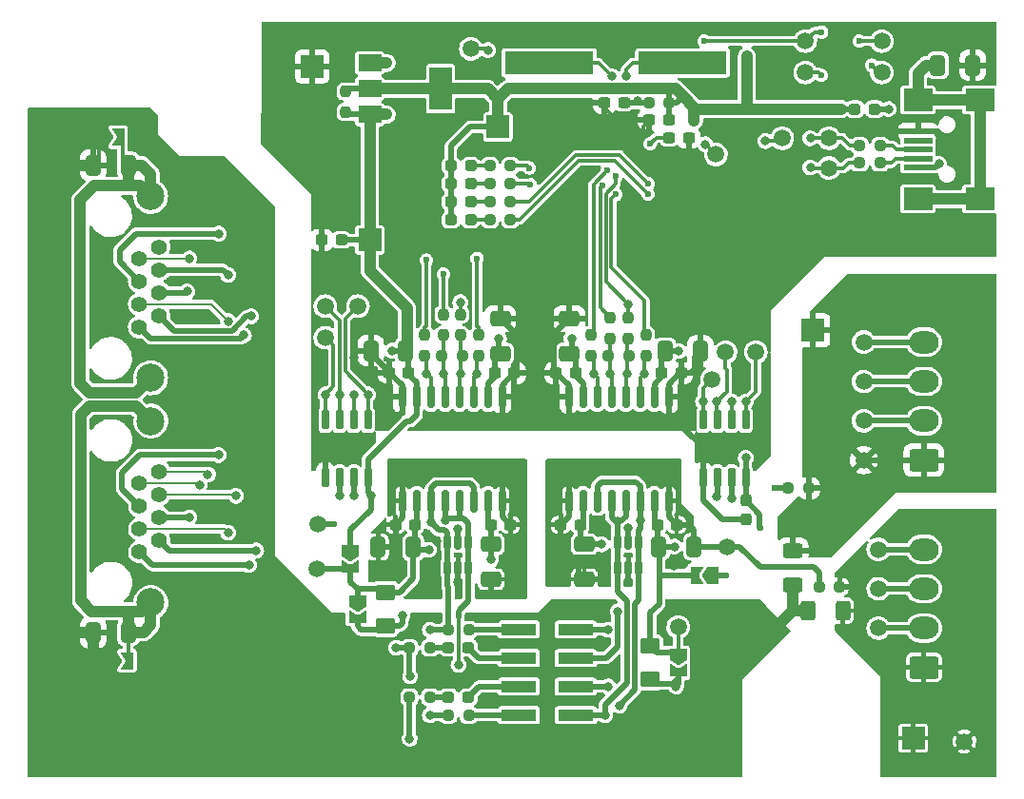
<source format=gbr>
%TF.GenerationSoftware,KiCad,Pcbnew,(6.0.4)*%
%TF.CreationDate,2023-06-02T13:45:04+02:00*%
%TF.ProjectId,Modbus-RJ45-Breakout,4d6f6462-7573-42d5-924a-34352d427265,0.0.2*%
%TF.SameCoordinates,Original*%
%TF.FileFunction,Copper,L1,Top*%
%TF.FilePolarity,Positive*%
%FSLAX46Y46*%
G04 Gerber Fmt 4.6, Leading zero omitted, Abs format (unit mm)*
G04 Created by KiCad (PCBNEW (6.0.4)) date 2023-06-02 13:45:04*
%MOMM*%
%LPD*%
G01*
G04 APERTURE LIST*
G04 Aperture macros list*
%AMRoundRect*
0 Rectangle with rounded corners*
0 $1 Rounding radius*
0 $2 $3 $4 $5 $6 $7 $8 $9 X,Y pos of 4 corners*
0 Add a 4 corners polygon primitive as box body*
4,1,4,$2,$3,$4,$5,$6,$7,$8,$9,$2,$3,0*
0 Add four circle primitives for the rounded corners*
1,1,$1+$1,$2,$3*
1,1,$1+$1,$4,$5*
1,1,$1+$1,$6,$7*
1,1,$1+$1,$8,$9*
0 Add four rect primitives between the rounded corners*
20,1,$1+$1,$2,$3,$4,$5,0*
20,1,$1+$1,$4,$5,$6,$7,0*
20,1,$1+$1,$6,$7,$8,$9,0*
20,1,$1+$1,$8,$9,$2,$3,0*%
%AMFreePoly0*
4,1,6,1.000000,0.000000,0.500000,-0.750000,-0.500000,-0.750000,-0.500000,0.750000,0.500000,0.750000,1.000000,0.000000,1.000000,0.000000,$1*%
%AMFreePoly1*
4,1,6,0.500000,-0.750000,-0.650000,-0.750000,-0.150000,0.000000,-0.650000,0.750000,0.500000,0.750000,0.500000,-0.750000,0.500000,-0.750000,$1*%
G04 Aperture macros list end*
%TA.AperFunction,SMDPad,CuDef*%
%ADD10RoundRect,0.237500X0.250000X0.237500X-0.250000X0.237500X-0.250000X-0.237500X0.250000X-0.237500X0*%
%TD*%
%TA.AperFunction,SMDPad,CuDef*%
%ADD11FreePoly0,0.000000*%
%TD*%
%TA.AperFunction,SMDPad,CuDef*%
%ADD12FreePoly1,0.000000*%
%TD*%
%TA.AperFunction,SMDPad,CuDef*%
%ADD13R,2.000000X1.500000*%
%TD*%
%TA.AperFunction,SMDPad,CuDef*%
%ADD14R,2.000000X3.800000*%
%TD*%
%TA.AperFunction,SMDPad,CuDef*%
%ADD15RoundRect,0.237500X0.300000X0.237500X-0.300000X0.237500X-0.300000X-0.237500X0.300000X-0.237500X0*%
%TD*%
%TA.AperFunction,SMDPad,CuDef*%
%ADD16RoundRect,0.250001X-0.624999X0.462499X-0.624999X-0.462499X0.624999X-0.462499X0.624999X0.462499X0*%
%TD*%
%TA.AperFunction,SMDPad,CuDef*%
%ADD17RoundRect,0.237500X-0.237500X0.250000X-0.237500X-0.250000X0.237500X-0.250000X0.237500X0.250000X0*%
%TD*%
%TA.AperFunction,ComponentPad*%
%ADD18RoundRect,0.250000X1.050000X-0.750000X1.050000X0.750000X-1.050000X0.750000X-1.050000X-0.750000X0*%
%TD*%
%TA.AperFunction,ComponentPad*%
%ADD19O,2.600000X2.000000*%
%TD*%
%TA.AperFunction,SMDPad,CuDef*%
%ADD20C,1.500000*%
%TD*%
%TA.AperFunction,SMDPad,CuDef*%
%ADD21RoundRect,0.237500X0.287500X0.237500X-0.287500X0.237500X-0.287500X-0.237500X0.287500X-0.237500X0*%
%TD*%
%TA.AperFunction,SMDPad,CuDef*%
%ADD22RoundRect,0.237500X-0.250000X-0.237500X0.250000X-0.237500X0.250000X0.237500X-0.250000X0.237500X0*%
%TD*%
%TA.AperFunction,SMDPad,CuDef*%
%ADD23RoundRect,0.250000X0.412500X0.650000X-0.412500X0.650000X-0.412500X-0.650000X0.412500X-0.650000X0*%
%TD*%
%TA.AperFunction,SMDPad,CuDef*%
%ADD24RoundRect,0.237500X-0.300000X-0.237500X0.300000X-0.237500X0.300000X0.237500X-0.300000X0.237500X0*%
%TD*%
%TA.AperFunction,SMDPad,CuDef*%
%ADD25RoundRect,0.250000X0.650000X-0.412500X0.650000X0.412500X-0.650000X0.412500X-0.650000X-0.412500X0*%
%TD*%
%TA.AperFunction,ComponentPad*%
%ADD26R,2.000000X2.000000*%
%TD*%
%TA.AperFunction,SMDPad,CuDef*%
%ADD27RoundRect,0.250000X-0.650000X0.412500X-0.650000X-0.412500X0.650000X-0.412500X0.650000X0.412500X0*%
%TD*%
%TA.AperFunction,SMDPad,CuDef*%
%ADD28FreePoly0,270.000000*%
%TD*%
%TA.AperFunction,SMDPad,CuDef*%
%ADD29FreePoly1,270.000000*%
%TD*%
%TA.AperFunction,ComponentPad*%
%ADD30C,1.400000*%
%TD*%
%TA.AperFunction,ComponentPad*%
%ADD31C,2.500000*%
%TD*%
%TA.AperFunction,SMDPad,CuDef*%
%ADD32RoundRect,0.250000X0.625000X-0.400000X0.625000X0.400000X-0.625000X0.400000X-0.625000X-0.400000X0*%
%TD*%
%TA.AperFunction,SMDPad,CuDef*%
%ADD33R,2.500000X0.500000*%
%TD*%
%TA.AperFunction,SMDPad,CuDef*%
%ADD34R,2.500000X2.000000*%
%TD*%
%TA.AperFunction,SMDPad,CuDef*%
%ADD35R,3.150000X1.000000*%
%TD*%
%TA.AperFunction,SMDPad,CuDef*%
%ADD36RoundRect,0.237500X0.237500X-0.250000X0.237500X0.250000X-0.237500X0.250000X-0.237500X-0.250000X0*%
%TD*%
%TA.AperFunction,SMDPad,CuDef*%
%ADD37RoundRect,0.250000X-0.412500X-0.650000X0.412500X-0.650000X0.412500X0.650000X-0.412500X0.650000X0*%
%TD*%
%TA.AperFunction,SMDPad,CuDef*%
%ADD38RoundRect,0.250000X-0.400000X-0.625000X0.400000X-0.625000X0.400000X0.625000X-0.400000X0.625000X0*%
%TD*%
%TA.AperFunction,SMDPad,CuDef*%
%ADD39RoundRect,0.237500X-0.237500X0.300000X-0.237500X-0.300000X0.237500X-0.300000X0.237500X0.300000X0*%
%TD*%
%TA.AperFunction,SMDPad,CuDef*%
%ADD40RoundRect,0.150000X0.150000X-0.512500X0.150000X0.512500X-0.150000X0.512500X-0.150000X-0.512500X0*%
%TD*%
%TA.AperFunction,SMDPad,CuDef*%
%ADD41RoundRect,0.237500X-0.287500X-0.237500X0.287500X-0.237500X0.287500X0.237500X-0.287500X0.237500X0*%
%TD*%
%TA.AperFunction,SMDPad,CuDef*%
%ADD42RoundRect,0.150000X-0.150000X0.725000X-0.150000X-0.725000X0.150000X-0.725000X0.150000X0.725000X0*%
%TD*%
%TA.AperFunction,SMDPad,CuDef*%
%ADD43RoundRect,0.150000X-0.150000X0.875000X-0.150000X-0.875000X0.150000X-0.875000X0.150000X0.875000X0*%
%TD*%
%TA.AperFunction,SMDPad,CuDef*%
%ADD44R,7.875000X2.000000*%
%TD*%
%TA.AperFunction,SMDPad,CuDef*%
%ADD45FreePoly0,180.000000*%
%TD*%
%TA.AperFunction,SMDPad,CuDef*%
%ADD46FreePoly1,180.000000*%
%TD*%
%TA.AperFunction,ViaPad*%
%ADD47C,0.800000*%
%TD*%
%TA.AperFunction,ViaPad*%
%ADD48C,0.600000*%
%TD*%
%TA.AperFunction,Conductor*%
%ADD49C,0.500000*%
%TD*%
%TA.AperFunction,Conductor*%
%ADD50C,0.300000*%
%TD*%
%TA.AperFunction,Conductor*%
%ADD51C,0.250000*%
%TD*%
%TA.AperFunction,Conductor*%
%ADD52C,1.000000*%
%TD*%
%TA.AperFunction,Conductor*%
%ADD53C,0.200000*%
%TD*%
G04 APERTURE END LIST*
D10*
%TO.P,R37,1*%
%TO.N,Net-(R35-Pad1)*%
X103912500Y-80100000D03*
%TO.P,R37,2*%
%TO.N,TXDEN2*%
X102087500Y-80100000D03*
%TD*%
%TO.P,R36,1*%
%TO.N,Net-(R2-Pad1)*%
X89062500Y-80100000D03*
%TO.P,R36,2*%
%TO.N,TXDEN1*%
X87237500Y-80100000D03*
%TD*%
D11*
%TO.P,JP1,1,A*%
%TO.N,GNDS*%
X57075000Y-60650000D03*
D12*
%TO.P,JP1,2,B*%
%TO.N,Net-(C31-Pad1)*%
X58525000Y-60650000D03*
%TD*%
D13*
%TO.P,Q1,1,D*%
%TO.N,Net-(C9-Pad2)*%
X80850000Y-54050000D03*
%TO.P,Q1,2,G*%
%TO.N,VCC*%
X80850000Y-56350000D03*
%TO.P,Q1,3,S*%
%TO.N,+5V*%
X80850000Y-58650000D03*
D14*
%TO.P,Q1,4,G*%
%TO.N,VCC*%
X87150000Y-56350000D03*
%TD*%
D15*
%TO.P,C18,1*%
%TO.N,+5V*%
X84312500Y-81600000D03*
%TO.P,C18,2*%
%TO.N,GND*%
X82587500Y-81600000D03*
%TD*%
%TO.P,C25,1*%
%TO.N,Net-(C22-Pad1)*%
X99562500Y-95150000D03*
%TO.P,C25,2*%
%TO.N,GND2*%
X97837500Y-95150000D03*
%TD*%
D16*
%TO.P,F1,1*%
%TO.N,Net-(C12-Pad1)*%
X82250000Y-101162500D03*
%TO.P,F1,2*%
%TO.N,/+5V_1*%
X82250000Y-104137500D03*
%TD*%
D17*
%TO.P,R15,1*%
%TO.N,Net-(R15-Pad1)*%
X85750000Y-78287500D03*
%TO.P,R15,2*%
%TO.N,TXD1*%
X85750000Y-80112500D03*
%TD*%
D18*
%TO.P,J3,1,Pin_1*%
%TO.N,/GND_1*%
X130150000Y-89400000D03*
D19*
%TO.P,J3,2,Pin_2*%
%TO.N,/B_1*%
X130150000Y-85900000D03*
%TO.P,J3,3,Pin_3*%
%TO.N,/A_1*%
X130150000Y-82400000D03*
%TO.P,J3,4,Pin_4*%
%TO.N,/+5V_1*%
X130150000Y-78900000D03*
%TD*%
D20*
%TO.P,TP9,1,1*%
%TO.N,RXD1*%
X79800000Y-75700000D03*
%TD*%
D21*
%TO.P,D1,1,K*%
%TO.N,Net-(D1-Pad1)*%
X89825000Y-68000000D03*
%TO.P,D1,2,A*%
%TO.N,VCC*%
X88075000Y-68000000D03*
%TD*%
%TO.P,D4,1,K*%
%TO.N,Net-(D4-Pad1)*%
X89825000Y-66400000D03*
%TO.P,D4,2,A*%
%TO.N,VCC*%
X88075000Y-66400000D03*
%TD*%
D20*
%TO.P,TP14,1,1*%
%TO.N,Net-(C12-Pad1)*%
X76150000Y-99050000D03*
%TD*%
D22*
%TO.P,R29,1*%
%TO.N,/GND_1*%
X84387500Y-106100000D03*
%TO.P,R29,2*%
%TO.N,Net-(D6-Pad1)*%
X86212500Y-106100000D03*
%TD*%
D20*
%TO.P,TP20,1,1*%
%TO.N,EECS*%
X119600000Y-52100000D03*
%TD*%
D23*
%TO.P,C16,1*%
%TO.N,+5V*%
X84062500Y-79650000D03*
%TO.P,C16,2*%
%TO.N,GND*%
X80937500Y-79650000D03*
%TD*%
D20*
%TO.P,TP2,1,1*%
%TO.N,Net-(R6-Pad2)*%
X121700000Y-63400000D03*
%TD*%
%TO.P,TP3,1,1*%
%TO.N,Net-(R4-Pad2)*%
X121700000Y-60750000D03*
%TD*%
D21*
%TO.P,D3,1,K*%
%TO.N,Net-(D3-Pad1)*%
X89825000Y-63200000D03*
%TO.P,D3,2,A*%
%TO.N,VCC*%
X88075000Y-63200000D03*
%TD*%
D15*
%TO.P,C24,1*%
%TO.N,+5V*%
X99162500Y-81650000D03*
%TO.P,C24,2*%
%TO.N,GND*%
X97437500Y-81650000D03*
%TD*%
D24*
%TO.P,C37,1*%
%TO.N,VCC*%
X107487500Y-60700000D03*
%TO.P,C37,2*%
%TO.N,GND*%
X109212500Y-60700000D03*
%TD*%
D20*
%TO.P,TP12,1,1*%
%TO.N,RXD2*%
X115200000Y-79800000D03*
%TD*%
D25*
%TO.P,C13,1*%
%TO.N,+5V*%
X92450000Y-79925000D03*
%TO.P,C13,2*%
%TO.N,GND*%
X92450000Y-76800000D03*
%TD*%
D20*
%TO.P,TP26,1,1*%
%TO.N,GND2*%
X112600000Y-97100000D03*
%TD*%
D17*
%TO.P,R21,1*%
%TO.N,Net-(R21-Pad1)*%
X100550000Y-78287500D03*
%TO.P,R21,2*%
%TO.N,TXD2*%
X100550000Y-80112500D03*
%TD*%
D24*
%TO.P,C28,1*%
%TO.N,+5V*%
X106837500Y-81650000D03*
%TO.P,C28,2*%
%TO.N,GND*%
X108562500Y-81650000D03*
%TD*%
D26*
%TO.P,TP1,1,1*%
%TO.N,VCC*%
X92250000Y-59750000D03*
%TD*%
D20*
%TO.P,TP7,1,1*%
%TO.N,nPWREN*%
X89850000Y-52800000D03*
%TD*%
%TO.P,TP15,1,1*%
%TO.N,GND1*%
X76200000Y-95100000D03*
%TD*%
%TO.P,TP5,1,1*%
%TO.N,Net-(R10-Pad2)*%
X117550000Y-60750000D03*
%TD*%
D26*
%TO.P,TP28,1,1*%
%TO.N,GND*%
X75750000Y-54350000D03*
%TD*%
D17*
%TO.P,R22,1*%
%TO.N,Net-(R22-Pad1)*%
X105450000Y-78287500D03*
%TO.P,R22,2*%
%TO.N,RXD2*%
X105450000Y-80112500D03*
%TD*%
D11*
%TO.P,JP2,1,A*%
%TO.N,GNDS*%
X57875000Y-107250000D03*
D12*
%TO.P,JP2,2,B*%
%TO.N,Net-(C32-Pad1)*%
X59325000Y-107250000D03*
%TD*%
D21*
%TO.P,D5,1,K*%
%TO.N,Net-(D5-Pad1)*%
X89825000Y-64800000D03*
%TO.P,D5,2,A*%
%TO.N,VCC*%
X88075000Y-64800000D03*
%TD*%
D27*
%TO.P,C27,1*%
%TO.N,Net-(C22-Pad1)*%
X99950000Y-96887500D03*
%TO.P,C27,2*%
%TO.N,GND2*%
X99950000Y-100012500D03*
%TD*%
D26*
%TO.P,TP34,1,1*%
%TO.N,/GND_2*%
X129200000Y-114150000D03*
%TD*%
D23*
%TO.P,C31,1*%
%TO.N,Net-(C31-Pad1)*%
X59362500Y-63150000D03*
%TO.P,C31,2*%
%TO.N,GNDS*%
X56237500Y-63150000D03*
%TD*%
%TO.P,C20,1*%
%TO.N,Net-(C12-Pad1)*%
X84712500Y-97150000D03*
%TO.P,C20,2*%
%TO.N,GND1*%
X81587500Y-97150000D03*
%TD*%
D20*
%TO.P,TP19,1,1*%
%TO.N,/+5V_1*%
X124800000Y-78900000D03*
%TD*%
D22*
%TO.P,R3,1*%
%TO.N,/GND_2*%
X84387500Y-110500000D03*
%TO.P,R3,2*%
%TO.N,Net-(D2-Pad1)*%
X86212500Y-110500000D03*
%TD*%
D28*
%TO.P,JP6,1,A*%
%TO.N,Net-(C22-Pad1)*%
X108300000Y-106725000D03*
D29*
%TO.P,JP6,2,B*%
%TO.N,/+5V_2*%
X108300000Y-108175000D03*
%TD*%
D26*
%TO.P,TP35,1,1*%
%TO.N,/GND_1*%
X120300000Y-77850000D03*
%TD*%
D24*
%TO.P,C14,1*%
%TO.N,+5V*%
X91975000Y-81650000D03*
%TO.P,C14,2*%
%TO.N,GND*%
X93700000Y-81650000D03*
%TD*%
D10*
%TO.P,R6,1*%
%TO.N,Net-(J5-Pad2)*%
X126262500Y-62950000D03*
%TO.P,R6,2*%
%TO.N,Net-(R6-Pad2)*%
X124437500Y-62950000D03*
%TD*%
D17*
%TO.P,R23,1*%
%TO.N,Net-(R23-Pad1)*%
X102250000Y-76737500D03*
%TO.P,R23,2*%
%TO.N,TXDEN2*%
X102250000Y-78562500D03*
%TD*%
D22*
%TO.P,R5,1*%
%TO.N,/A_2*%
X87837500Y-112100000D03*
%TO.P,R5,2*%
%TO.N,Net-(J6-Pad7)*%
X89662500Y-112100000D03*
%TD*%
D21*
%TO.P,D7,1,K*%
%TO.N,Net-(D7-Pad1)*%
X125775000Y-58150000D03*
%TO.P,D7,2,A*%
%TO.N,VCC*%
X124025000Y-58150000D03*
%TD*%
D24*
%TO.P,C29,1*%
%TO.N,Net-(C22-Pad1)*%
X106437500Y-95150000D03*
%TO.P,C29,2*%
%TO.N,GND2*%
X108162500Y-95150000D03*
%TD*%
D10*
%TO.P,R19,1*%
%TO.N,Net-(R19-Pad1)*%
X93362500Y-68000000D03*
%TO.P,R19,2*%
%TO.N,Net-(D1-Pad1)*%
X91537500Y-68000000D03*
%TD*%
D20*
%TO.P,TP11,1,1*%
%TO.N,TXD2*%
X111300000Y-82200000D03*
%TD*%
D30*
%TO.P,J1,1*%
%TO.N,/GND_1*%
X60340000Y-77570000D03*
%TO.P,J1,2*%
%TO.N,/+5V_1*%
X62120000Y-76550000D03*
%TO.P,J1,3*%
%TO.N,/B_1*%
X60340000Y-75530000D03*
%TO.P,J1,4*%
%TO.N,/GND_2*%
X62120000Y-74510000D03*
%TO.P,J1,5*%
%TO.N,/+5V_2*%
X60340000Y-73490000D03*
%TO.P,J1,6*%
%TO.N,/A_1*%
X62120000Y-72470000D03*
%TO.P,J1,7*%
%TO.N,/B_2*%
X60340000Y-71450000D03*
%TO.P,J1,8*%
%TO.N,/A_2*%
X62120000Y-70430000D03*
D31*
%TO.P,J1,SH*%
%TO.N,Net-(C31-Pad1)*%
X61360000Y-65925000D03*
X61360000Y-82075000D03*
%TD*%
D32*
%TO.P,R16,1*%
%TO.N,GNDS*%
X118500000Y-100550000D03*
%TO.P,R16,2*%
%TO.N,/GND_1*%
X118500000Y-97450000D03*
%TD*%
D33*
%TO.P,J5,1,VBUS*%
%TO.N,/VBUS*%
X129625000Y-63350000D03*
%TO.P,J5,2,D-*%
%TO.N,Net-(J5-Pad2)*%
X129625000Y-62550000D03*
%TO.P,J5,3,D+*%
%TO.N,Net-(J5-Pad3)*%
X129625000Y-61750000D03*
%TO.P,J5,4,ID*%
%TO.N,unconnected-(J5-Pad4)*%
X129625000Y-60950000D03*
%TO.P,J5,5,GND*%
%TO.N,GND*%
X129625000Y-60150000D03*
D34*
%TO.P,J5,6,Shield*%
%TO.N,Net-(C1-Pad1)*%
X129625000Y-66150000D03*
X129625000Y-57350000D03*
X135125000Y-66150000D03*
X135125000Y-57350000D03*
%TD*%
D35*
%TO.P,J6,1,Pin_1*%
%TO.N,Net-(J6-Pad1)*%
X94125000Y-104490000D03*
%TO.P,J6,2,Pin_2*%
%TO.N,/B_1*%
X99175000Y-104490000D03*
%TO.P,J6,3,Pin_3*%
%TO.N,Net-(D6-Pad2)*%
X94125000Y-107030000D03*
%TO.P,J6,4,Pin_4*%
%TO.N,/+5V_1*%
X99175000Y-107030000D03*
%TO.P,J6,5,Pin_5*%
%TO.N,Net-(D2-Pad2)*%
X94125000Y-109570000D03*
%TO.P,J6,6,Pin_6*%
%TO.N,/+5V_2*%
X99175000Y-109570000D03*
%TO.P,J6,7,Pin_7*%
%TO.N,Net-(J6-Pad7)*%
X94125000Y-112110000D03*
%TO.P,J6,8,Pin_8*%
%TO.N,/B_2*%
X99175000Y-112110000D03*
%TD*%
D36*
%TO.P,R2,1*%
%TO.N,Net-(R2-Pad1)*%
X88900000Y-78262500D03*
%TO.P,R2,2*%
%TO.N,nPWREN*%
X88900000Y-76437500D03*
%TD*%
D25*
%TO.P,C26,1*%
%TO.N,+5V*%
X98600000Y-79912500D03*
%TO.P,C26,2*%
%TO.N,GND*%
X98600000Y-76787500D03*
%TD*%
D27*
%TO.P,C17,1*%
%TO.N,Net-(C12-Pad1)*%
X91650000Y-96887500D03*
%TO.P,C17,2*%
%TO.N,GND1*%
X91650000Y-100012500D03*
%TD*%
D17*
%TO.P,R14,1*%
%TO.N,VCC*%
X78700000Y-56587500D03*
%TO.P,R14,2*%
%TO.N,+5V*%
X78700000Y-58412500D03*
%TD*%
D37*
%TO.P,C1,1*%
%TO.N,Net-(C1-Pad1)*%
X131387500Y-54250000D03*
%TO.P,C1,2*%
%TO.N,GND*%
X134512500Y-54250000D03*
%TD*%
D38*
%TO.P,R1,1*%
%TO.N,GNDS*%
X119850000Y-102800000D03*
%TO.P,R1,2*%
%TO.N,/GND_2*%
X122950000Y-102800000D03*
%TD*%
D30*
%TO.P,J2,1*%
%TO.N,/GND_1*%
X60355000Y-97570000D03*
%TO.P,J2,2*%
%TO.N,/+5V_1*%
X62135000Y-96550000D03*
%TO.P,J2,3*%
%TO.N,/B_1*%
X60355000Y-95530000D03*
%TO.P,J2,4*%
%TO.N,/GND_2*%
X62135000Y-94510000D03*
%TO.P,J2,5*%
%TO.N,/+5V_2*%
X60355000Y-93490000D03*
%TO.P,J2,6*%
%TO.N,/A_1*%
X62135000Y-92470000D03*
%TO.P,J2,7*%
%TO.N,/B_2*%
X60355000Y-91450000D03*
%TO.P,J2,8*%
%TO.N,/A_2*%
X62135000Y-90430000D03*
D31*
%TO.P,J2,SH*%
%TO.N,Net-(C32-Pad1)*%
X61375000Y-102075000D03*
X61375000Y-85925000D03*
%TD*%
D20*
%TO.P,TP4,1,1*%
%TO.N,+3V3*%
X111650000Y-62200000D03*
%TD*%
D39*
%TO.P,C21,1*%
%TO.N,+5V*%
X114300000Y-92987500D03*
%TO.P,C21,2*%
%TO.N,GND*%
X114300000Y-94712500D03*
%TD*%
D15*
%TO.P,C10,1*%
%TO.N,+5V*%
X78312500Y-69800000D03*
%TO.P,C10,2*%
%TO.N,GND*%
X76587500Y-69800000D03*
%TD*%
D40*
%TO.P,U2,1*%
%TO.N,/A_1*%
X87750000Y-98987500D03*
%TO.P,U2,2*%
%TO.N,GND1*%
X88700000Y-98987500D03*
%TO.P,U2,3*%
%TO.N,/B_1*%
X89650000Y-98987500D03*
%TO.P,U2,4*%
X89650000Y-96712500D03*
%TO.P,U2,5*%
%TO.N,Net-(C12-Pad1)*%
X88700000Y-96712500D03*
%TO.P,U2,6*%
%TO.N,/A_1*%
X87750000Y-96712500D03*
%TD*%
D20*
%TO.P,TP8,1,1*%
%TO.N,TXD1*%
X76900000Y-78500000D03*
%TD*%
%TO.P,TP10,1,1*%
%TO.N,TXDEN1*%
X76900000Y-75700000D03*
%TD*%
D17*
%TO.P,R18,2*%
%TO.N,TXDEN1*%
X87400000Y-78262500D03*
%TO.P,R18,1*%
%TO.N,Net-(R18-Pad1)*%
X87400000Y-76437500D03*
%TD*%
D10*
%TO.P,R24,1*%
%TO.N,Net-(R24-Pad1)*%
X93362500Y-63200000D03*
%TO.P,R24,2*%
%TO.N,Net-(D3-Pad1)*%
X91537500Y-63200000D03*
%TD*%
D20*
%TO.P,TP13,1,1*%
%TO.N,TXDEN2*%
X112500000Y-79800000D03*
%TD*%
D28*
%TO.P,JP4,1,A*%
%TO.N,+5V*%
X79150000Y-97475000D03*
D29*
%TO.P,JP4,2,B*%
%TO.N,Net-(C12-Pad1)*%
X79150000Y-98925000D03*
%TD*%
D15*
%TO.P,C6,1*%
%TO.N,VCC*%
X107462500Y-59100000D03*
%TO.P,C6,2*%
%TO.N,GND*%
X105737500Y-59100000D03*
%TD*%
D20*
%TO.P,TP23,1,1*%
%TO.N,EECLK*%
X126400000Y-52100000D03*
%TD*%
D18*
%TO.P,J4,1,Pin_1*%
%TO.N,/GND_2*%
X130150000Y-107850000D03*
D19*
%TO.P,J4,2,Pin_2*%
%TO.N,/B_2*%
X130150000Y-104350000D03*
%TO.P,J4,3,Pin_3*%
%TO.N,/A_2*%
X130150000Y-100850000D03*
%TO.P,J4,4,Pin_4*%
%TO.N,/+5V_2*%
X130150000Y-97350000D03*
%TD*%
D37*
%TO.P,C23,1*%
%TO.N,+5V*%
X107137500Y-79700000D03*
%TO.P,C23,2*%
%TO.N,GND*%
X110262500Y-79700000D03*
%TD*%
D16*
%TO.P,F2,1*%
%TO.N,Net-(C22-Pad1)*%
X105800000Y-105950000D03*
%TO.P,F2,2*%
%TO.N,/+5V_2*%
X105800000Y-108925000D03*
%TD*%
D40*
%TO.P,U6,1*%
%TO.N,/B_2*%
X102900000Y-98987500D03*
%TO.P,U6,2*%
%TO.N,GND2*%
X103850000Y-98987500D03*
%TO.P,U6,3*%
%TO.N,/A_2*%
X104800000Y-98987500D03*
%TO.P,U6,4*%
X104800000Y-96712500D03*
%TO.P,U6,5*%
%TO.N,Net-(C22-Pad1)*%
X103850000Y-96712500D03*
%TO.P,U6,6*%
%TO.N,/B_2*%
X102900000Y-96712500D03*
%TD*%
D10*
%TO.P,R25,1*%
%TO.N,Net-(R25-Pad1)*%
X93362500Y-64800000D03*
%TO.P,R25,2*%
%TO.N,Net-(D5-Pad1)*%
X91537500Y-64800000D03*
%TD*%
D41*
%TO.P,D2,1,K*%
%TO.N,Net-(D2-Pad1)*%
X87875000Y-110500000D03*
%TO.P,D2,2,A*%
%TO.N,Net-(D2-Pad2)*%
X89625000Y-110500000D03*
%TD*%
D20*
%TO.P,TP32,1,1*%
%TO.N,/+5V_2*%
X126100000Y-97350000D03*
%TD*%
%TO.P,TP33,1,1*%
%TO.N,/GND_2*%
X133750000Y-114450000D03*
%TD*%
D22*
%TO.P,R31,1*%
%TO.N,GND2*%
X120837500Y-100650000D03*
%TO.P,R31,2*%
%TO.N,/GND_2*%
X122662500Y-100650000D03*
%TD*%
D10*
%TO.P,R11,1*%
%TO.N,VCC*%
X107512500Y-57600000D03*
%TO.P,R11,2*%
%TO.N,Net-(C8-Pad1)*%
X105687500Y-57600000D03*
%TD*%
D42*
%TO.P,U3,1,RO*%
%TO.N,RXD1*%
X80705000Y-85825000D03*
%TO.P,U3,2,~{RE}*%
%TO.N,Net-(R2-Pad1)*%
X79435000Y-85825000D03*
%TO.P,U3,3,DE*%
%TO.N,TXDEN1*%
X78165000Y-85825000D03*
%TO.P,U3,4,DI*%
%TO.N,TXD1*%
X76895000Y-85825000D03*
%TO.P,U3,5,GND*%
%TO.N,GND*%
X76895000Y-90975000D03*
%TO.P,U3,6,A*%
%TO.N,/A_1*%
X78165000Y-90975000D03*
%TO.P,U3,7,B*%
%TO.N,/B_1*%
X79435000Y-90975000D03*
%TO.P,U3,8,VCC*%
%TO.N,+5V*%
X80705000Y-90975000D03*
%TD*%
D24*
%TO.P,C15,1*%
%TO.N,Net-(C12-Pad1)*%
X91637500Y-95150000D03*
%TO.P,C15,2*%
%TO.N,GND1*%
X93362500Y-95150000D03*
%TD*%
D36*
%TO.P,R35,1*%
%TO.N,Net-(R35-Pad1)*%
X103800000Y-78562500D03*
%TO.P,R35,2*%
%TO.N,nPWREN*%
X103800000Y-76737500D03*
%TD*%
D20*
%TO.P,TP17,1,1*%
%TO.N,/A_1*%
X124800000Y-82400000D03*
%TD*%
D26*
%TO.P,TP6,1,1*%
%TO.N,+5V*%
X80850000Y-69800000D03*
%TD*%
D43*
%TO.P,U4,1,GND1*%
%TO.N,GND*%
X92645000Y-83750000D03*
%TO.P,U4,2,VCC*%
%TO.N,+5V*%
X91375000Y-83750000D03*
%TO.P,U4,3,RXD*%
%TO.N,RXD1*%
X90105000Y-83750000D03*
%TO.P,U4,4,~{RE}*%
%TO.N,Net-(R2-Pad1)*%
X88835000Y-83750000D03*
%TO.P,U4,5,DE*%
%TO.N,TXDEN1*%
X87565000Y-83750000D03*
%TO.P,U4,6,TXD*%
%TO.N,TXD1*%
X86295000Y-83750000D03*
%TO.P,U4,7,VCC*%
%TO.N,+5V*%
X85025000Y-83750000D03*
%TO.P,U4,8,GND1*%
%TO.N,GND*%
X83755000Y-83750000D03*
%TO.P,U4,9,GND2*%
%TO.N,GND1*%
X83755000Y-93050000D03*
%TO.P,U4,10,VISOOUT*%
%TO.N,Net-(C12-Pad1)*%
X85025000Y-93050000D03*
%TO.P,U4,11,Y*%
%TO.N,/A_1*%
X86295000Y-93050000D03*
%TO.P,U4,12,Z*%
%TO.N,/B_1*%
X87565000Y-93050000D03*
%TO.P,U4,13,B*%
X88835000Y-93050000D03*
%TO.P,U4,14,A*%
%TO.N,/A_1*%
X90105000Y-93050000D03*
%TO.P,U4,15,VISOIN*%
%TO.N,Net-(C12-Pad1)*%
X91375000Y-93050000D03*
%TO.P,U4,16,GND2*%
%TO.N,GND1*%
X92645000Y-93050000D03*
%TD*%
D22*
%TO.P,R28,1*%
%TO.N,/A_1*%
X87837500Y-104500000D03*
%TO.P,R28,2*%
%TO.N,Net-(J6-Pad1)*%
X89662500Y-104500000D03*
%TD*%
D20*
%TO.P,TP31,1,1*%
%TO.N,/B_2*%
X126100000Y-104350000D03*
%TD*%
D44*
%TO.P,Y1,1,1*%
%TO.N,Net-(C5-Pad1)*%
X108687500Y-54050000D03*
%TO.P,Y1,2,2*%
%TO.N,Net-(C4-Pad1)*%
X96812500Y-54050000D03*
%TD*%
D20*
%TO.P,TP22,1,1*%
%TO.N,Net-(C22-Pad1)*%
X108300000Y-104250000D03*
%TD*%
%TO.P,TP18,1,1*%
%TO.N,/GND_1*%
X124800000Y-89400000D03*
%TD*%
D41*
%TO.P,D6,1,K*%
%TO.N,Net-(D6-Pad1)*%
X87875000Y-106100000D03*
%TO.P,D6,2,A*%
%TO.N,Net-(D6-Pad2)*%
X89625000Y-106100000D03*
%TD*%
D10*
%TO.P,R20,1*%
%TO.N,Net-(R20-Pad1)*%
X93362500Y-66400000D03*
%TO.P,R20,2*%
%TO.N,Net-(D4-Pad1)*%
X91537500Y-66400000D03*
%TD*%
D20*
%TO.P,TP25,1,1*%
%TO.N,EEDATA*%
X126400000Y-54900000D03*
%TD*%
%TO.P,TP30,1,1*%
%TO.N,/A_2*%
X126100000Y-100850000D03*
%TD*%
D43*
%TO.P,U8,1,GND1*%
%TO.N,GND*%
X107445000Y-83750000D03*
%TO.P,U8,2,VCC*%
%TO.N,+5V*%
X106175000Y-83750000D03*
%TO.P,U8,3,RXD*%
%TO.N,RXD2*%
X104905000Y-83750000D03*
%TO.P,U8,4,~{RE}*%
%TO.N,Net-(R35-Pad1)*%
X103635000Y-83750000D03*
%TO.P,U8,5,DE*%
%TO.N,TXDEN2*%
X102365000Y-83750000D03*
%TO.P,U8,6,TXD*%
%TO.N,TXD2*%
X101095000Y-83750000D03*
%TO.P,U8,7,VCC*%
%TO.N,+5V*%
X99825000Y-83750000D03*
%TO.P,U8,8,GND1*%
%TO.N,GND*%
X98555000Y-83750000D03*
%TO.P,U8,9,GND2*%
%TO.N,GND2*%
X98555000Y-93050000D03*
%TO.P,U8,10,VISOOUT*%
%TO.N,Net-(C22-Pad1)*%
X99825000Y-93050000D03*
%TO.P,U8,11,Y*%
%TO.N,/A_2*%
X101095000Y-93050000D03*
%TO.P,U8,12,Z*%
%TO.N,/B_2*%
X102365000Y-93050000D03*
%TO.P,U8,13,B*%
X103635000Y-93050000D03*
%TO.P,U8,14,A*%
%TO.N,/A_2*%
X104905000Y-93050000D03*
%TO.P,U8,15,VISOIN*%
%TO.N,Net-(C22-Pad1)*%
X106175000Y-93050000D03*
%TO.P,U8,16,GND2*%
%TO.N,GND2*%
X107445000Y-93050000D03*
%TD*%
D20*
%TO.P,TP24,1,1*%
%TO.N,Net-(R26-Pad1)*%
X119600000Y-54900000D03*
%TD*%
D45*
%TO.P,JP7,1,A*%
%TO.N,+5V*%
X111375000Y-99650000D03*
D46*
%TO.P,JP7,2,B*%
%TO.N,Net-(C22-Pad1)*%
X109925000Y-99650000D03*
%TD*%
D15*
%TO.P,C19,1*%
%TO.N,Net-(C12-Pad1)*%
X84862500Y-95150000D03*
%TO.P,C19,2*%
%TO.N,GND1*%
X83137500Y-95150000D03*
%TD*%
D28*
%TO.P,JP3,1,A*%
%TO.N,Net-(C12-Pad1)*%
X79750000Y-101925000D03*
D29*
%TO.P,JP3,2,B*%
%TO.N,/+5V_1*%
X79750000Y-103375000D03*
%TD*%
D42*
%TO.P,U7,1,RO*%
%TO.N,RXD2*%
X114305000Y-85825000D03*
%TO.P,U7,2,~{RE}*%
%TO.N,Net-(R35-Pad1)*%
X113035000Y-85825000D03*
%TO.P,U7,3,DE*%
%TO.N,TXDEN2*%
X111765000Y-85825000D03*
%TO.P,U7,4,DI*%
%TO.N,TXD2*%
X110495000Y-85825000D03*
%TO.P,U7,5,GND*%
%TO.N,GND*%
X110495000Y-90975000D03*
%TO.P,U7,6,A*%
%TO.N,/A_2*%
X111765000Y-90975000D03*
%TO.P,U7,7,B*%
%TO.N,/B_2*%
X113035000Y-90975000D03*
%TO.P,U7,8,VCC*%
%TO.N,+5V*%
X114305000Y-90975000D03*
%TD*%
D37*
%TO.P,C30,1*%
%TO.N,Net-(C22-Pad1)*%
X106575000Y-97100000D03*
%TO.P,C30,2*%
%TO.N,GND2*%
X109700000Y-97100000D03*
%TD*%
D15*
%TO.P,C8,1*%
%TO.N,Net-(C8-Pad1)*%
X103462500Y-57600000D03*
%TO.P,C8,2*%
%TO.N,GND*%
X101737500Y-57600000D03*
%TD*%
D17*
%TO.P,R17,1*%
%TO.N,Net-(R17-Pad1)*%
X90550000Y-78287500D03*
%TO.P,R17,2*%
%TO.N,RXD1*%
X90550000Y-80112500D03*
%TD*%
D23*
%TO.P,C32,1*%
%TO.N,Net-(C32-Pad1)*%
X59362500Y-104750000D03*
%TO.P,C32,2*%
%TO.N,GNDS*%
X56237500Y-104750000D03*
%TD*%
D10*
%TO.P,R4,1*%
%TO.N,Net-(J5-Pad3)*%
X126262500Y-61400000D03*
%TO.P,R4,2*%
%TO.N,Net-(R4-Pad2)*%
X124437500Y-61400000D03*
%TD*%
D22*
%TO.P,R30,1*%
%TO.N,GND1*%
X118087500Y-91900000D03*
%TO.P,R30,2*%
%TO.N,/GND_1*%
X119912500Y-91900000D03*
%TD*%
D20*
%TO.P,TP16,1,1*%
%TO.N,/B_1*%
X124800000Y-85900000D03*
%TD*%
D47*
%TO.N,/B_1*%
X87550000Y-94800000D03*
%TO.N,/A_1*%
X86300000Y-94950000D03*
X78150000Y-92550000D03*
%TO.N,/A_2*%
X103050000Y-111250000D03*
X104900000Y-94800000D03*
%TO.N,/B_2*%
X102900000Y-94850000D03*
%TO.N,GND1*%
X88700000Y-100300000D03*
X84650000Y-90100000D03*
X83100000Y-97150000D03*
X90650000Y-90550000D03*
X94100000Y-97350000D03*
X81500000Y-99250000D03*
X87200000Y-90050000D03*
D48*
X116900000Y-91900000D03*
D47*
X94200000Y-93050000D03*
X92650000Y-91350000D03*
X86050000Y-101150000D03*
X91650000Y-101350000D03*
D48*
X77700000Y-95100000D03*
D47*
X83350000Y-99000000D03*
X86800000Y-96650000D03*
X83000000Y-90000000D03*
X86250000Y-99000000D03*
X83750000Y-91350000D03*
%TO.N,Net-(C4-Pad1)*%
X102400000Y-55250000D03*
%TO.N,Net-(C8-Pad1)*%
X104650000Y-57450000D03*
%TO.N,/GND_1*%
X70100000Y-98750000D03*
X124300000Y-74050000D03*
X127800000Y-84800000D03*
X122350000Y-75550000D03*
X122700000Y-80100000D03*
X132850000Y-90200000D03*
X121400000Y-85850000D03*
X135500000Y-77500000D03*
X118350000Y-95300000D03*
X132050000Y-84100000D03*
X135650000Y-73650000D03*
X127750000Y-76300000D03*
X123200000Y-83300000D03*
X134750000Y-82350000D03*
X128350000Y-80650000D03*
X120250000Y-89700000D03*
X130900000Y-91550000D03*
X128200000Y-87800000D03*
X132550000Y-86250000D03*
X131750000Y-73900000D03*
X132850000Y-88000000D03*
X128300000Y-74050000D03*
X121150000Y-87650000D03*
X69648522Y-78288586D03*
X84450000Y-108650000D03*
X132750000Y-76700000D03*
X126800000Y-81350000D03*
X135900000Y-91450000D03*
X134550000Y-88500000D03*
X119500000Y-93900000D03*
X131850000Y-80600000D03*
X121800000Y-91800000D03*
X83200000Y-106100000D03*
X128700000Y-91600000D03*
X120750000Y-82850000D03*
X125150000Y-77500000D03*
%TO.N,GND2*%
X97350000Y-99800000D03*
X101300000Y-95200000D03*
X107900000Y-98800000D03*
X97250000Y-93700000D03*
X98550000Y-91350000D03*
X107450000Y-91350000D03*
X98150000Y-98450000D03*
X100000000Y-90150000D03*
X97300000Y-90100000D03*
X103850000Y-100300000D03*
X105400000Y-90300000D03*
X97150000Y-96650000D03*
X101550000Y-98150000D03*
X103200000Y-90150000D03*
X101600000Y-100000000D03*
X100000000Y-98450000D03*
%TO.N,/GND_2*%
X124350000Y-98250000D03*
X134300000Y-98050000D03*
X132650000Y-109400000D03*
X127200000Y-98650000D03*
X134050000Y-94700000D03*
X64801479Y-94499778D03*
X131500000Y-106000000D03*
X84400000Y-114200000D03*
X128050000Y-96150000D03*
X135950000Y-94350000D03*
X135400000Y-112150000D03*
X127250000Y-116600000D03*
X135400000Y-109350000D03*
X135900000Y-116800000D03*
X128500000Y-102950000D03*
X131600000Y-116350000D03*
X64601479Y-74389104D03*
X127450000Y-106300000D03*
X135450000Y-105700000D03*
X127450000Y-111500000D03*
X133550000Y-103850000D03*
X132650000Y-96050000D03*
X135150000Y-107350000D03*
X123500000Y-99150000D03*
X131600000Y-112800000D03*
X133650000Y-100600000D03*
X128450000Y-105850000D03*
X123950000Y-100450000D03*
X128200000Y-94300000D03*
X131800000Y-99150000D03*
X132000000Y-102600000D03*
%TO.N,/+5V_1*%
X70750000Y-97450000D03*
X83750000Y-103250000D03*
X102900500Y-102850000D03*
X70300500Y-76598872D03*
%TO.N,/+5V_2*%
X102050000Y-109550000D03*
X108100000Y-109550000D03*
X67400000Y-69250000D03*
X67400000Y-88950000D03*
%TO.N,/B_1*%
X102050500Y-104499500D03*
X79450000Y-92550000D03*
X68249500Y-77036999D03*
X68249500Y-95867944D03*
X88750989Y-107649011D03*
%TO.N,/A_1*%
X86200000Y-104500000D03*
X68949011Y-92584913D03*
X68249500Y-72911652D03*
%TO.N,/B_2*%
X101793232Y-112111505D03*
X64800000Y-71450000D03*
X113050000Y-92850000D03*
X65700293Y-91625059D03*
%TO.N,/A_2*%
X66450632Y-90684999D03*
X111674312Y-92675688D03*
X86200000Y-112100000D03*
%TO.N,GNDS*%
X58750000Y-115700000D03*
D48*
X71900000Y-95600000D03*
D47*
X70550000Y-68000000D03*
X101400000Y-105950000D03*
X71250000Y-72500000D03*
X63300000Y-64050000D03*
X67150000Y-63850000D03*
X105900000Y-113200000D03*
D48*
X51500000Y-69150000D03*
D47*
X102650000Y-107750000D03*
X91650000Y-105750000D03*
X92250000Y-117050000D03*
X74800000Y-112650000D03*
X54350000Y-108950000D03*
X111850000Y-114000000D03*
X102400000Y-113300000D03*
X101050000Y-115900000D03*
X65850000Y-109350000D03*
X60500000Y-59850000D03*
X89100000Y-115900000D03*
X51850000Y-115950000D03*
X76250000Y-114350000D03*
X78350000Y-108650000D03*
X62900000Y-108850000D03*
X63250000Y-87600000D03*
X59450000Y-109600000D03*
D48*
X54450000Y-103350000D03*
D47*
X51600000Y-59800000D03*
X71850000Y-110200000D03*
X82500000Y-108750000D03*
X54450000Y-84100000D03*
X67950000Y-106550000D03*
X51950000Y-110900000D03*
X77800000Y-104700000D03*
X57750000Y-96100000D03*
X64950000Y-104950000D03*
X51850000Y-106450000D03*
X105450000Y-117050000D03*
D48*
X51600000Y-86550000D03*
D47*
X63600000Y-76350000D03*
X110050000Y-107250000D03*
X66150000Y-67350000D03*
X86400000Y-117050000D03*
X57600000Y-76200000D03*
X61100000Y-116500000D03*
X70850000Y-113100000D03*
D48*
X51350000Y-100300000D03*
D47*
X113100000Y-116550000D03*
X63100000Y-80500000D03*
X57150000Y-91350000D03*
D48*
X51000000Y-76800000D03*
D47*
X106200000Y-110400000D03*
X57250000Y-71650000D03*
X63700000Y-100400000D03*
X96700000Y-109650000D03*
X63500000Y-84050000D03*
X110650000Y-105900000D03*
X55600000Y-116150000D03*
X51300000Y-64700000D03*
D48*
X71850000Y-91400000D03*
D47*
X94750000Y-115900000D03*
D48*
X52050000Y-93850000D03*
D47*
X65750000Y-116850000D03*
X108450000Y-116100000D03*
X96700000Y-104700000D03*
X80550000Y-109800000D03*
X98450000Y-116950000D03*
X113350000Y-111650000D03*
X79800000Y-116950000D03*
D48*
X71950000Y-80400000D03*
D47*
X83850000Y-115900000D03*
X73300000Y-117050000D03*
%TO.N,Net-(R6-Pad2)*%
X120050000Y-63350000D03*
D48*
%TO.N,GND*%
X82050000Y-86350000D03*
D47*
X76700000Y-81350000D03*
X100150000Y-61250000D03*
D48*
X127950000Y-53450000D03*
D47*
X93950000Y-83600000D03*
D48*
X92250000Y-74100000D03*
X128500000Y-51350000D03*
X82650000Y-72150000D03*
D47*
X77550000Y-87750000D03*
D48*
X132750000Y-55900000D03*
X124850000Y-50950000D03*
D47*
X124550000Y-68650000D03*
X97550000Y-85650000D03*
D48*
X75250000Y-63650000D03*
X94800000Y-51650000D03*
D47*
X113800000Y-82050000D03*
D48*
X84100000Y-51600000D03*
D47*
X95500000Y-83350000D03*
D48*
X122850000Y-62100000D03*
X105600000Y-62950000D03*
X111250000Y-55900000D03*
X106300000Y-73150000D03*
X112250000Y-67700000D03*
X78250000Y-51350000D03*
X121500000Y-56700000D03*
X98900000Y-67250000D03*
X109250000Y-72150000D03*
X78000000Y-61750000D03*
X101400000Y-51400000D03*
X112300000Y-73600000D03*
D47*
X127300000Y-65500000D03*
X97300000Y-83500000D03*
D48*
X103100000Y-61100000D03*
X103000000Y-86350000D03*
X105150000Y-60150000D03*
X99550000Y-74500000D03*
D47*
X76900000Y-89000000D03*
X79450000Y-80300000D03*
X133500000Y-60050000D03*
D48*
X122650000Y-66850000D03*
X80800000Y-77350000D03*
D47*
X95450000Y-80400000D03*
D48*
X88800000Y-73850000D03*
D47*
X107450000Y-85500000D03*
D48*
X72700000Y-56350000D03*
D47*
X118000000Y-68700000D03*
D48*
X72650000Y-60700000D03*
D47*
X113450000Y-76900000D03*
D48*
X84900000Y-55100000D03*
D47*
X127500000Y-68700000D03*
X131500000Y-60450000D03*
D48*
X104150000Y-60150000D03*
X76900000Y-73400000D03*
D47*
X135600000Y-70200000D03*
D48*
X107550000Y-66950000D03*
D47*
X133550000Y-63150000D03*
X121800000Y-68650000D03*
D48*
X84750000Y-74000000D03*
D47*
X92650000Y-85450000D03*
X130100000Y-68550000D03*
D48*
X135350000Y-51250000D03*
D47*
X93950000Y-85300000D03*
D48*
X75950000Y-77150000D03*
X119600000Y-67850000D03*
D47*
X107350000Y-75300000D03*
D48*
X82400000Y-76400000D03*
X119500000Y-59550000D03*
D47*
X79600000Y-77900000D03*
D48*
X103950000Y-61700000D03*
X84000000Y-58600000D03*
X88900000Y-86250000D03*
D47*
X117050000Y-73950000D03*
D48*
X123600000Y-56600000D03*
X100200000Y-86300000D03*
X110100000Y-65350000D03*
X108500000Y-51350000D03*
D47*
X108650000Y-64650000D03*
D48*
X95550000Y-86150000D03*
X113100000Y-56350000D03*
D47*
X83300000Y-85550000D03*
D48*
X130550000Y-52150000D03*
X75150000Y-58150000D03*
X125600000Y-65400000D03*
X104000000Y-65450000D03*
X79000000Y-89000000D03*
X76050000Y-87400000D03*
X100050000Y-64500000D03*
X78350000Y-64900000D03*
X78850000Y-72650000D03*
X85800000Y-86300000D03*
X110300000Y-56650000D03*
X118850000Y-65150000D03*
X78750000Y-67250000D03*
D47*
X132650000Y-68400000D03*
D48*
X115000000Y-68650000D03*
D47*
X109800000Y-67800000D03*
D48*
X116300000Y-66200000D03*
D47*
X116300000Y-62050000D03*
D48*
X98900000Y-71550000D03*
D47*
X132300000Y-62300000D03*
D48*
X72350000Y-51250000D03*
X79100000Y-87750000D03*
D47*
X94000000Y-75400000D03*
%TO.N,Net-(C5-Pad1)*%
X103650000Y-55250000D03*
%TO.N,VCC*%
X122800000Y-58150000D03*
X102350000Y-56350000D03*
D48*
X105800000Y-61250000D03*
X114400000Y-53450000D03*
D47*
X109700000Y-59200000D03*
%TO.N,+3V3*%
X110693984Y-61291632D03*
%TO.N,+5V*%
X114300000Y-89200000D03*
X108350000Y-79700000D03*
X92350000Y-78600000D03*
D48*
X115600000Y-95450000D03*
D47*
X82800000Y-79650000D03*
X98800000Y-78600000D03*
D48*
X112550000Y-99650000D03*
D47*
X82350000Y-58650000D03*
X80950000Y-92550000D03*
%TO.N,Net-(C9-Pad2)*%
X82350000Y-54050000D03*
%TO.N,Net-(C22-Pad1)*%
X107950000Y-97100000D03*
X101500000Y-96900000D03*
X103850688Y-95400688D03*
%TO.N,Net-(D7-Pad1)*%
X127000000Y-58150000D03*
%TO.N,Net-(C12-Pad1)*%
X88700000Y-95500000D03*
X86100000Y-97400000D03*
X91650000Y-98250000D03*
%TO.N,Net-(R4-Pad2)*%
X120050000Y-60750000D03*
%TO.N,Net-(R10-Pad2)*%
X116050000Y-61000000D03*
D48*
%TO.N,nPWREN*%
X102750000Y-64150000D03*
D47*
X91350000Y-52900000D03*
X88900000Y-75350000D03*
X103800000Y-75500000D03*
D48*
%TO.N,Net-(R15-Pad1)*%
X85900000Y-71600000D03*
D47*
%TO.N,TXD1*%
X76900000Y-83550000D03*
X85900000Y-81700000D03*
D48*
%TO.N,Net-(R17-Pad1)*%
X90400000Y-71450000D03*
D47*
%TO.N,RXD1*%
X80700000Y-83550000D03*
X90400000Y-81700000D03*
D48*
%TO.N,Net-(R18-Pad1)*%
X87400000Y-72850000D03*
D47*
%TO.N,TXDEN1*%
X78150000Y-83550000D03*
X87400000Y-81700000D03*
D48*
%TO.N,Net-(R19-Pad1)*%
X105600000Y-65700000D03*
%TO.N,Net-(R20-Pad1)*%
X105639123Y-64820591D03*
%TO.N,Net-(R21-Pad1)*%
X101969998Y-63624060D03*
D47*
%TO.N,TXD2*%
X110500000Y-84200000D03*
X100750000Y-81750000D03*
D48*
%TO.N,Net-(R22-Pad1)*%
X102750000Y-65750000D03*
D47*
%TO.N,RXD2*%
X105250000Y-81750000D03*
X114300000Y-84200000D03*
D48*
%TO.N,Net-(R23-Pad1)*%
X101556295Y-64956295D03*
D47*
%TO.N,TXDEN2*%
X102250000Y-81750000D03*
X111750000Y-84200000D03*
D48*
%TO.N,Net-(R24-Pad1)*%
X95050000Y-63400000D03*
%TO.N,Net-(R25-Pad1)*%
X95150000Y-64900000D03*
%TO.N,Net-(R26-Pad1)*%
X121000000Y-55150000D03*
%TO.N,EEDATA*%
X125500000Y-54250000D03*
%TO.N,EECLK*%
X124400000Y-52100000D03*
%TO.N,EECS*%
X121050000Y-51300000D03*
X110600000Y-52100000D03*
D47*
%TO.N,Net-(R2-Pad1)*%
X88900000Y-81700000D03*
X79450000Y-83550000D03*
%TO.N,Net-(R35-Pad1)*%
X113050000Y-84200000D03*
X103750000Y-81750000D03*
%TO.N,/VBUS*%
X131500000Y-63050000D03*
%TD*%
D49*
%TO.N,/B_2*%
X102700000Y-94850000D02*
X102900000Y-94850000D01*
X102365000Y-93050000D02*
X102365000Y-94515000D01*
X102365000Y-94515000D02*
X102700000Y-94850000D01*
%TO.N,Net-(C22-Pad1)*%
X103850000Y-96712500D02*
X103850000Y-95401376D01*
%TO.N,/B_2*%
X103635000Y-94415000D02*
X103200000Y-94850000D01*
X103635000Y-93050000D02*
X103635000Y-94415000D01*
%TO.N,Net-(C22-Pad1)*%
X103850000Y-95401376D02*
X103850688Y-95400688D01*
%TO.N,/B_2*%
X102900000Y-96712500D02*
X102900000Y-94850000D01*
X103200000Y-94850000D02*
X102900000Y-94850000D01*
%TO.N,/A_1*%
X87750000Y-100600000D02*
X87750000Y-98987500D01*
X87837500Y-100687500D02*
X87750000Y-100600000D01*
X87837500Y-104500000D02*
X87837500Y-100687500D01*
X87500000Y-95650000D02*
X87750000Y-95900000D01*
X87000000Y-95650000D02*
X87500000Y-95650000D01*
X86300000Y-94950000D02*
X87000000Y-95650000D01*
X87750000Y-95900000D02*
X87750000Y-96712500D01*
%TO.N,/B_1*%
X87800000Y-94550000D02*
X87550000Y-94800000D01*
X88850000Y-94550000D02*
X87800000Y-94550000D01*
X88850000Y-94550000D02*
X89150000Y-94550000D01*
X88835000Y-93050000D02*
X88835000Y-94535000D01*
X88835000Y-94535000D02*
X88850000Y-94550000D01*
X89650000Y-95050000D02*
X89650000Y-96712500D01*
X89150000Y-94550000D02*
X89650000Y-95050000D01*
%TO.N,Net-(C12-Pad1)*%
X88700000Y-96712500D02*
X88700000Y-95500000D01*
%TO.N,/B_1*%
X87550000Y-93065000D02*
X87565000Y-93050000D01*
X87550000Y-94800000D02*
X87550000Y-93065000D01*
%TO.N,/A_1*%
X86300000Y-93055000D02*
X86295000Y-93050000D01*
X86300000Y-94950000D02*
X86300000Y-93055000D01*
X78165000Y-92535000D02*
X78150000Y-92550000D01*
X78165000Y-90975000D02*
X78165000Y-92535000D01*
%TO.N,/A_2*%
X104450000Y-109850000D02*
X103050000Y-111250000D01*
X104450000Y-102250000D02*
X104450000Y-109850000D01*
X104800000Y-101900000D02*
X104450000Y-102250000D01*
X104800000Y-98987500D02*
X104800000Y-101900000D01*
X104800000Y-96712500D02*
X104800000Y-98987500D01*
%TO.N,/B_2*%
X103750000Y-102000000D02*
X103750000Y-109200000D01*
X102900000Y-101150000D02*
X103750000Y-102000000D01*
X102900000Y-98987500D02*
X102900000Y-101150000D01*
X103750000Y-109200000D02*
X101793232Y-111156768D01*
X101793232Y-111156768D02*
X101793232Y-112111505D01*
X102900000Y-96712500D02*
X102900000Y-98987500D01*
%TO.N,/A_2*%
X104800000Y-95650000D02*
X104800000Y-96712500D01*
X104900000Y-94800000D02*
X104900000Y-95550000D01*
X104900000Y-95550000D02*
X104800000Y-95650000D01*
X104905000Y-94795000D02*
X104900000Y-94800000D01*
X104905000Y-93050000D02*
X104905000Y-94795000D01*
X111765000Y-92585000D02*
X111674312Y-92675688D01*
X111765000Y-90975000D02*
X111765000Y-92585000D01*
D50*
%TO.N,nPWREN*%
X101850000Y-65700000D02*
X101850000Y-73550000D01*
X102750000Y-64150000D02*
X102750000Y-64800000D01*
X102750000Y-64800000D02*
X101850000Y-65700000D01*
X101850000Y-73550000D02*
X103800000Y-75500000D01*
X103800000Y-76737500D02*
X103800000Y-75500000D01*
%TO.N,TXDEN2*%
X102250000Y-81750000D02*
X102250000Y-78562500D01*
%TO.N,Net-(R23-Pad1)*%
X101350489Y-75837989D02*
X101350489Y-65162101D01*
X101350489Y-65162101D02*
X101556295Y-64956295D01*
X102250000Y-76737500D02*
X101350489Y-75837989D01*
%TO.N,Net-(R35-Pad1)*%
X103750000Y-81750000D02*
X103750000Y-78612500D01*
X103750000Y-78612500D02*
X103800000Y-78562500D01*
D49*
%TO.N,GND*%
X97200000Y-78187500D02*
X98600000Y-76787500D01*
%TO.N,+5V*%
X99162500Y-81650000D02*
X99162500Y-80475000D01*
X98800000Y-79712500D02*
X98800000Y-78600000D01*
X98600000Y-79912500D02*
X98800000Y-79712500D01*
X99162500Y-80475000D02*
X98600000Y-79912500D01*
%TO.N,GND*%
X97437500Y-81650000D02*
X97200000Y-81412500D01*
X97200000Y-81412500D02*
X97200000Y-78187500D01*
D50*
%TO.N,TXD2*%
X100750000Y-80312500D02*
X100550000Y-80112500D01*
%TO.N,Net-(R21-Pad1)*%
X100750000Y-64844058D02*
X101969998Y-63624060D01*
X100750000Y-78087500D02*
X100750000Y-64844058D01*
X100550000Y-78287500D02*
X100750000Y-78087500D01*
%TO.N,TXD2*%
X100750000Y-81750000D02*
X100750000Y-80312500D01*
%TO.N,RXD2*%
X105250000Y-80312500D02*
X105450000Y-80112500D01*
%TO.N,Net-(R22-Pad1)*%
X102349511Y-66150489D02*
X102750000Y-65750000D01*
X102349511Y-72249511D02*
X102349511Y-66150489D01*
X105300000Y-78137500D02*
X105300000Y-75200000D01*
X105450000Y-78287500D02*
X105300000Y-78137500D01*
%TO.N,RXD2*%
X105250000Y-81750000D02*
X105250000Y-80312500D01*
%TO.N,Net-(R22-Pad1)*%
X105300000Y-75200000D02*
X102349511Y-72249511D01*
D49*
%TO.N,GND*%
X109800000Y-81300000D02*
X109800000Y-80162500D01*
X108562500Y-81650000D02*
X109450000Y-81650000D01*
%TO.N,+5V*%
X106837500Y-80000000D02*
X107137500Y-79700000D01*
%TO.N,GND*%
X109450000Y-81650000D02*
X109800000Y-81300000D01*
%TO.N,+5V*%
X106837500Y-81650000D02*
X106837500Y-80000000D01*
%TO.N,GND*%
X109800000Y-80162500D02*
X110262500Y-79700000D01*
%TO.N,+5V*%
X108350000Y-79700000D02*
X107137500Y-79700000D01*
D51*
%TO.N,Net-(R2-Pad1)*%
X89062500Y-80100000D02*
X88900000Y-80100000D01*
D50*
X88900000Y-80100000D02*
X88900000Y-78262500D01*
X88900000Y-81700000D02*
X88900000Y-80100000D01*
D51*
%TO.N,TXDEN1*%
X87237500Y-80100000D02*
X87400000Y-80100000D01*
D50*
X87400000Y-80100000D02*
X87400000Y-78262500D01*
X87400000Y-81700000D02*
X87400000Y-80100000D01*
%TO.N,RXD1*%
X90400000Y-80262500D02*
X90550000Y-80112500D01*
%TO.N,Net-(R17-Pad1)*%
X90400000Y-77450000D02*
X90550000Y-77600000D01*
X90400000Y-71450000D02*
X90400000Y-77450000D01*
%TO.N,RXD1*%
X90400000Y-81700000D02*
X90400000Y-80262500D01*
%TO.N,Net-(R17-Pad1)*%
X90550000Y-77600000D02*
X90550000Y-78287500D01*
%TO.N,TXD1*%
X85900000Y-80262500D02*
X85900000Y-81700000D01*
X85750000Y-80112500D02*
X85900000Y-80262500D01*
%TO.N,Net-(R15-Pad1)*%
X85900000Y-71600000D02*
X85900000Y-77450000D01*
X85900000Y-77450000D02*
X85750000Y-77600000D01*
X85750000Y-77600000D02*
X85750000Y-78287500D01*
D49*
%TO.N,GND*%
X80937500Y-79937500D02*
X80937500Y-79650000D01*
X82587500Y-81587500D02*
X80937500Y-79937500D01*
X82587500Y-81600000D02*
X82587500Y-81587500D01*
D52*
%TO.N,+5V*%
X84162500Y-75862500D02*
X84162500Y-79550000D01*
X80850000Y-69800000D02*
X80850000Y-72550000D01*
D49*
X84312500Y-79900000D02*
X84062500Y-79650000D01*
D52*
X84162500Y-79550000D02*
X84062500Y-79650000D01*
D49*
X82800000Y-79650000D02*
X84062500Y-79650000D01*
X84312500Y-81600000D02*
X84312500Y-79900000D01*
D52*
X80850000Y-72550000D02*
X84162500Y-75862500D01*
D49*
%TO.N,GND*%
X93900000Y-78250000D02*
X92450000Y-76800000D01*
%TO.N,+5V*%
X91975000Y-80400000D02*
X92450000Y-79925000D01*
%TO.N,GND*%
X93700000Y-81650000D02*
X93900000Y-81450000D01*
X93900000Y-81450000D02*
X93900000Y-78250000D01*
%TO.N,+5V*%
X91975000Y-81650000D02*
X91975000Y-80400000D01*
X92350000Y-78600000D02*
X92350000Y-79825000D01*
X92350000Y-79825000D02*
X92450000Y-79925000D01*
D50*
%TO.N,nPWREN*%
X88900000Y-76437500D02*
X88900000Y-75350000D01*
%TO.N,Net-(R18-Pad1)*%
X87400000Y-72850000D02*
X87400000Y-76437500D01*
D52*
%TO.N,Net-(C1-Pad1)*%
X130350000Y-54250000D02*
X129625000Y-54975000D01*
X129625000Y-57350000D02*
X135125000Y-57350000D01*
X131387500Y-54250000D02*
X130350000Y-54250000D01*
X129625000Y-66150000D02*
X135125000Y-66150000D01*
X135125000Y-66150000D02*
X135125000Y-57350000D01*
X129625000Y-54975000D02*
X129625000Y-57350000D01*
D49*
%TO.N,GND1*%
X83755000Y-94532500D02*
X83137500Y-95150000D01*
X83750000Y-93045000D02*
X83755000Y-93050000D01*
X92645000Y-91355000D02*
X92650000Y-91350000D01*
X83137500Y-95150000D02*
X83137500Y-97112500D01*
X83137500Y-97112500D02*
X83100000Y-97150000D01*
X83100000Y-97150000D02*
X81587500Y-97150000D01*
X88700000Y-98987500D02*
X88700000Y-100300000D01*
X76200000Y-95100000D02*
X77700000Y-95100000D01*
X92645000Y-93050000D02*
X92645000Y-94432500D01*
X92645000Y-93050000D02*
X92645000Y-91355000D01*
X91650000Y-100012500D02*
X91650000Y-101350000D01*
X92645000Y-94432500D02*
X93362500Y-95150000D01*
X83750000Y-91350000D02*
X83750000Y-93045000D01*
X83755000Y-93050000D02*
X83755000Y-94532500D01*
X116900000Y-91900000D02*
X118087500Y-91900000D01*
D50*
%TO.N,Net-(C4-Pad1)*%
X102400000Y-55250000D02*
X101200000Y-54050000D01*
X101200000Y-54050000D02*
X96812500Y-54050000D01*
D49*
%TO.N,Net-(C8-Pad1)*%
X104500000Y-57600000D02*
X104650000Y-57450000D01*
X103462500Y-57600000D02*
X104500000Y-57600000D01*
X104800000Y-57600000D02*
X104650000Y-57450000D01*
X105687500Y-57600000D02*
X104800000Y-57600000D01*
%TO.N,/GND_1*%
X84387500Y-108587500D02*
X84450000Y-108650000D01*
X61535000Y-98750000D02*
X70100000Y-98750000D01*
X60340000Y-77570000D02*
X61356010Y-78586010D01*
X84387500Y-106100000D02*
X84387500Y-108587500D01*
X124800000Y-89400000D02*
X130150000Y-89400000D01*
X61356010Y-78586010D02*
X69351098Y-78586010D01*
X83200000Y-106100000D02*
X84387500Y-106100000D01*
X60355000Y-97570000D02*
X61535000Y-98750000D01*
X69351098Y-78586010D02*
X69648522Y-78288586D01*
%TO.N,GND2*%
X112600000Y-97100000D02*
X113750000Y-97100000D01*
X107445000Y-91355000D02*
X107450000Y-91350000D01*
X107445000Y-93050000D02*
X107445000Y-91355000D01*
X101600000Y-100000000D02*
X99962500Y-100000000D01*
X109700000Y-97100000D02*
X112600000Y-97100000D01*
X98550000Y-91350000D02*
X98550000Y-93045000D01*
X98555000Y-94432500D02*
X97837500Y-95150000D01*
X109250000Y-95150000D02*
X109700000Y-95600000D01*
X113750000Y-97100000D02*
X115600000Y-98950000D01*
X97837500Y-97187500D02*
X99450000Y-98800000D01*
X98555000Y-93050000D02*
X98555000Y-94432500D01*
X103850000Y-100300000D02*
X103850000Y-98987500D01*
X109700000Y-95600000D02*
X109700000Y-97100000D01*
X120837500Y-99437500D02*
X120837500Y-100650000D01*
X98550000Y-93045000D02*
X98555000Y-93050000D01*
X115600000Y-98950000D02*
X120350000Y-98950000D01*
X120350000Y-98950000D02*
X120837500Y-99437500D01*
X107445000Y-93050000D02*
X107445000Y-94432500D01*
X107445000Y-94432500D02*
X108162500Y-95150000D01*
X99450000Y-98800000D02*
X99450000Y-99512500D01*
X108162500Y-95150000D02*
X109250000Y-95150000D01*
X99962500Y-100000000D02*
X99950000Y-100012500D01*
X97837500Y-95150000D02*
X97837500Y-97187500D01*
X99450000Y-99512500D02*
X99950000Y-100012500D01*
%TO.N,/GND_2*%
X122662500Y-100650000D02*
X123750000Y-100650000D01*
X135450000Y-97600000D02*
X135450000Y-105700000D01*
X84387500Y-114187500D02*
X84400000Y-114200000D01*
X132900000Y-95050000D02*
X135450000Y-97600000D01*
X62120000Y-74510000D02*
X64480583Y-74510000D01*
X128050000Y-95450000D02*
X128050000Y-96150000D01*
X128450000Y-95050000D02*
X132900000Y-95050000D01*
X128450000Y-95050000D02*
X128050000Y-95450000D01*
X64791257Y-94510000D02*
X64801479Y-94499778D01*
X64480583Y-74510000D02*
X64601479Y-74389104D01*
X62135000Y-94510000D02*
X64791257Y-94510000D01*
X84387500Y-110500000D02*
X84387500Y-114187500D01*
X123750000Y-100650000D02*
X123950000Y-100450000D01*
D50*
%TO.N,Net-(D1-Pad1)*%
X91537500Y-68000000D02*
X89825000Y-68000000D01*
D49*
%TO.N,Net-(D2-Pad1)*%
X87875000Y-110500000D02*
X86212500Y-110500000D01*
%TO.N,Net-(D2-Pad2)*%
X94125000Y-109570000D02*
X90555000Y-109570000D01*
X90555000Y-109570000D02*
X89625000Y-110500000D01*
D50*
%TO.N,Net-(D3-Pad1)*%
X91537500Y-63200000D02*
X89825000Y-63200000D01*
%TO.N,Net-(D4-Pad1)*%
X91537500Y-66400000D02*
X89825000Y-66400000D01*
%TO.N,Net-(D5-Pad1)*%
X91537500Y-64800000D02*
X89825000Y-64800000D01*
D49*
%TO.N,Net-(D6-Pad1)*%
X87875000Y-106100000D02*
X86212500Y-106100000D01*
%TO.N,/+5V_1*%
X83750000Y-103250000D02*
X83750000Y-103900000D01*
X79750000Y-103375000D02*
X79750000Y-104200000D01*
X83750000Y-103900000D02*
X83512500Y-104137500D01*
X63035000Y-97450000D02*
X70750000Y-97450000D01*
X62120000Y-76550000D02*
X63456500Y-77886500D01*
X124800000Y-78900000D02*
X130150000Y-78900000D01*
X81887500Y-104500000D02*
X82250000Y-104137500D01*
X68601376Y-77886500D02*
X69889004Y-76598872D01*
X99175000Y-107030000D02*
X101870000Y-107030000D01*
X80050000Y-104500000D02*
X81887500Y-104500000D01*
X62135000Y-96550000D02*
X63035000Y-97450000D01*
X69889004Y-76598872D02*
X70300500Y-76598872D01*
X63456500Y-77886500D02*
X68601376Y-77886500D01*
X83512500Y-104137500D02*
X82250000Y-104137500D01*
X101870000Y-107030000D02*
X102900500Y-105999500D01*
X102900500Y-105999500D02*
X102900500Y-102850000D01*
X79750000Y-104200000D02*
X80050000Y-104500000D01*
%TO.N,/+5V_2*%
X60050000Y-69250000D02*
X67400000Y-69250000D01*
X60400000Y-88950000D02*
X67400000Y-88950000D01*
X99195000Y-109550000D02*
X99175000Y-109570000D01*
X58600000Y-70700000D02*
X60050000Y-69250000D01*
X106175000Y-109300000D02*
X105800000Y-108925000D01*
X58800000Y-91935000D02*
X58800000Y-90550000D01*
X108300000Y-108175000D02*
X108300000Y-108850000D01*
X108300000Y-109350000D02*
X108100000Y-109550000D01*
X126100000Y-97350000D02*
X130150000Y-97350000D01*
X107850000Y-109300000D02*
X106175000Y-109300000D01*
X108300000Y-108850000D02*
X108300000Y-109350000D01*
X102050000Y-109550000D02*
X99195000Y-109550000D01*
X58600000Y-71750000D02*
X58600000Y-70700000D01*
X58800000Y-90550000D02*
X60400000Y-88950000D01*
X105800000Y-108925000D02*
X105800000Y-109000000D01*
X107850000Y-109300000D02*
X108100000Y-109550000D01*
X108300000Y-108850000D02*
X107850000Y-109300000D01*
X60355000Y-93490000D02*
X58800000Y-91935000D01*
X60340000Y-73490000D02*
X58600000Y-71750000D01*
%TO.N,/B_1*%
X88750000Y-102850000D02*
X88750000Y-103400000D01*
%TO.N,/A_1*%
X90105000Y-91805000D02*
X89800000Y-91500000D01*
%TO.N,/B_1*%
X124800000Y-85900000D02*
X130150000Y-85900000D01*
%TO.N,/A_1*%
X86295000Y-91905000D02*
X86295000Y-93050000D01*
%TO.N,/B_1*%
X89650000Y-96712500D02*
X89650000Y-98987500D01*
D50*
X88750000Y-103401978D02*
X88750989Y-103400989D01*
D49*
X102041000Y-104490000D02*
X102050500Y-104499500D01*
%TO.N,/A_1*%
X86700000Y-91500000D02*
X86295000Y-91905000D01*
D50*
%TO.N,/B_1*%
X88750989Y-107649011D02*
X88750000Y-107648022D01*
D49*
%TO.N,/A_1*%
X90105000Y-93050000D02*
X90105000Y-91805000D01*
%TO.N,/B_1*%
X89650000Y-101950000D02*
X88950000Y-102650000D01*
X79450000Y-90990000D02*
X79435000Y-90975000D01*
X79450000Y-92550000D02*
X79450000Y-90990000D01*
D53*
X66742501Y-75530000D02*
X68249500Y-77036999D01*
D49*
%TO.N,/A_1*%
X89800000Y-91500000D02*
X86700000Y-91500000D01*
D53*
%TO.N,/B_1*%
X60340000Y-75530000D02*
X66742501Y-75530000D01*
X88750989Y-103400989D02*
X88750000Y-103400000D01*
D50*
X88750000Y-107648022D02*
X88750000Y-103401978D01*
D49*
X89650000Y-98987500D02*
X89650000Y-101600000D01*
X88950000Y-102650000D02*
X88750000Y-102850000D01*
D53*
X60355000Y-95530000D02*
X67911556Y-95530000D01*
X67911556Y-95530000D02*
X68249500Y-95867944D01*
D49*
X89650000Y-101600000D02*
X89650000Y-101950000D01*
X99175000Y-104490000D02*
X102041000Y-104490000D01*
%TO.N,/A_1*%
X87750000Y-96712500D02*
X87750000Y-98987500D01*
X62120000Y-72470000D02*
X67807848Y-72470000D01*
X67807848Y-72470000D02*
X68249500Y-72911652D01*
D53*
X68834098Y-92470000D02*
X68949011Y-92584913D01*
D49*
X86200000Y-104500000D02*
X87837500Y-104500000D01*
X124800000Y-82400000D02*
X130150000Y-82400000D01*
D53*
X62135000Y-92470000D02*
X68834098Y-92470000D01*
D49*
%TO.N,/A_2*%
X101095000Y-91705000D02*
X101095000Y-93050000D01*
X104905000Y-91755000D02*
X104500000Y-91350000D01*
X104500000Y-91350000D02*
X101450000Y-91350000D01*
%TO.N,/B_2*%
X101791727Y-112110000D02*
X101793232Y-112111505D01*
D53*
X60355000Y-91450000D02*
X65525234Y-91450000D01*
D49*
%TO.N,/A_2*%
X101450000Y-91350000D02*
X101095000Y-91705000D01*
%TO.N,/B_2*%
X99175000Y-112110000D02*
X101791727Y-112110000D01*
D53*
X65525234Y-91450000D02*
X65700293Y-91625059D01*
X60340000Y-71450000D02*
X64800000Y-71450000D01*
D49*
X126100000Y-104350000D02*
X130150000Y-104350000D01*
X113050000Y-90990000D02*
X113035000Y-90975000D01*
X113050000Y-92850000D02*
X113050000Y-90990000D01*
%TO.N,/A_2*%
X104905000Y-93050000D02*
X104905000Y-91755000D01*
D53*
X66195633Y-90430000D02*
X66450632Y-90684999D01*
D49*
X86200000Y-112100000D02*
X87837500Y-112100000D01*
X126100000Y-100850000D02*
X130150000Y-100850000D01*
D53*
X62135000Y-90430000D02*
X66195633Y-90430000D01*
D52*
%TO.N,Net-(C31-Pad1)*%
X61360000Y-63910000D02*
X61360000Y-65925000D01*
X59350000Y-65000000D02*
X59362500Y-64987500D01*
X60034510Y-83400490D02*
X55950489Y-83400489D01*
D50*
X58850000Y-60950000D02*
X58850000Y-62637500D01*
D52*
X55950489Y-83400489D02*
X55100000Y-82550000D01*
X59362500Y-64987500D02*
X59362500Y-63150000D01*
X59362500Y-64987500D02*
X60422500Y-64987500D01*
D50*
X58850000Y-62637500D02*
X59362500Y-63150000D01*
X58525000Y-60650000D02*
X58550000Y-60650000D01*
D52*
X60600000Y-63150000D02*
X61360000Y-63910000D01*
X61360000Y-82075000D02*
X60034510Y-83400490D01*
X55100000Y-66250000D02*
X56350000Y-65000000D01*
D50*
X58550000Y-60650000D02*
X58850000Y-60950000D01*
D52*
X60422500Y-64987500D02*
X61360000Y-65925000D01*
X59362500Y-63150000D02*
X60600000Y-63150000D01*
X56350000Y-65000000D02*
X59350000Y-65000000D01*
X55100000Y-82550000D02*
X55100000Y-66250000D01*
%TO.N,Net-(C32-Pad1)*%
X61375000Y-102075000D02*
X61375000Y-104075000D01*
D50*
X59362500Y-107212500D02*
X59325000Y-107250000D01*
D52*
X59350000Y-102850000D02*
X59362500Y-102862500D01*
X55150000Y-101900000D02*
X56100000Y-102850000D01*
X59362500Y-102862500D02*
X60587500Y-102862500D01*
X60587500Y-102862500D02*
X61375000Y-102075000D01*
X56100000Y-102850000D02*
X59350000Y-102850000D01*
X59362500Y-102862500D02*
X59362500Y-104750000D01*
X61375000Y-104075000D02*
X60700000Y-104750000D01*
X61375000Y-85925000D02*
X60050000Y-84600000D01*
D50*
X59362500Y-104750000D02*
X59362500Y-107212500D01*
D52*
X55150000Y-85350000D02*
X55150000Y-101900000D01*
X60700000Y-104750000D02*
X59362500Y-104750000D01*
X55900000Y-84600000D02*
X55150000Y-85350000D01*
X60050000Y-84600000D02*
X55900000Y-84600000D01*
D50*
%TO.N,GNDS*%
X57050000Y-60650000D02*
X56750000Y-60950000D01*
D52*
X54300000Y-104750000D02*
X56237500Y-104750000D01*
X105000000Y-115900000D02*
X101050000Y-115900000D01*
X53350000Y-103800000D02*
X54300000Y-104750000D01*
X105400000Y-115900000D02*
X105000000Y-115900000D01*
D50*
X56750000Y-62637500D02*
X56237500Y-63150000D01*
D49*
X57875000Y-107250000D02*
X56450000Y-107250000D01*
D52*
X118500000Y-100550000D02*
X118500000Y-102800000D01*
X94750000Y-115900000D02*
X89100000Y-115900000D01*
X118500000Y-102800000D02*
X119850000Y-102800000D01*
X89100000Y-115900000D02*
X83850000Y-115900000D01*
X101050000Y-115900000D02*
X94750000Y-115900000D01*
X118500000Y-102800000D02*
X105400000Y-115900000D01*
D50*
X56750000Y-60950000D02*
X56750000Y-62637500D01*
D52*
X54550000Y-63150000D02*
X53350000Y-64350000D01*
X53350000Y-64350000D02*
X53350000Y-103800000D01*
X56237500Y-63150000D02*
X54550000Y-63150000D01*
D50*
X57075000Y-60650000D02*
X57050000Y-60650000D01*
D52*
X83850000Y-115900000D02*
X63650000Y-115900000D01*
X56237500Y-104750000D02*
X56237500Y-107037500D01*
X63500000Y-115900000D02*
X63650000Y-115900000D01*
D49*
X56450000Y-107250000D02*
X56237500Y-107037500D01*
D50*
%TO.N,Net-(R6-Pad2)*%
X124437500Y-62950000D02*
X123450000Y-62950000D01*
X123450000Y-62950000D02*
X123000000Y-63400000D01*
X120100000Y-63400000D02*
X120050000Y-63350000D01*
X123000000Y-63400000D02*
X121700000Y-63400000D01*
X121700000Y-63400000D02*
X120100000Y-63400000D01*
%TO.N,GND*%
X101250000Y-60150000D02*
X104150000Y-60150000D01*
D49*
X131200000Y-60150000D02*
X131500000Y-60450000D01*
X107445000Y-83750000D02*
X107445000Y-82655000D01*
D50*
X109212500Y-64087500D02*
X108650000Y-64650000D01*
D49*
X83755000Y-83750000D02*
X83755000Y-85095000D01*
X107450000Y-85500000D02*
X98700000Y-85500000D01*
X110495000Y-90975000D02*
X110495000Y-92995000D01*
X98700000Y-85500000D02*
X98555000Y-85355000D01*
D50*
X105150000Y-60150000D02*
X105150000Y-59687500D01*
D49*
X92645000Y-83750000D02*
X92645000Y-85445000D01*
X98555000Y-82767500D02*
X97437500Y-81650000D01*
D50*
X100150000Y-61250000D02*
X101250000Y-60150000D01*
D49*
X76895000Y-89005000D02*
X76900000Y-89000000D01*
D50*
X101737500Y-57600000D02*
X101737500Y-58037500D01*
D49*
X76895000Y-90975000D02*
X76895000Y-89005000D01*
X107445000Y-83750000D02*
X107445000Y-85495000D01*
D50*
X102300000Y-58600000D02*
X103850000Y-60150000D01*
D49*
X108450000Y-81650000D02*
X108562500Y-81650000D01*
D50*
X105150000Y-59687500D02*
X105737500Y-59100000D01*
D49*
X92645000Y-82705000D02*
X93700000Y-81650000D01*
X107445000Y-85495000D02*
X107450000Y-85500000D01*
X107445000Y-82655000D02*
X108450000Y-81650000D01*
X97437500Y-81650000D02*
X93700000Y-81650000D01*
X129625000Y-60150000D02*
X131200000Y-60150000D01*
X109350000Y-87100000D02*
X107750000Y-85500000D01*
D50*
X109212500Y-60700000D02*
X109212500Y-64087500D01*
D49*
X107750000Y-85500000D02*
X107450000Y-85500000D01*
X110495000Y-90975000D02*
X110495000Y-88245000D01*
X83755000Y-83750000D02*
X83755000Y-82767500D01*
X83755000Y-85095000D02*
X83300000Y-85550000D01*
X110495000Y-88245000D02*
X109350000Y-87100000D01*
X83755000Y-82767500D02*
X82587500Y-81600000D01*
X92645000Y-85445000D02*
X92650000Y-85450000D01*
X92645000Y-83750000D02*
X92645000Y-82705000D01*
X98555000Y-83750000D02*
X98555000Y-82767500D01*
X112212500Y-94712500D02*
X114300000Y-94712500D01*
D50*
X101737500Y-58037500D02*
X102300000Y-58600000D01*
D49*
X98555000Y-85355000D02*
X98555000Y-83750000D01*
D50*
X103850000Y-60150000D02*
X104150000Y-60150000D01*
D49*
X110495000Y-92995000D02*
X112212500Y-94712500D01*
D50*
%TO.N,Net-(C5-Pad1)*%
X108687500Y-54050000D02*
X104250000Y-54050000D01*
X103650000Y-54650000D02*
X103650000Y-55250000D01*
X104250000Y-54050000D02*
X103650000Y-54650000D01*
D49*
%TO.N,VCC*%
X107512500Y-57600000D02*
X107512500Y-56487500D01*
X107512500Y-57600000D02*
X108150000Y-57600000D01*
D52*
X93150000Y-56350000D02*
X92250000Y-57250000D01*
X91350000Y-56350000D02*
X92250000Y-57250000D01*
D49*
X78937500Y-56350000D02*
X80850000Y-56350000D01*
D52*
X114400000Y-58150000D02*
X109700000Y-58150000D01*
D49*
X124025000Y-58150000D02*
X122800000Y-58150000D01*
X89750000Y-59750000D02*
X92250000Y-59750000D01*
D50*
X107487500Y-60700000D02*
X106350000Y-60700000D01*
D52*
X92250000Y-57250000D02*
X92250000Y-59750000D01*
X114400000Y-58150000D02*
X114400000Y-53450000D01*
D49*
X88075000Y-68000000D02*
X88075000Y-66400000D01*
D52*
X80850000Y-56350000D02*
X87150000Y-56350000D01*
X109700000Y-59200000D02*
X109700000Y-58000000D01*
D49*
X88075000Y-64800000D02*
X88075000Y-63200000D01*
X78700000Y-56587500D02*
X78937500Y-56350000D01*
X108150000Y-57600000D02*
X108725000Y-57025000D01*
D52*
X109700000Y-58150000D02*
X109700000Y-59200000D01*
X107650000Y-56350000D02*
X102350000Y-56350000D01*
D49*
X88075000Y-61425000D02*
X89750000Y-59750000D01*
X88075000Y-63200000D02*
X88075000Y-61425000D01*
D52*
X108050000Y-56350000D02*
X107650000Y-56350000D01*
X102350000Y-56350000D02*
X93150000Y-56350000D01*
D49*
X107512500Y-57600000D02*
X107512500Y-59050000D01*
D52*
X108725000Y-57025000D02*
X108050000Y-56350000D01*
D49*
X107512500Y-59050000D02*
X107462500Y-59100000D01*
X107512500Y-56487500D02*
X107650000Y-56350000D01*
D52*
X109700000Y-58000000D02*
X108725000Y-57025000D01*
D50*
X106350000Y-60700000D02*
X105800000Y-61250000D01*
D49*
X88075000Y-66400000D02*
X88075000Y-64800000D01*
D52*
X122800000Y-58150000D02*
X114400000Y-58150000D01*
X87150000Y-56350000D02*
X91350000Y-56350000D01*
D50*
%TO.N,+3V3*%
X111650000Y-62200000D02*
X110741632Y-61291632D01*
X110741632Y-61291632D02*
X110693984Y-61291632D01*
D49*
%TO.N,+5V*%
X80700000Y-92300000D02*
X80950000Y-92550000D01*
X79150000Y-95600000D02*
X80950000Y-93800000D01*
X78700000Y-58412500D02*
X78937500Y-58650000D01*
X114305000Y-90975000D02*
X114305000Y-92982500D01*
X91375000Y-82575000D02*
X91975000Y-81975000D01*
X115550000Y-95400000D02*
X115600000Y-95450000D01*
X85025000Y-83750000D02*
X85025000Y-82525000D01*
X112550000Y-99650000D02*
X111375000Y-99650000D01*
X106837500Y-81962500D02*
X106837500Y-81650000D01*
X99825000Y-83750000D02*
X99825000Y-82575000D01*
X80705000Y-89346377D02*
X84101377Y-85950000D01*
X91975000Y-81975000D02*
X91975000Y-81650000D01*
X84450000Y-85950000D02*
X85025000Y-85375000D01*
X106175000Y-82625000D02*
X106837500Y-81962500D01*
X114305000Y-92982500D02*
X114300000Y-92987500D01*
X115550000Y-94237500D02*
X115550000Y-95400000D01*
X80700000Y-90980000D02*
X80700000Y-91950000D01*
X85025000Y-85375000D02*
X85025000Y-83750000D01*
X79150000Y-97475000D02*
X79150000Y-95600000D01*
D52*
X80850000Y-58650000D02*
X80850000Y-69800000D01*
D49*
X99162500Y-81912500D02*
X99162500Y-81650000D01*
D52*
X82350000Y-58650000D02*
X80850000Y-58650000D01*
D49*
X85025000Y-82525000D02*
X84312500Y-81812500D01*
X80705000Y-90975000D02*
X80705000Y-89346377D01*
X78937500Y-58650000D02*
X80850000Y-58650000D01*
X80950000Y-93800000D02*
X80950000Y-92550000D01*
X78312500Y-69800000D02*
X80850000Y-69800000D01*
X80700000Y-91950000D02*
X80700000Y-92300000D01*
X114305000Y-90975000D02*
X114305000Y-89205000D01*
X91375000Y-83750000D02*
X91375000Y-82575000D01*
X99825000Y-82575000D02*
X99162500Y-81912500D01*
X114305000Y-89205000D02*
X114300000Y-89200000D01*
X84101377Y-85950000D02*
X84450000Y-85950000D01*
X115550000Y-94237500D02*
X114300000Y-92987500D01*
X106175000Y-83750000D02*
X106175000Y-82625000D01*
X80700000Y-90980000D02*
X80705000Y-90975000D01*
X84312500Y-81812500D02*
X84312500Y-81600000D01*
D52*
%TO.N,Net-(C9-Pad2)*%
X82350000Y-54050000D02*
X80850000Y-54050000D01*
D49*
%TO.N,Net-(C22-Pad1)*%
X108050000Y-106500000D02*
X106350000Y-106500000D01*
X99562500Y-95150000D02*
X99562500Y-96500000D01*
D50*
X108300000Y-104250000D02*
X108300000Y-106725000D01*
D49*
X106437500Y-96962500D02*
X106575000Y-97100000D01*
X106600000Y-102200000D02*
X106600000Y-99450000D01*
X99825000Y-94887500D02*
X99562500Y-95150000D01*
X109925000Y-99650000D02*
X106800000Y-99650000D01*
X106175000Y-93050000D02*
X106175000Y-94887500D01*
X106437500Y-95150000D02*
X106437500Y-96962500D01*
X99950000Y-96887500D02*
X101487500Y-96887500D01*
X106600000Y-97125000D02*
X106575000Y-97100000D01*
X105800000Y-103000000D02*
X106600000Y-102200000D01*
X106600000Y-99450000D02*
X106600000Y-97125000D01*
X106350000Y-106500000D02*
X105800000Y-105950000D01*
X106175000Y-94887500D02*
X106437500Y-95150000D01*
X105800000Y-105950000D02*
X105800000Y-103000000D01*
X106575000Y-97100000D02*
X107950000Y-97100000D01*
X106800000Y-99650000D02*
X106600000Y-99450000D01*
X101487500Y-96887500D02*
X101500000Y-96900000D01*
X99825000Y-93050000D02*
X99825000Y-94887500D01*
X108300000Y-106725000D02*
X108275000Y-106725000D01*
X108275000Y-106725000D02*
X108050000Y-106500000D01*
X99562500Y-96500000D02*
X99950000Y-96887500D01*
%TO.N,Net-(D7-Pad1)*%
X127000000Y-58150000D02*
X125775000Y-58150000D01*
D50*
%TO.N,Net-(J5-Pad2)*%
X129625000Y-62550000D02*
X127650000Y-62550000D01*
X127650000Y-62550000D02*
X127250000Y-62950000D01*
X127250000Y-62950000D02*
X126262500Y-62950000D01*
%TO.N,Net-(J5-Pad3)*%
X129625000Y-61750000D02*
X127700000Y-61750000D01*
X127700000Y-61750000D02*
X127350000Y-61400000D01*
X127350000Y-61400000D02*
X126262500Y-61400000D01*
D49*
%TO.N,Net-(C12-Pad1)*%
X84962500Y-97400000D02*
X84712500Y-97150000D01*
X85025000Y-93050000D02*
X85025000Y-94987500D01*
X83487500Y-101162500D02*
X84712500Y-99937500D01*
X91375000Y-94887500D02*
X91637500Y-95150000D01*
X81937500Y-100850000D02*
X82250000Y-101162500D01*
X91637500Y-95150000D02*
X91637500Y-96875000D01*
X79150000Y-100250000D02*
X79750000Y-100850000D01*
X76150000Y-99050000D02*
X79025000Y-99050000D01*
X79150000Y-98925000D02*
X79150000Y-100250000D01*
X91375000Y-93050000D02*
X91375000Y-94887500D01*
X84862500Y-97000000D02*
X84712500Y-97150000D01*
X79750000Y-100850000D02*
X79750000Y-101925000D01*
X91650000Y-98250000D02*
X91650000Y-96887500D01*
X85025000Y-94987500D02*
X84862500Y-95150000D01*
X86100000Y-97400000D02*
X84962500Y-97400000D01*
X84862500Y-95150000D02*
X84862500Y-97000000D01*
X82250000Y-101162500D02*
X83487500Y-101162500D01*
X84712500Y-99937500D02*
X84712500Y-97150000D01*
X91637500Y-96875000D02*
X91650000Y-96887500D01*
D50*
X79025000Y-99050000D02*
X79150000Y-98925000D01*
D49*
X79750000Y-100850000D02*
X81937500Y-100850000D01*
D50*
%TO.N,Net-(R4-Pad2)*%
X124437500Y-61400000D02*
X123550000Y-61400000D01*
X122900000Y-60750000D02*
X121700000Y-60750000D01*
X123550000Y-61400000D02*
X122900000Y-60750000D01*
X120050000Y-60750000D02*
X121700000Y-60750000D01*
%TO.N,Net-(R10-Pad2)*%
X116050000Y-61000000D02*
X117000000Y-61000000D01*
%TO.N,nPWREN*%
X91250000Y-52800000D02*
X91350000Y-52900000D01*
X89850000Y-52800000D02*
X91250000Y-52800000D01*
%TO.N,TXD1*%
X86295000Y-83750000D02*
X86295000Y-82095000D01*
X77600000Y-82850000D02*
X77600000Y-79200000D01*
X76900000Y-83550000D02*
X77600000Y-82850000D01*
X77600000Y-79200000D02*
X76900000Y-78500000D01*
X76895000Y-85825000D02*
X76895000Y-83555000D01*
X76895000Y-83555000D02*
X76900000Y-83550000D01*
X86295000Y-82095000D02*
X85900000Y-81700000D01*
%TO.N,RXD1*%
X80700000Y-83550000D02*
X78650000Y-81500000D01*
X78650000Y-76850000D02*
X79800000Y-75700000D01*
X90105000Y-83750000D02*
X90105000Y-81995000D01*
X80700000Y-85820000D02*
X80705000Y-85825000D01*
X78650000Y-81500000D02*
X78650000Y-76850000D01*
X90105000Y-81995000D02*
X90400000Y-81700000D01*
X80700000Y-83550000D02*
X80700000Y-85820000D01*
%TO.N,TXDEN1*%
X87565000Y-81865000D02*
X87400000Y-81700000D01*
X78150000Y-76950000D02*
X76900000Y-75700000D01*
X78150000Y-85810000D02*
X78150000Y-83550000D01*
X78150000Y-83550000D02*
X78150000Y-76950000D01*
X78165000Y-85825000D02*
X78150000Y-85810000D01*
X87565000Y-83750000D02*
X87565000Y-81865000D01*
%TO.N,Net-(R19-Pad1)*%
X94156416Y-68000000D02*
X93362500Y-68000000D01*
X99406416Y-62750000D02*
X94156416Y-68000000D01*
X105600000Y-65700000D02*
X102650000Y-62750000D01*
X102650000Y-62750000D02*
X99406416Y-62750000D01*
%TO.N,Net-(R20-Pad1)*%
X93362500Y-66400000D02*
X95050000Y-66400000D01*
X95050000Y-66400000D02*
X99199511Y-62250489D01*
X99199511Y-62250489D02*
X103069021Y-62250489D01*
X103069021Y-62250489D02*
X105639123Y-64820591D01*
%TO.N,TXD2*%
X110500000Y-83000000D02*
X111300000Y-82200000D01*
X101095000Y-82095000D02*
X100750000Y-81750000D01*
X110500000Y-84200000D02*
X110500000Y-83000000D01*
X110500000Y-84200000D02*
X110500000Y-85820000D01*
X101095000Y-83750000D02*
X101095000Y-82095000D01*
X110500000Y-85820000D02*
X110495000Y-85825000D01*
%TO.N,RXD2*%
X114300000Y-84200000D02*
X114300000Y-85820000D01*
X104905000Y-82095000D02*
X105250000Y-81750000D01*
X114300000Y-84200000D02*
X115200000Y-83300000D01*
X104905000Y-83750000D02*
X104905000Y-82095000D01*
X115200000Y-83300000D02*
X115200000Y-79800000D01*
X114300000Y-85820000D02*
X114305000Y-85825000D01*
%TO.N,TXDEN2*%
X102365000Y-81865000D02*
X102250000Y-81750000D01*
X111750000Y-85810000D02*
X111765000Y-85825000D01*
X102365000Y-83750000D02*
X102365000Y-81865000D01*
X112650000Y-83300000D02*
X112650000Y-81350000D01*
X111750000Y-84200000D02*
X112650000Y-83300000D01*
X111750000Y-84200000D02*
X111750000Y-85810000D01*
X112650000Y-81350000D02*
X112500000Y-81200000D01*
X112500000Y-81200000D02*
X112500000Y-79800000D01*
%TO.N,Net-(R24-Pad1)*%
X94850000Y-63200000D02*
X93362500Y-63200000D01*
X95050000Y-63400000D02*
X94850000Y-63200000D01*
%TO.N,Net-(R25-Pad1)*%
X95150000Y-64900000D02*
X95050000Y-64800000D01*
X95050000Y-64800000D02*
X93362500Y-64800000D01*
%TO.N,Net-(R26-Pad1)*%
X120750000Y-54900000D02*
X119600000Y-54900000D01*
X121000000Y-55150000D02*
X120750000Y-54900000D01*
%TO.N,EEDATA*%
X126400000Y-54900000D02*
X126150000Y-54900000D01*
X126150000Y-54900000D02*
X125500000Y-54250000D01*
D49*
%TO.N,Net-(D6-Pad2)*%
X94125000Y-107030000D02*
X90555000Y-107030000D01*
X90555000Y-107030000D02*
X89625000Y-106100000D01*
D50*
%TO.N,EECLK*%
X124400000Y-52100000D02*
X126400000Y-52100000D01*
%TO.N,EECS*%
X119600000Y-52100000D02*
X120400000Y-51300000D01*
X120400000Y-51300000D02*
X121050000Y-51300000D01*
X110600000Y-52100000D02*
X119600000Y-52100000D01*
D49*
%TO.N,Net-(J6-Pad7)*%
X89672500Y-112110000D02*
X89662500Y-112100000D01*
X94125000Y-112110000D02*
X89672500Y-112110000D01*
%TO.N,Net-(J6-Pad1)*%
X89672500Y-104490000D02*
X89662500Y-104500000D01*
X94125000Y-104490000D02*
X89672500Y-104490000D01*
D50*
%TO.N,Net-(R2-Pad1)*%
X79450000Y-85810000D02*
X79435000Y-85825000D01*
X88835000Y-83750000D02*
X88835000Y-81765000D01*
X88835000Y-81765000D02*
X88900000Y-81700000D01*
X79450000Y-83550000D02*
X79450000Y-85810000D01*
%TO.N,Net-(R35-Pad1)*%
X103635000Y-83750000D02*
X103635000Y-81865000D01*
X113050000Y-84200000D02*
X113050000Y-85810000D01*
X113050000Y-85810000D02*
X113035000Y-85825000D01*
X103635000Y-81865000D02*
X103750000Y-81750000D01*
D49*
%TO.N,/VBUS*%
X129625000Y-63350000D02*
X131200000Y-63350000D01*
X131200000Y-63350000D02*
X131500000Y-63050000D01*
%TD*%
%TA.AperFunction,Conductor*%
%TO.N,GND1*%
G36*
X85853461Y-95494871D02*
G01*
X85875676Y-95511036D01*
X85891233Y-95525191D01*
X85897906Y-95528814D01*
X85897910Y-95528817D01*
X86033558Y-95602467D01*
X86033560Y-95602468D01*
X86040235Y-95606092D01*
X86193413Y-95646277D01*
X86250533Y-95679058D01*
X86600130Y-96028655D01*
X86603783Y-96032464D01*
X86645799Y-96078156D01*
X86682797Y-96101095D01*
X86692548Y-96107797D01*
X86727216Y-96134112D01*
X86741201Y-96139649D01*
X86761209Y-96149713D01*
X86773986Y-96157635D01*
X86814023Y-96169267D01*
X86815772Y-96169775D01*
X86827001Y-96173620D01*
X86859465Y-96186473D01*
X86859467Y-96186473D01*
X86867452Y-96189635D01*
X86882407Y-96191207D01*
X86904376Y-96195518D01*
X86912482Y-96197873D01*
X86912488Y-96197874D01*
X86918825Y-96199715D01*
X86926219Y-96200258D01*
X86927208Y-96200331D01*
X86927219Y-96200331D01*
X86929515Y-96200500D01*
X86964219Y-96200500D01*
X86977390Y-96201190D01*
X87017454Y-96205401D01*
X87021591Y-96204701D01*
X87088257Y-96222021D01*
X87136413Y-96274190D01*
X87149500Y-96330107D01*
X87149500Y-97278834D01*
X87152481Y-97310369D01*
X87189147Y-97414778D01*
X87192383Y-97423994D01*
X87199500Y-97465742D01*
X87199500Y-98234258D01*
X87192383Y-98276005D01*
X87152481Y-98389631D01*
X87149500Y-98421166D01*
X87149500Y-99553834D01*
X87152481Y-99585369D01*
X87155026Y-99592616D01*
X87192383Y-99698994D01*
X87199500Y-99740742D01*
X87199500Y-100585007D01*
X87199389Y-100590283D01*
X87196790Y-100652294D01*
X87198752Y-100660659D01*
X87206727Y-100694662D01*
X87208890Y-100706333D01*
X87214794Y-100749432D01*
X87218206Y-100757316D01*
X87218206Y-100757317D01*
X87220765Y-100763230D01*
X87227799Y-100784499D01*
X87231232Y-100799136D01*
X87235369Y-100806661D01*
X87235370Y-100806664D01*
X87252195Y-100837268D01*
X87257411Y-100847913D01*
X87274695Y-100887855D01*
X87274696Y-100887856D01*
X87272411Y-100888845D01*
X87287000Y-100941102D01*
X87287000Y-101624000D01*
X87266998Y-101692121D01*
X87213342Y-101738614D01*
X87161000Y-101750000D01*
X83987647Y-101750000D01*
X83919526Y-101729998D01*
X83873033Y-101676342D01*
X83862929Y-101606068D01*
X83893132Y-101543286D01*
X83892570Y-101542887D01*
X83894905Y-101539602D01*
X83894907Y-101539597D01*
X83897543Y-101535888D01*
X83897548Y-101535883D01*
X83903468Y-101527552D01*
X83917079Y-101511446D01*
X85091155Y-100337370D01*
X85094964Y-100333717D01*
X85095470Y-100333252D01*
X85140656Y-100291701D01*
X85163587Y-100254717D01*
X85170310Y-100244935D01*
X85191418Y-100217126D01*
X85196612Y-100210283D01*
X85202146Y-100196304D01*
X85212207Y-100176301D01*
X85220135Y-100163514D01*
X85224207Y-100149500D01*
X85232275Y-100121728D01*
X85236121Y-100110495D01*
X85241144Y-100097810D01*
X85252136Y-100070047D01*
X85253034Y-100061505D01*
X85253035Y-100061500D01*
X85253709Y-100055091D01*
X85258020Y-100033115D01*
X85260374Y-100025012D01*
X85260374Y-100025011D01*
X85262215Y-100018675D01*
X85263000Y-100007985D01*
X85263000Y-99973291D01*
X85263690Y-99960120D01*
X85264907Y-99948546D01*
X85267902Y-99920046D01*
X85264765Y-99901499D01*
X85263000Y-99880486D01*
X85263000Y-98423107D01*
X85283002Y-98354986D01*
X85342616Y-98305955D01*
X85397783Y-98284113D01*
X85517922Y-98192922D01*
X85609113Y-98072783D01*
X85610349Y-98069660D01*
X85659412Y-98021888D01*
X85728981Y-98007723D01*
X85778439Y-98022540D01*
X85797778Y-98033040D01*
X85833558Y-98052467D01*
X85833560Y-98052468D01*
X85840235Y-98056092D01*
X85847584Y-98058020D01*
X85996883Y-98097188D01*
X85996885Y-98097188D01*
X86004233Y-98099116D01*
X86090609Y-98100473D01*
X86166161Y-98101660D01*
X86166164Y-98101660D01*
X86173760Y-98101779D01*
X86181165Y-98100083D01*
X86181166Y-98100083D01*
X86261518Y-98081680D01*
X86339029Y-98063928D01*
X86490498Y-97987747D01*
X86619423Y-97877634D01*
X86718361Y-97739947D01*
X86744381Y-97675221D01*
X86778766Y-97589687D01*
X86778767Y-97589685D01*
X86781601Y-97582634D01*
X86801748Y-97441073D01*
X86804909Y-97418862D01*
X86804909Y-97418859D01*
X86805490Y-97414778D01*
X86805645Y-97400000D01*
X86801787Y-97368115D01*
X86790982Y-97278834D01*
X86785276Y-97231680D01*
X86725345Y-97073077D01*
X86639608Y-96948329D01*
X86633614Y-96939608D01*
X86633613Y-96939607D01*
X86629312Y-96933349D01*
X86623641Y-96928296D01*
X86508392Y-96825612D01*
X86508388Y-96825610D01*
X86502721Y-96820560D01*
X86352881Y-96741224D01*
X86188441Y-96699919D01*
X86180843Y-96699879D01*
X86180841Y-96699879D01*
X86103668Y-96699475D01*
X86018895Y-96699031D01*
X86011508Y-96700805D01*
X86011504Y-96700805D01*
X85861421Y-96736838D01*
X85854032Y-96738612D01*
X85847280Y-96742097D01*
X85845419Y-96742789D01*
X85774599Y-96747786D01*
X85712319Y-96713701D01*
X85678354Y-96651356D01*
X85675500Y-96624691D01*
X85675500Y-96457228D01*
X85664636Y-96367453D01*
X85609113Y-96227217D01*
X85517922Y-96107078D01*
X85462818Y-96065251D01*
X85420653Y-96008135D01*
X85413000Y-95964891D01*
X85413000Y-95935380D01*
X85433002Y-95867259D01*
X85462820Y-95835017D01*
X85539665Y-95776688D01*
X85546500Y-95771500D01*
X85635620Y-95654089D01*
X85673725Y-95557846D01*
X85717399Y-95501872D01*
X85784402Y-95478395D01*
X85853461Y-95494871D01*
G37*
%TD.AperFunction*%
%TA.AperFunction,Conductor*%
G36*
X94792121Y-89320002D02*
G01*
X94838614Y-89373658D01*
X94850000Y-89426000D01*
X94850000Y-101624000D01*
X94829998Y-101692121D01*
X94776342Y-101738614D01*
X94724000Y-101750000D01*
X90326500Y-101750000D01*
X90258379Y-101729998D01*
X90211886Y-101676342D01*
X90200500Y-101624000D01*
X90200500Y-100495984D01*
X90220502Y-100427863D01*
X90274158Y-100381370D01*
X90344432Y-100371266D01*
X90409012Y-100400760D01*
X90447396Y-100460486D01*
X90451587Y-100480847D01*
X90459881Y-100549388D01*
X90463834Y-100564953D01*
X90513165Y-100689549D01*
X90521522Y-100704380D01*
X90602243Y-100810725D01*
X90614275Y-100822757D01*
X90720620Y-100903478D01*
X90735451Y-100911835D01*
X90860047Y-100961166D01*
X90875612Y-100965119D01*
X90953502Y-100974544D01*
X90961057Y-100975000D01*
X91431885Y-100975000D01*
X91447124Y-100970525D01*
X91448329Y-100969135D01*
X91450000Y-100961452D01*
X91450000Y-100956885D01*
X91850000Y-100956885D01*
X91854475Y-100972124D01*
X91855865Y-100973329D01*
X91863548Y-100975000D01*
X92338943Y-100975000D01*
X92346498Y-100974544D01*
X92424388Y-100965119D01*
X92439953Y-100961166D01*
X92564549Y-100911835D01*
X92579380Y-100903478D01*
X92685725Y-100822757D01*
X92697757Y-100810725D01*
X92778478Y-100704380D01*
X92786835Y-100689549D01*
X92836166Y-100564953D01*
X92840119Y-100549388D01*
X92849544Y-100471498D01*
X92850000Y-100463943D01*
X92850000Y-100230615D01*
X92845525Y-100215376D01*
X92844135Y-100214171D01*
X92836452Y-100212500D01*
X91868115Y-100212500D01*
X91852876Y-100216975D01*
X91851671Y-100218365D01*
X91850000Y-100226048D01*
X91850000Y-100956885D01*
X91450000Y-100956885D01*
X91450000Y-99938500D01*
X91470002Y-99870379D01*
X91523658Y-99823886D01*
X91576000Y-99812500D01*
X92831885Y-99812500D01*
X92847124Y-99808025D01*
X92848329Y-99806635D01*
X92850000Y-99798952D01*
X92850000Y-99561057D01*
X92849544Y-99553502D01*
X92840119Y-99475612D01*
X92836166Y-99460047D01*
X92786835Y-99335451D01*
X92778478Y-99320620D01*
X92697757Y-99214275D01*
X92685725Y-99202243D01*
X92579380Y-99121522D01*
X92564549Y-99113165D01*
X92439953Y-99063834D01*
X92424388Y-99059881D01*
X92346498Y-99050456D01*
X92338943Y-99050000D01*
X92133520Y-99050000D01*
X92065399Y-99029998D01*
X92018906Y-98976342D01*
X92008802Y-98906068D01*
X92038296Y-98841488D01*
X92051689Y-98828189D01*
X92163651Y-98732564D01*
X92163652Y-98732563D01*
X92169423Y-98727634D01*
X92268361Y-98589947D01*
X92276237Y-98570356D01*
X92328766Y-98439687D01*
X92328767Y-98439685D01*
X92331601Y-98432634D01*
X92345144Y-98337477D01*
X92354909Y-98268862D01*
X92354909Y-98268859D01*
X92355490Y-98264778D01*
X92355645Y-98250000D01*
X92353840Y-98235080D01*
X92337708Y-98101779D01*
X92335276Y-98081680D01*
X92308869Y-98011796D01*
X92303501Y-97941003D01*
X92337259Y-97878545D01*
X92399425Y-97844253D01*
X92411576Y-97842174D01*
X92432547Y-97839636D01*
X92440075Y-97836656D01*
X92440077Y-97836655D01*
X92509168Y-97809300D01*
X92572783Y-97784113D01*
X92692922Y-97692922D01*
X92784113Y-97572783D01*
X92826493Y-97465742D01*
X92836655Y-97440077D01*
X92836656Y-97440075D01*
X92839636Y-97432547D01*
X92850500Y-97342772D01*
X92850500Y-96432228D01*
X92839636Y-96342453D01*
X92784113Y-96202217D01*
X92692922Y-96082078D01*
X92686087Y-96076890D01*
X92685419Y-96076222D01*
X92651393Y-96013910D01*
X92654429Y-95971464D01*
X92604550Y-95990068D01*
X92549178Y-95981541D01*
X92440077Y-95938345D01*
X92440075Y-95938344D01*
X92432547Y-95935364D01*
X92424506Y-95934391D01*
X92418824Y-95932948D01*
X92357723Y-95896794D01*
X92325867Y-95833345D01*
X92333371Y-95762746D01*
X92349475Y-95734645D01*
X92399951Y-95668145D01*
X92457069Y-95625978D01*
X92527917Y-95621385D01*
X92590001Y-95655824D01*
X92600677Y-95668144D01*
X92673669Y-95764307D01*
X92684656Y-95775294D01*
X92718682Y-95837606D01*
X92715646Y-95880052D01*
X92765525Y-95861448D01*
X92820898Y-95869975D01*
X92925557Y-95911412D01*
X92941122Y-95915365D01*
X93016978Y-95924544D01*
X93024533Y-95925000D01*
X93144385Y-95925000D01*
X93159624Y-95920525D01*
X93160829Y-95919135D01*
X93162500Y-95911452D01*
X93162500Y-95906885D01*
X93562500Y-95906885D01*
X93566975Y-95922124D01*
X93568365Y-95923329D01*
X93576048Y-95925000D01*
X93700467Y-95925000D01*
X93708022Y-95924544D01*
X93783878Y-95915365D01*
X93799443Y-95911412D01*
X93920858Y-95863341D01*
X93935681Y-95854988D01*
X94039304Y-95776334D01*
X94051334Y-95764304D01*
X94129988Y-95660681D01*
X94138341Y-95645858D01*
X94186412Y-95524443D01*
X94190365Y-95508878D01*
X94199544Y-95433022D01*
X94200000Y-95425467D01*
X94200000Y-95368115D01*
X94195525Y-95352876D01*
X94194135Y-95351671D01*
X94186452Y-95350000D01*
X93580615Y-95350000D01*
X93565376Y-95354475D01*
X93564171Y-95355865D01*
X93562500Y-95363548D01*
X93562500Y-95906885D01*
X93162500Y-95906885D01*
X93162500Y-94931885D01*
X93562500Y-94931885D01*
X93566975Y-94947124D01*
X93568365Y-94948329D01*
X93576048Y-94950000D01*
X94181885Y-94950000D01*
X94197124Y-94945525D01*
X94198329Y-94944135D01*
X94200000Y-94936452D01*
X94200000Y-94874533D01*
X94199544Y-94866978D01*
X94190365Y-94791122D01*
X94186412Y-94775557D01*
X94138341Y-94654142D01*
X94129988Y-94639319D01*
X94051334Y-94535696D01*
X94039304Y-94523666D01*
X93935681Y-94445012D01*
X93920858Y-94436659D01*
X93799443Y-94388588D01*
X93783878Y-94384635D01*
X93708022Y-94375456D01*
X93700467Y-94375000D01*
X93580615Y-94375000D01*
X93565376Y-94379475D01*
X93564171Y-94380865D01*
X93562500Y-94388548D01*
X93562500Y-94931885D01*
X93162500Y-94931885D01*
X93162500Y-94393115D01*
X93156568Y-94372913D01*
X93123551Y-94321538D01*
X93123551Y-94250542D01*
X93143096Y-94211179D01*
X93191594Y-94145520D01*
X93200306Y-94129064D01*
X93239477Y-94017521D01*
X93242745Y-94002627D01*
X93244721Y-93981719D01*
X93245000Y-93975808D01*
X93245000Y-93268115D01*
X93240525Y-93252876D01*
X93239135Y-93251671D01*
X93231452Y-93250000D01*
X92571000Y-93250000D01*
X92502879Y-93229998D01*
X92456386Y-93176342D01*
X92445000Y-93124000D01*
X92445000Y-92831885D01*
X92845000Y-92831885D01*
X92849475Y-92847124D01*
X92850865Y-92848329D01*
X92858548Y-92850000D01*
X93226884Y-92850000D01*
X93242123Y-92845525D01*
X93243328Y-92844135D01*
X93244999Y-92836452D01*
X93244999Y-92124196D01*
X93244720Y-92118275D01*
X93242744Y-92097369D01*
X93239479Y-92082484D01*
X93200306Y-91970936D01*
X93191594Y-91954480D01*
X93122384Y-91860779D01*
X93109221Y-91847616D01*
X93015520Y-91778406D01*
X92999064Y-91769694D01*
X92887521Y-91730523D01*
X92872627Y-91727255D01*
X92859622Y-91726026D01*
X92847876Y-91729475D01*
X92846671Y-91730865D01*
X92845000Y-91738548D01*
X92845000Y-92831885D01*
X92445000Y-92831885D01*
X92445000Y-91743116D01*
X92440525Y-91727877D01*
X92439135Y-91726672D01*
X92434413Y-91725645D01*
X92417369Y-91727256D01*
X92402484Y-91730521D01*
X92290936Y-91769694D01*
X92274480Y-91778406D01*
X92180779Y-91847616D01*
X92167616Y-91860779D01*
X92111662Y-91936534D01*
X92055101Y-91979444D01*
X91984319Y-91984964D01*
X91921790Y-91951340D01*
X91908960Y-91936533D01*
X91852745Y-91860424D01*
X91852742Y-91860421D01*
X91847150Y-91852850D01*
X91799273Y-91817487D01*
X91745757Y-91777959D01*
X91745754Y-91777958D01*
X91738184Y-91772366D01*
X91610369Y-91727481D01*
X91602723Y-91726758D01*
X91602722Y-91726758D01*
X91594977Y-91726026D01*
X91578834Y-91724500D01*
X91171166Y-91724500D01*
X91155023Y-91726026D01*
X91147278Y-91726758D01*
X91147277Y-91726758D01*
X91139631Y-91727481D01*
X91011816Y-91772366D01*
X91004246Y-91777958D01*
X91004243Y-91777959D01*
X90950727Y-91817487D01*
X90902850Y-91852850D01*
X90897258Y-91860421D01*
X90897256Y-91860423D01*
X90883513Y-91879029D01*
X90826951Y-91921939D01*
X90756170Y-91927458D01*
X90693641Y-91893833D01*
X90659217Y-91831740D01*
X90656274Y-91798891D01*
X90656756Y-91787408D01*
X90658210Y-91752706D01*
X90653007Y-91730523D01*
X90648273Y-91710338D01*
X90646110Y-91698667D01*
X90641372Y-91664081D01*
X90640206Y-91655568D01*
X90634235Y-91641770D01*
X90627201Y-91620501D01*
X90625729Y-91614225D01*
X90623768Y-91605864D01*
X90619631Y-91598339D01*
X90619630Y-91598336D01*
X90602805Y-91567732D01*
X90597589Y-91557087D01*
X90580305Y-91517145D01*
X90570842Y-91505459D01*
X90558354Y-91486874D01*
X90554290Y-91479482D01*
X90551107Y-91473692D01*
X90544103Y-91465578D01*
X90519567Y-91441042D01*
X90510742Y-91431241D01*
X90490795Y-91406609D01*
X90490793Y-91406607D01*
X90485386Y-91399930D01*
X90470052Y-91389033D01*
X90453945Y-91375421D01*
X90199881Y-91121357D01*
X90196228Y-91117548D01*
X90170991Y-91090103D01*
X90154201Y-91071844D01*
X90117198Y-91048901D01*
X90107448Y-91042200D01*
X90072783Y-91015888D01*
X90058804Y-91010354D01*
X90038801Y-91000293D01*
X90026014Y-90992365D01*
X90017763Y-90989968D01*
X90017761Y-90989967D01*
X89984228Y-90980225D01*
X89972995Y-90976379D01*
X89952353Y-90968206D01*
X89932547Y-90960364D01*
X89924006Y-90959466D01*
X89924005Y-90959466D01*
X89917592Y-90958792D01*
X89895617Y-90954480D01*
X89881175Y-90950285D01*
X89873692Y-90949735D01*
X89872792Y-90949669D01*
X89872781Y-90949669D01*
X89870485Y-90949500D01*
X89835783Y-90949500D01*
X89822613Y-90948810D01*
X89812384Y-90947735D01*
X89782546Y-90944599D01*
X89774081Y-90946031D01*
X89774072Y-90946031D01*
X89764000Y-90947735D01*
X89742987Y-90949500D01*
X86714993Y-90949500D01*
X86709717Y-90949389D01*
X86705310Y-90949204D01*
X86647706Y-90946790D01*
X86639341Y-90948752D01*
X86605338Y-90956727D01*
X86593667Y-90958890D01*
X86582907Y-90960364D01*
X86550568Y-90964794D01*
X86542684Y-90968206D01*
X86542683Y-90968206D01*
X86536770Y-90970765D01*
X86515501Y-90977799D01*
X86509228Y-90979270D01*
X86509226Y-90979271D01*
X86500864Y-90981232D01*
X86493336Y-90985371D01*
X86493335Y-90985371D01*
X86462735Y-91002194D01*
X86452073Y-91007417D01*
X86420027Y-91021284D01*
X86420026Y-91021285D01*
X86412145Y-91024695D01*
X86405472Y-91030099D01*
X86400459Y-91034158D01*
X86381871Y-91046649D01*
X86368692Y-91053894D01*
X86360578Y-91060898D01*
X86336043Y-91085433D01*
X86326242Y-91094258D01*
X86294930Y-91119614D01*
X86289954Y-91126616D01*
X86289952Y-91126618D01*
X86284032Y-91134949D01*
X86270421Y-91151055D01*
X85916358Y-91505118D01*
X85912549Y-91508771D01*
X85866844Y-91550799D01*
X85843901Y-91587802D01*
X85837200Y-91597552D01*
X85810888Y-91632217D01*
X85807106Y-91641770D01*
X85805354Y-91646195D01*
X85795293Y-91666199D01*
X85787365Y-91678986D01*
X85784968Y-91687237D01*
X85784967Y-91687239D01*
X85775225Y-91720772D01*
X85771380Y-91732002D01*
X85755364Y-91772453D01*
X85754466Y-91780994D01*
X85754466Y-91780995D01*
X85753792Y-91787408D01*
X85749480Y-91809383D01*
X85745285Y-91823825D01*
X85744802Y-91830409D01*
X85744790Y-91830473D01*
X85713039Y-91893974D01*
X85651997Y-91930228D01*
X85581044Y-91927726D01*
X85519431Y-91883015D01*
X85502745Y-91860424D01*
X85502742Y-91860421D01*
X85497150Y-91852850D01*
X85449273Y-91817487D01*
X85395757Y-91777959D01*
X85395754Y-91777958D01*
X85388184Y-91772366D01*
X85260369Y-91727481D01*
X85252723Y-91726758D01*
X85252722Y-91726758D01*
X85244977Y-91726026D01*
X85228834Y-91724500D01*
X84821166Y-91724500D01*
X84805023Y-91726026D01*
X84797278Y-91726758D01*
X84797277Y-91726758D01*
X84789631Y-91727481D01*
X84661816Y-91772366D01*
X84654246Y-91777958D01*
X84654243Y-91777959D01*
X84600727Y-91817487D01*
X84552850Y-91852850D01*
X84547258Y-91860421D01*
X84547255Y-91860424D01*
X84491040Y-91936533D01*
X84434479Y-91979444D01*
X84363697Y-91984964D01*
X84301168Y-91951340D01*
X84288338Y-91936534D01*
X84232384Y-91860779D01*
X84219221Y-91847616D01*
X84125520Y-91778406D01*
X84109064Y-91769694D01*
X83997521Y-91730523D01*
X83982627Y-91727255D01*
X83969622Y-91726026D01*
X83957876Y-91729475D01*
X83956671Y-91730865D01*
X83955000Y-91738548D01*
X83955000Y-93124000D01*
X83934998Y-93192121D01*
X83881342Y-93238614D01*
X83829000Y-93250000D01*
X83173116Y-93250000D01*
X83157877Y-93254475D01*
X83156672Y-93255865D01*
X83155001Y-93263548D01*
X83155001Y-93975804D01*
X83155280Y-93981725D01*
X83157256Y-94002631D01*
X83160521Y-94017516D01*
X83199694Y-94129064D01*
X83208406Y-94145520D01*
X83277616Y-94239221D01*
X83290784Y-94252389D01*
X83290960Y-94252519D01*
X83291105Y-94252710D01*
X83297443Y-94259048D01*
X83296573Y-94259918D01*
X83333869Y-94309082D01*
X83339218Y-94380649D01*
X83337500Y-94388547D01*
X83337500Y-95906885D01*
X83341975Y-95922124D01*
X83343365Y-95923329D01*
X83351048Y-95925000D01*
X83475467Y-95925000D01*
X83483022Y-95924544D01*
X83558878Y-95915365D01*
X83574443Y-95911412D01*
X83695858Y-95863341D01*
X83710681Y-95854988D01*
X83814304Y-95776334D01*
X83826331Y-95764307D01*
X83899323Y-95668144D01*
X83956441Y-95625977D01*
X84027289Y-95621385D01*
X84089373Y-95655824D01*
X84100049Y-95668145D01*
X84173309Y-95764662D01*
X84173312Y-95764665D01*
X84177997Y-95770837D01*
X84177999Y-95770841D01*
X84178500Y-95771501D01*
X84178401Y-95771576D01*
X84210234Y-95829873D01*
X84205169Y-95900688D01*
X84162622Y-95957524D01*
X84133497Y-95973808D01*
X84027217Y-96015887D01*
X83907078Y-96107078D01*
X83815887Y-96227217D01*
X83760364Y-96367453D01*
X83749500Y-96457228D01*
X83749500Y-97842772D01*
X83760364Y-97932547D01*
X83763344Y-97940075D01*
X83763345Y-97940077D01*
X83780267Y-97982816D01*
X83815887Y-98072783D01*
X83907078Y-98192922D01*
X84027217Y-98284113D01*
X84082384Y-98305955D01*
X84138358Y-98349630D01*
X84162000Y-98423107D01*
X84162000Y-99657285D01*
X84141998Y-99725406D01*
X84125095Y-99746380D01*
X83497985Y-100373490D01*
X83435673Y-100407516D01*
X83364858Y-100402451D01*
X83308527Y-100360574D01*
X83290915Y-100337370D01*
X83267922Y-100307078D01*
X83147783Y-100215888D01*
X83007547Y-100160364D01*
X82999509Y-100159391D01*
X82999508Y-100159391D01*
X82965378Y-100155261D01*
X82917771Y-100149500D01*
X82250441Y-100149500D01*
X81582230Y-100149501D01*
X81578472Y-100149956D01*
X81578467Y-100149956D01*
X81500483Y-100159392D01*
X81500480Y-100159393D01*
X81492453Y-100160364D01*
X81352217Y-100215888D01*
X81275836Y-100273864D01*
X81209485Y-100299116D01*
X81199659Y-100299500D01*
X80901690Y-100299500D01*
X80833569Y-100279498D01*
X80812595Y-100262595D01*
X80736905Y-100186905D01*
X80702879Y-100124593D01*
X80700000Y-100097810D01*
X80700000Y-98383819D01*
X80720002Y-98315698D01*
X80773658Y-98269205D01*
X80843932Y-98259101D01*
X80886613Y-98276972D01*
X80888140Y-98274263D01*
X80910451Y-98286835D01*
X81035047Y-98336166D01*
X81050612Y-98340119D01*
X81128502Y-98349544D01*
X81136057Y-98350000D01*
X81369385Y-98350000D01*
X81384624Y-98345525D01*
X81385829Y-98344135D01*
X81387500Y-98336452D01*
X81387500Y-98331885D01*
X81787500Y-98331885D01*
X81791975Y-98347124D01*
X81793365Y-98348329D01*
X81801048Y-98350000D01*
X82038943Y-98350000D01*
X82046498Y-98349544D01*
X82124388Y-98340119D01*
X82139953Y-98336166D01*
X82264549Y-98286835D01*
X82279380Y-98278478D01*
X82385725Y-98197757D01*
X82397757Y-98185725D01*
X82478478Y-98079380D01*
X82486835Y-98064549D01*
X82536166Y-97939953D01*
X82540119Y-97924388D01*
X82549544Y-97846498D01*
X82550000Y-97838943D01*
X82550000Y-97368115D01*
X82545525Y-97352876D01*
X82544135Y-97351671D01*
X82536452Y-97350000D01*
X81805615Y-97350000D01*
X81790376Y-97354475D01*
X81789171Y-97355865D01*
X81787500Y-97363548D01*
X81787500Y-98331885D01*
X81387500Y-98331885D01*
X81387500Y-96931885D01*
X81787500Y-96931885D01*
X81791975Y-96947124D01*
X81793365Y-96948329D01*
X81801048Y-96950000D01*
X82531885Y-96950000D01*
X82547124Y-96945525D01*
X82548329Y-96944135D01*
X82550000Y-96936452D01*
X82550000Y-96461057D01*
X82549544Y-96453502D01*
X82540119Y-96375612D01*
X82536166Y-96360047D01*
X82486835Y-96235451D01*
X82478478Y-96220620D01*
X82397757Y-96114275D01*
X82385725Y-96102243D01*
X82279380Y-96021522D01*
X82264549Y-96013165D01*
X82139953Y-95963834D01*
X82124388Y-95959881D01*
X82046498Y-95950456D01*
X82038943Y-95950000D01*
X81805615Y-95950000D01*
X81790376Y-95954475D01*
X81789171Y-95955865D01*
X81787500Y-95963548D01*
X81787500Y-96931885D01*
X81387500Y-96931885D01*
X81387500Y-95968115D01*
X81383025Y-95952876D01*
X81381635Y-95951671D01*
X81373952Y-95950000D01*
X81136057Y-95950000D01*
X81128503Y-95950456D01*
X81059623Y-95958791D01*
X80989593Y-95947118D01*
X80936991Y-95899436D01*
X80918518Y-95830885D01*
X80940038Y-95763229D01*
X80955391Y-95744609D01*
X81274533Y-95425467D01*
X82300000Y-95425467D01*
X82300456Y-95433022D01*
X82309635Y-95508878D01*
X82313588Y-95524443D01*
X82361659Y-95645858D01*
X82370012Y-95660681D01*
X82448666Y-95764304D01*
X82460696Y-95776334D01*
X82564319Y-95854988D01*
X82579142Y-95863341D01*
X82700557Y-95911412D01*
X82716122Y-95915365D01*
X82791978Y-95924544D01*
X82799533Y-95925000D01*
X82919385Y-95925000D01*
X82934624Y-95920525D01*
X82935829Y-95919135D01*
X82937500Y-95911452D01*
X82937500Y-95368115D01*
X82933025Y-95352876D01*
X82931635Y-95351671D01*
X82923952Y-95350000D01*
X82318115Y-95350000D01*
X82302876Y-95354475D01*
X82301671Y-95355865D01*
X82300000Y-95363548D01*
X82300000Y-95425467D01*
X81274533Y-95425467D01*
X82138420Y-94561580D01*
X82200732Y-94527554D01*
X82271547Y-94532619D01*
X82328383Y-94575166D01*
X82353194Y-94641686D01*
X82344667Y-94697058D01*
X82313589Y-94775554D01*
X82309635Y-94791122D01*
X82300456Y-94866978D01*
X82300000Y-94874533D01*
X82300000Y-94931885D01*
X82304475Y-94947124D01*
X82305865Y-94948329D01*
X82313548Y-94950000D01*
X82919385Y-94950000D01*
X82934624Y-94945525D01*
X82935829Y-94944135D01*
X82937500Y-94936452D01*
X82937500Y-94393115D01*
X82933025Y-94377876D01*
X82931635Y-94376671D01*
X82923952Y-94375000D01*
X82799533Y-94375000D01*
X82791978Y-94375456D01*
X82716122Y-94384635D01*
X82700557Y-94388588D01*
X82571159Y-94439820D01*
X82569936Y-94436732D01*
X82516181Y-94449183D01*
X82449334Y-94425266D01*
X82406030Y-94369005D01*
X82398207Y-94309927D01*
X82399187Y-94300813D01*
X82400000Y-94300000D01*
X82400000Y-92831885D01*
X83155000Y-92831885D01*
X83159475Y-92847124D01*
X83160865Y-92848329D01*
X83168548Y-92850000D01*
X83536885Y-92850000D01*
X83552124Y-92845525D01*
X83553329Y-92844135D01*
X83555000Y-92836452D01*
X83555000Y-91743116D01*
X83550525Y-91727877D01*
X83549135Y-91726672D01*
X83544413Y-91725645D01*
X83527369Y-91727256D01*
X83512484Y-91730521D01*
X83400936Y-91769694D01*
X83384480Y-91778406D01*
X83290779Y-91847616D01*
X83277616Y-91860779D01*
X83208406Y-91954480D01*
X83199694Y-91970936D01*
X83160523Y-92082479D01*
X83157255Y-92097373D01*
X83155279Y-92118281D01*
X83155000Y-92124192D01*
X83155000Y-92831885D01*
X82400000Y-92831885D01*
X82400000Y-89426000D01*
X82420002Y-89357879D01*
X82473658Y-89311386D01*
X82526000Y-89300000D01*
X94724000Y-89300000D01*
X94792121Y-89320002D01*
G37*
%TD.AperFunction*%
%TA.AperFunction,Conductor*%
G36*
X88453501Y-97669123D02*
G01*
X88457390Y-97669976D01*
X88464631Y-97672519D01*
X88496166Y-97675500D01*
X88903834Y-97675500D01*
X88935369Y-97672519D01*
X88942610Y-97669976D01*
X88946499Y-97669123D01*
X89017324Y-97674063D01*
X89074235Y-97716509D01*
X89099163Y-97782985D01*
X89099500Y-97792196D01*
X89099500Y-97908322D01*
X89079498Y-97976443D01*
X89025842Y-98022936D01*
X88955568Y-98033040D01*
X88946498Y-98031395D01*
X88927630Y-98027255D01*
X88914622Y-98026026D01*
X88902876Y-98029475D01*
X88901671Y-98030865D01*
X88900000Y-98038548D01*
X88900000Y-99931884D01*
X88904475Y-99947123D01*
X88905865Y-99948328D01*
X88910587Y-99949355D01*
X88927626Y-99947745D01*
X88946502Y-99943604D01*
X89017327Y-99948546D01*
X89074237Y-99990993D01*
X89099163Y-100057470D01*
X89099500Y-100066678D01*
X89099500Y-101624000D01*
X89079498Y-101692121D01*
X89025842Y-101738614D01*
X88973500Y-101750000D01*
X88514000Y-101750000D01*
X88445879Y-101729998D01*
X88399386Y-101676342D01*
X88388000Y-101624000D01*
X88388000Y-100702493D01*
X88388111Y-100697217D01*
X88390350Y-100643791D01*
X88390710Y-100635206D01*
X88388748Y-100626841D01*
X88380773Y-100592838D01*
X88378610Y-100581167D01*
X88373872Y-100546581D01*
X88372706Y-100538068D01*
X88366735Y-100524270D01*
X88359701Y-100503001D01*
X88358229Y-100496725D01*
X88356268Y-100488364D01*
X88352131Y-100480839D01*
X88352130Y-100480836D01*
X88335305Y-100450232D01*
X88330089Y-100439587D01*
X88312805Y-100399645D01*
X88312804Y-100399644D01*
X88315089Y-100398655D01*
X88300500Y-100346398D01*
X88300500Y-100066678D01*
X88320502Y-99998557D01*
X88374158Y-99952064D01*
X88444432Y-99941960D01*
X88453502Y-99943605D01*
X88472370Y-99947745D01*
X88485378Y-99948974D01*
X88497124Y-99945525D01*
X88498329Y-99944135D01*
X88500000Y-99936452D01*
X88500000Y-98043116D01*
X88495525Y-98027877D01*
X88494135Y-98026672D01*
X88489413Y-98025645D01*
X88472374Y-98027255D01*
X88453498Y-98031396D01*
X88382673Y-98026454D01*
X88325763Y-97984007D01*
X88300837Y-97917530D01*
X88300500Y-97908322D01*
X88300500Y-97792196D01*
X88320502Y-97724075D01*
X88374158Y-97677582D01*
X88444432Y-97667478D01*
X88453501Y-97669123D01*
G37*
%TD.AperFunction*%
%TD*%
%TA.AperFunction,Conductor*%
%TO.N,GND*%
G36*
X136566621Y-50395502D02*
G01*
X136613114Y-50449158D01*
X136624500Y-50501500D01*
X136624500Y-55938238D01*
X136604498Y-56006359D01*
X136550842Y-56052852D01*
X136480568Y-56062956D01*
X136463352Y-56058013D01*
X136463133Y-56058817D01*
X136453993Y-56056325D01*
X136445327Y-56052494D01*
X136419646Y-56049500D01*
X133830354Y-56049500D01*
X133826650Y-56049941D01*
X133826647Y-56049941D01*
X133819254Y-56050821D01*
X133804154Y-56052618D01*
X133795514Y-56056456D01*
X133795513Y-56056456D01*
X133762970Y-56070911D01*
X133701847Y-56098061D01*
X133693628Y-56106294D01*
X133693627Y-56106295D01*
X133662142Y-56137835D01*
X133622759Y-56177287D01*
X133618056Y-56187924D01*
X133618055Y-56187926D01*
X133591735Y-56247462D01*
X133577494Y-56279673D01*
X133574500Y-56305354D01*
X133574500Y-56423500D01*
X133554498Y-56491621D01*
X133500842Y-56538114D01*
X133448500Y-56549500D01*
X131301500Y-56549500D01*
X131233379Y-56529498D01*
X131186886Y-56475842D01*
X131175500Y-56423500D01*
X131175500Y-56305354D01*
X131172382Y-56279154D01*
X131144332Y-56216003D01*
X131131663Y-56187482D01*
X131126939Y-56176847D01*
X131047713Y-56097759D01*
X131037076Y-56093056D01*
X131037074Y-56093055D01*
X130959629Y-56058817D01*
X130945327Y-56052494D01*
X130919646Y-56049500D01*
X130551500Y-56049500D01*
X130483379Y-56029498D01*
X130436886Y-55975842D01*
X130425500Y-55923500D01*
X130425500Y-55427899D01*
X130445502Y-55359778D01*
X130499158Y-55313285D01*
X130569432Y-55303181D01*
X130627680Y-55327536D01*
X130702217Y-55384113D01*
X130756864Y-55405749D01*
X130834923Y-55436655D01*
X130834925Y-55436656D01*
X130842453Y-55439636D01*
X130932228Y-55450500D01*
X131842772Y-55450500D01*
X131932547Y-55439636D01*
X131940075Y-55436656D01*
X131940077Y-55436655D01*
X132018136Y-55405749D01*
X132072783Y-55384113D01*
X132192922Y-55292922D01*
X132284113Y-55172783D01*
X132331958Y-55051939D01*
X132336655Y-55040077D01*
X132336656Y-55040075D01*
X132339636Y-55032547D01*
X132349977Y-54947095D01*
X133342001Y-54947095D01*
X133342338Y-54953614D01*
X133352257Y-55049206D01*
X133355149Y-55062600D01*
X133406588Y-55216784D01*
X133412761Y-55229962D01*
X133498063Y-55367807D01*
X133507099Y-55379208D01*
X133621829Y-55493739D01*
X133633240Y-55502751D01*
X133771243Y-55587816D01*
X133784424Y-55593963D01*
X133938710Y-55645138D01*
X133952086Y-55648005D01*
X134046438Y-55657672D01*
X134052854Y-55658000D01*
X134240385Y-55658000D01*
X134255624Y-55653525D01*
X134256829Y-55652135D01*
X134258500Y-55644452D01*
X134258500Y-55639884D01*
X134766500Y-55639884D01*
X134770975Y-55655123D01*
X134772365Y-55656328D01*
X134780048Y-55657999D01*
X134972095Y-55657999D01*
X134978614Y-55657662D01*
X135074206Y-55647743D01*
X135087600Y-55644851D01*
X135241784Y-55593412D01*
X135254962Y-55587239D01*
X135392807Y-55501937D01*
X135404208Y-55492901D01*
X135518739Y-55378171D01*
X135527751Y-55366760D01*
X135612816Y-55228757D01*
X135618963Y-55215576D01*
X135670138Y-55061290D01*
X135673005Y-55047914D01*
X135682672Y-54953562D01*
X135683000Y-54947146D01*
X135683000Y-54522115D01*
X135678525Y-54506876D01*
X135677135Y-54505671D01*
X135669452Y-54504000D01*
X134784615Y-54504000D01*
X134769376Y-54508475D01*
X134768171Y-54509865D01*
X134766500Y-54517548D01*
X134766500Y-55639884D01*
X134258500Y-55639884D01*
X134258500Y-54522115D01*
X134254025Y-54506876D01*
X134252635Y-54505671D01*
X134244952Y-54504000D01*
X133360116Y-54504000D01*
X133344877Y-54508475D01*
X133343672Y-54509865D01*
X133342001Y-54517548D01*
X133342001Y-54947095D01*
X132349977Y-54947095D01*
X132350500Y-54942772D01*
X132350500Y-53977885D01*
X133342000Y-53977885D01*
X133346475Y-53993124D01*
X133347865Y-53994329D01*
X133355548Y-53996000D01*
X134240385Y-53996000D01*
X134255624Y-53991525D01*
X134256829Y-53990135D01*
X134258500Y-53982452D01*
X134258500Y-53977885D01*
X134766500Y-53977885D01*
X134770975Y-53993124D01*
X134772365Y-53994329D01*
X134780048Y-53996000D01*
X135664884Y-53996000D01*
X135680123Y-53991525D01*
X135681328Y-53990135D01*
X135682999Y-53982452D01*
X135682999Y-53552905D01*
X135682662Y-53546386D01*
X135672743Y-53450794D01*
X135669851Y-53437400D01*
X135618412Y-53283216D01*
X135612239Y-53270038D01*
X135526937Y-53132193D01*
X135517901Y-53120792D01*
X135403171Y-53006261D01*
X135391760Y-52997249D01*
X135253757Y-52912184D01*
X135240576Y-52906037D01*
X135086290Y-52854862D01*
X135072914Y-52851995D01*
X134978562Y-52842328D01*
X134972145Y-52842000D01*
X134784615Y-52842000D01*
X134769376Y-52846475D01*
X134768171Y-52847865D01*
X134766500Y-52855548D01*
X134766500Y-53977885D01*
X134258500Y-53977885D01*
X134258500Y-52860116D01*
X134254025Y-52844877D01*
X134252635Y-52843672D01*
X134244952Y-52842001D01*
X134052905Y-52842001D01*
X134046386Y-52842338D01*
X133950794Y-52852257D01*
X133937400Y-52855149D01*
X133783216Y-52906588D01*
X133770038Y-52912761D01*
X133632193Y-52998063D01*
X133620792Y-53007099D01*
X133506261Y-53121829D01*
X133497249Y-53133240D01*
X133412184Y-53271243D01*
X133406037Y-53284424D01*
X133354862Y-53438710D01*
X133351995Y-53452084D01*
X133342328Y-53546438D01*
X133342000Y-53552855D01*
X133342000Y-53977885D01*
X132350500Y-53977885D01*
X132350500Y-53557228D01*
X132339636Y-53467453D01*
X132336276Y-53458965D01*
X132287275Y-53335204D01*
X132284113Y-53327217D01*
X132192922Y-53207078D01*
X132072783Y-53115887D01*
X131997021Y-53085891D01*
X131940077Y-53063345D01*
X131940075Y-53063344D01*
X131932547Y-53060364D01*
X131842772Y-53049500D01*
X130932228Y-53049500D01*
X130842453Y-53060364D01*
X130834925Y-53063344D01*
X130834923Y-53063345D01*
X130777979Y-53085891D01*
X130702217Y-53115887D01*
X130582078Y-53207078D01*
X130490887Y-53327217D01*
X130487725Y-53335204D01*
X130487724Y-53335206D01*
X130474004Y-53369859D01*
X130430331Y-53425834D01*
X130363328Y-53449310D01*
X130355544Y-53449470D01*
X130268593Y-53448559D01*
X130226704Y-53457616D01*
X130214130Y-53459675D01*
X130199523Y-53461314D01*
X130178524Y-53463669D01*
X130178522Y-53463670D01*
X130171528Y-53464454D01*
X130140241Y-53475350D01*
X130125436Y-53479511D01*
X130099939Y-53485023D01*
X130099936Y-53485024D01*
X130093058Y-53486511D01*
X130054201Y-53504630D01*
X130042418Y-53509414D01*
X130001927Y-53523515D01*
X129986316Y-53533270D01*
X129973833Y-53541070D01*
X129960318Y-53548408D01*
X129930293Y-53562409D01*
X129924726Y-53566728D01*
X129924725Y-53566728D01*
X129896433Y-53588674D01*
X129885976Y-53595969D01*
X129855600Y-53614950D01*
X129855597Y-53614952D01*
X129849625Y-53618684D01*
X129844628Y-53623646D01*
X129844627Y-53623647D01*
X129821107Y-53647003D01*
X129820485Y-53647585D01*
X129819823Y-53648099D01*
X129793963Y-53673959D01*
X129722193Y-53745230D01*
X129721541Y-53746257D01*
X129720457Y-53747465D01*
X129065441Y-54402481D01*
X129064503Y-54403410D01*
X129000732Y-54465859D01*
X128996917Y-54471779D01*
X128996912Y-54471785D01*
X128977510Y-54501891D01*
X128970070Y-54512245D01*
X128965837Y-54517548D01*
X128943336Y-54545734D01*
X128936569Y-54559733D01*
X128928918Y-54575559D01*
X128921389Y-54588974D01*
X128903446Y-54616817D01*
X128901036Y-54623437D01*
X128901036Y-54623438D01*
X128888788Y-54657089D01*
X128883828Y-54668831D01*
X128873908Y-54689353D01*
X128865173Y-54707422D01*
X128863590Y-54714277D01*
X128863589Y-54714281D01*
X128857722Y-54739696D01*
X128853352Y-54754446D01*
X128844432Y-54778955D01*
X128844431Y-54778959D01*
X128842022Y-54785578D01*
X128836648Y-54828118D01*
X128834418Y-54840637D01*
X128824774Y-54882411D01*
X128824749Y-54889452D01*
X128824749Y-54889455D01*
X128824633Y-54922582D01*
X128824604Y-54923455D01*
X128824500Y-54924283D01*
X128824500Y-54960738D01*
X128824499Y-54961178D01*
X128824165Y-55056945D01*
X128824147Y-55062000D01*
X128824413Y-55063188D01*
X128824500Y-55064800D01*
X128824500Y-55923500D01*
X128804498Y-55991621D01*
X128750842Y-56038114D01*
X128698500Y-56049500D01*
X128330354Y-56049500D01*
X128326650Y-56049941D01*
X128326647Y-56049941D01*
X128319254Y-56050821D01*
X128304154Y-56052618D01*
X128295514Y-56056456D01*
X128295513Y-56056456D01*
X128262970Y-56070911D01*
X128201847Y-56098061D01*
X128193628Y-56106294D01*
X128193627Y-56106295D01*
X128162142Y-56137835D01*
X128122759Y-56177287D01*
X128118056Y-56187924D01*
X128118055Y-56187926D01*
X128091735Y-56247462D01*
X128077494Y-56279673D01*
X128074500Y-56305354D01*
X128074500Y-58394646D01*
X128077618Y-58420846D01*
X128081456Y-58429486D01*
X128081456Y-58429487D01*
X128113638Y-58501939D01*
X128123061Y-58523153D01*
X128131294Y-58531372D01*
X128131295Y-58531373D01*
X128143619Y-58543675D01*
X128202287Y-58602241D01*
X128212924Y-58606944D01*
X128212926Y-58606945D01*
X128259724Y-58627634D01*
X128304673Y-58647506D01*
X128330354Y-58650500D01*
X130919646Y-58650500D01*
X130923350Y-58650059D01*
X130923353Y-58650059D01*
X130930746Y-58649179D01*
X130945846Y-58647382D01*
X130960127Y-58641039D01*
X131037518Y-58606663D01*
X131048153Y-58601939D01*
X131067387Y-58582672D01*
X131102615Y-58547382D01*
X131127241Y-58522713D01*
X131134500Y-58506295D01*
X131164642Y-58438114D01*
X131172506Y-58420327D01*
X131175500Y-58394646D01*
X131175500Y-58276500D01*
X131195502Y-58208379D01*
X131249158Y-58161886D01*
X131301500Y-58150500D01*
X133448500Y-58150500D01*
X133516621Y-58170502D01*
X133563114Y-58224158D01*
X133574500Y-58276500D01*
X133574500Y-58394646D01*
X133577618Y-58420846D01*
X133581456Y-58429486D01*
X133581456Y-58429487D01*
X133613638Y-58501939D01*
X133623061Y-58523153D01*
X133631294Y-58531372D01*
X133631295Y-58531373D01*
X133643619Y-58543675D01*
X133702287Y-58602241D01*
X133712924Y-58606944D01*
X133712926Y-58606945D01*
X133759724Y-58627634D01*
X133804673Y-58647506D01*
X133830354Y-58650500D01*
X134198500Y-58650500D01*
X134266621Y-58670502D01*
X134313114Y-58724158D01*
X134324500Y-58776500D01*
X134324500Y-64723500D01*
X134304498Y-64791621D01*
X134250842Y-64838114D01*
X134198500Y-64849500D01*
X133830354Y-64849500D01*
X133826650Y-64849941D01*
X133826647Y-64849941D01*
X133819254Y-64850821D01*
X133804154Y-64852618D01*
X133795514Y-64856456D01*
X133795513Y-64856456D01*
X133776566Y-64864872D01*
X133701847Y-64898061D01*
X133693628Y-64906294D01*
X133693627Y-64906295D01*
X133662142Y-64937835D01*
X133622759Y-64977287D01*
X133618056Y-64987924D01*
X133618055Y-64987926D01*
X133604352Y-65018922D01*
X133577494Y-65079673D01*
X133574500Y-65105354D01*
X133574500Y-65223500D01*
X133554498Y-65291621D01*
X133500842Y-65338114D01*
X133448500Y-65349500D01*
X131301500Y-65349500D01*
X131233379Y-65329498D01*
X131186886Y-65275842D01*
X131175500Y-65223500D01*
X131175500Y-65105354D01*
X131172382Y-65079154D01*
X131142649Y-65012214D01*
X131131663Y-64987482D01*
X131126939Y-64976847D01*
X131047713Y-64897759D01*
X131037076Y-64893056D01*
X131037074Y-64893055D01*
X130968991Y-64862956D01*
X130945327Y-64852494D01*
X130919646Y-64849500D01*
X128330354Y-64849500D01*
X128326650Y-64849941D01*
X128326647Y-64849941D01*
X128319254Y-64850821D01*
X128304154Y-64852618D01*
X128295514Y-64856456D01*
X128295513Y-64856456D01*
X128276566Y-64864872D01*
X128201847Y-64898061D01*
X128193628Y-64906294D01*
X128193627Y-64906295D01*
X128162142Y-64937835D01*
X128122759Y-64977287D01*
X128118056Y-64987924D01*
X128118055Y-64987926D01*
X128104352Y-65018922D01*
X128077494Y-65079673D01*
X128074500Y-65105354D01*
X128074500Y-67194646D01*
X128077618Y-67220846D01*
X128081456Y-67229486D01*
X128081456Y-67229487D01*
X128108196Y-67289687D01*
X128123061Y-67323153D01*
X128202287Y-67402241D01*
X128212924Y-67406944D01*
X128212926Y-67406945D01*
X128272462Y-67433265D01*
X128304673Y-67447506D01*
X128330354Y-67450500D01*
X130919646Y-67450500D01*
X130923350Y-67450059D01*
X130923353Y-67450059D01*
X130930746Y-67449179D01*
X130945846Y-67447382D01*
X130960127Y-67441039D01*
X131037518Y-67406663D01*
X131048153Y-67401939D01*
X131127241Y-67322713D01*
X131137123Y-67300362D01*
X131168675Y-67228992D01*
X131172506Y-67220327D01*
X131175500Y-67194646D01*
X131175500Y-67076500D01*
X131195502Y-67008379D01*
X131249158Y-66961886D01*
X131301500Y-66950500D01*
X133448500Y-66950500D01*
X133516621Y-66970502D01*
X133563114Y-67024158D01*
X133574500Y-67076500D01*
X133574500Y-67194646D01*
X133577618Y-67220846D01*
X133581456Y-67229486D01*
X133581456Y-67229487D01*
X133608196Y-67289687D01*
X133623061Y-67323153D01*
X133702287Y-67402241D01*
X133712924Y-67406944D01*
X133712926Y-67406945D01*
X133772462Y-67433265D01*
X133804673Y-67447506D01*
X133830354Y-67450500D01*
X136419646Y-67450500D01*
X136423350Y-67450059D01*
X136423353Y-67450059D01*
X136430746Y-67449179D01*
X136445846Y-67447382D01*
X136454487Y-67443544D01*
X136463600Y-67441039D01*
X136464531Y-67444425D01*
X136517723Y-67437339D01*
X136581994Y-67467499D01*
X136619757Y-67527620D01*
X136624500Y-67561864D01*
X136624500Y-71174000D01*
X136604498Y-71242121D01*
X136550842Y-71288614D01*
X136498500Y-71300000D01*
X121250000Y-71300000D01*
X121242580Y-71307498D01*
X120238345Y-72322304D01*
X116500000Y-76100000D01*
X116500000Y-79716496D01*
X116479998Y-79784617D01*
X116457804Y-79803849D01*
X116467796Y-79810031D01*
X116498392Y-79874097D01*
X116500000Y-79894163D01*
X116500000Y-88997810D01*
X116479998Y-89065931D01*
X116463095Y-89086905D01*
X115236905Y-90313095D01*
X115174593Y-90347121D01*
X115147810Y-90350000D01*
X115031500Y-90350000D01*
X114963379Y-90329998D01*
X114916886Y-90276342D01*
X114905500Y-90224000D01*
X114905500Y-90196166D01*
X114902519Y-90164631D01*
X114862617Y-90051005D01*
X114855500Y-90009258D01*
X114855500Y-89668002D01*
X114879176Y-89594478D01*
X114918361Y-89539947D01*
X114973257Y-89403390D01*
X114978766Y-89389687D01*
X114978767Y-89389685D01*
X114981601Y-89382634D01*
X115003497Y-89228785D01*
X115004909Y-89218862D01*
X115004909Y-89218859D01*
X115005490Y-89214778D01*
X115005645Y-89200000D01*
X115003840Y-89185080D01*
X115000332Y-89156092D01*
X114985276Y-89031680D01*
X114925345Y-88873077D01*
X114829312Y-88733349D01*
X114790890Y-88699116D01*
X114708392Y-88625612D01*
X114708388Y-88625610D01*
X114702721Y-88620560D01*
X114552881Y-88541224D01*
X114388441Y-88499919D01*
X114380843Y-88499879D01*
X114380841Y-88499879D01*
X114303668Y-88499475D01*
X114218895Y-88499031D01*
X114211508Y-88500805D01*
X114211504Y-88500805D01*
X114111220Y-88524882D01*
X114054032Y-88538612D01*
X114047288Y-88542093D01*
X114047285Y-88542094D01*
X113921091Y-88607228D01*
X113903369Y-88616375D01*
X113897647Y-88621367D01*
X113897645Y-88621368D01*
X113852059Y-88661135D01*
X113775604Y-88727831D01*
X113771237Y-88734045D01*
X113690094Y-88849500D01*
X113678113Y-88866547D01*
X113616524Y-89024513D01*
X113615532Y-89032046D01*
X113615532Y-89032047D01*
X113599202Y-89156092D01*
X113594394Y-89192611D01*
X113612999Y-89361135D01*
X113671266Y-89520356D01*
X113724510Y-89599591D01*
X113733082Y-89612348D01*
X113754500Y-89682624D01*
X113754500Y-89880066D01*
X113734498Y-89948187D01*
X113680842Y-89994680D01*
X113610568Y-90004784D01*
X113545988Y-89975290D01*
X113527149Y-89954926D01*
X113512742Y-89935421D01*
X113507150Y-89927850D01*
X113457563Y-89891224D01*
X113405757Y-89852959D01*
X113405754Y-89852958D01*
X113398184Y-89847366D01*
X113270369Y-89802481D01*
X113262723Y-89801758D01*
X113262722Y-89801758D01*
X113256752Y-89801194D01*
X113238834Y-89799500D01*
X112831166Y-89799500D01*
X112813248Y-89801194D01*
X112807278Y-89801758D01*
X112807277Y-89801758D01*
X112799631Y-89802481D01*
X112671816Y-89847366D01*
X112664246Y-89852958D01*
X112664243Y-89852959D01*
X112612437Y-89891224D01*
X112562850Y-89927850D01*
X112557258Y-89935421D01*
X112557255Y-89935424D01*
X112501351Y-90011112D01*
X112444790Y-90054023D01*
X112374008Y-90059543D01*
X112311479Y-90025919D01*
X112298649Y-90011112D01*
X112242745Y-89935424D01*
X112242742Y-89935421D01*
X112237150Y-89927850D01*
X112187563Y-89891224D01*
X112135757Y-89852959D01*
X112135754Y-89852958D01*
X112128184Y-89847366D01*
X112000369Y-89802481D01*
X111992723Y-89801758D01*
X111992722Y-89801758D01*
X111986752Y-89801194D01*
X111968834Y-89799500D01*
X111561166Y-89799500D01*
X111543248Y-89801194D01*
X111537278Y-89801758D01*
X111537277Y-89801758D01*
X111529631Y-89802481D01*
X111401816Y-89847366D01*
X111394246Y-89852958D01*
X111394243Y-89852959D01*
X111353676Y-89882923D01*
X111286997Y-89907306D01*
X111217722Y-89891769D01*
X111179950Y-89855042D01*
X111177952Y-89856592D01*
X111163449Y-89837896D01*
X111057104Y-89731551D01*
X111044678Y-89721911D01*
X110915221Y-89645352D01*
X110900790Y-89639107D01*
X110766395Y-89600061D01*
X110752294Y-89600101D01*
X110749000Y-89607370D01*
X110749000Y-90350000D01*
X110241000Y-90350000D01*
X110241000Y-89613122D01*
X110237027Y-89599591D01*
X110229129Y-89598456D01*
X110089210Y-89639107D01*
X110074775Y-89645354D01*
X109990138Y-89695407D01*
X109921322Y-89712866D01*
X109853991Y-89690349D01*
X109809522Y-89635004D01*
X109800000Y-89586953D01*
X109800000Y-86951511D01*
X109820002Y-86883390D01*
X109873658Y-86836897D01*
X109943932Y-86826793D01*
X110008512Y-86856287D01*
X110015095Y-86862416D01*
X110017258Y-86864579D01*
X110022850Y-86872150D01*
X110030421Y-86877742D01*
X110124243Y-86947041D01*
X110124246Y-86947042D01*
X110131816Y-86952634D01*
X110259631Y-86997519D01*
X110267277Y-86998242D01*
X110267278Y-86998242D01*
X110273248Y-86998806D01*
X110291166Y-87000500D01*
X110698834Y-87000500D01*
X110716752Y-86998806D01*
X110722722Y-86998242D01*
X110722723Y-86998242D01*
X110730369Y-86997519D01*
X110858184Y-86952634D01*
X110865754Y-86947042D01*
X110865757Y-86947041D01*
X110959579Y-86877742D01*
X110967150Y-86872150D01*
X110972742Y-86864579D01*
X110972745Y-86864576D01*
X111028649Y-86788888D01*
X111085210Y-86745977D01*
X111155992Y-86740457D01*
X111218521Y-86774081D01*
X111231351Y-86788888D01*
X111287255Y-86864576D01*
X111287258Y-86864579D01*
X111292850Y-86872150D01*
X111300421Y-86877742D01*
X111394243Y-86947041D01*
X111394246Y-86947042D01*
X111401816Y-86952634D01*
X111529631Y-86997519D01*
X111537277Y-86998242D01*
X111537278Y-86998242D01*
X111543248Y-86998806D01*
X111561166Y-87000500D01*
X111968834Y-87000500D01*
X111986752Y-86998806D01*
X111992722Y-86998242D01*
X111992723Y-86998242D01*
X112000369Y-86997519D01*
X112128184Y-86952634D01*
X112135754Y-86947042D01*
X112135757Y-86947041D01*
X112229579Y-86877742D01*
X112237150Y-86872150D01*
X112242742Y-86864579D01*
X112242745Y-86864576D01*
X112298649Y-86788888D01*
X112355210Y-86745977D01*
X112425992Y-86740457D01*
X112488521Y-86774081D01*
X112501351Y-86788888D01*
X112557255Y-86864576D01*
X112557258Y-86864579D01*
X112562850Y-86872150D01*
X112570421Y-86877742D01*
X112664243Y-86947041D01*
X112664246Y-86947042D01*
X112671816Y-86952634D01*
X112799631Y-86997519D01*
X112807277Y-86998242D01*
X112807278Y-86998242D01*
X112813248Y-86998806D01*
X112831166Y-87000500D01*
X113238834Y-87000500D01*
X113256752Y-86998806D01*
X113262722Y-86998242D01*
X113262723Y-86998242D01*
X113270369Y-86997519D01*
X113398184Y-86952634D01*
X113405754Y-86947042D01*
X113405757Y-86947041D01*
X113499579Y-86877742D01*
X113507150Y-86872150D01*
X113512742Y-86864579D01*
X113512745Y-86864576D01*
X113568649Y-86788888D01*
X113625210Y-86745977D01*
X113695992Y-86740457D01*
X113758521Y-86774081D01*
X113771351Y-86788888D01*
X113827255Y-86864576D01*
X113827258Y-86864579D01*
X113832850Y-86872150D01*
X113840421Y-86877742D01*
X113934243Y-86947041D01*
X113934246Y-86947042D01*
X113941816Y-86952634D01*
X114069631Y-86997519D01*
X114077277Y-86998242D01*
X114077278Y-86998242D01*
X114083248Y-86998806D01*
X114101166Y-87000500D01*
X114508834Y-87000500D01*
X114526752Y-86998806D01*
X114532722Y-86998242D01*
X114532723Y-86998242D01*
X114540369Y-86997519D01*
X114668184Y-86952634D01*
X114675754Y-86947042D01*
X114675757Y-86947041D01*
X114769579Y-86877742D01*
X114777150Y-86872150D01*
X114802561Y-86837747D01*
X114852041Y-86770757D01*
X114852042Y-86770754D01*
X114857634Y-86763184D01*
X114902519Y-86635369D01*
X114905500Y-86603834D01*
X114905500Y-85046166D01*
X114902519Y-85014631D01*
X114857634Y-84886816D01*
X114852043Y-84879246D01*
X114852039Y-84879239D01*
X114816144Y-84830642D01*
X114791761Y-84763964D01*
X114807298Y-84694688D01*
X114819539Y-84677717D01*
X114819423Y-84677634D01*
X114826398Y-84667927D01*
X114918361Y-84539947D01*
X114926237Y-84520356D01*
X114978766Y-84389687D01*
X114978767Y-84389685D01*
X114981601Y-84382634D01*
X115005490Y-84214778D01*
X115005645Y-84200000D01*
X115005148Y-84195894D01*
X115004922Y-84191789D01*
X115007000Y-84191675D01*
X115017195Y-84129887D01*
X115041604Y-84095499D01*
X115494350Y-83642753D01*
X115505439Y-83632899D01*
X115524709Y-83617707D01*
X115524711Y-83617705D01*
X115532110Y-83611872D01*
X115565462Y-83563615D01*
X115567757Y-83560403D01*
X115597040Y-83520758D01*
X115597041Y-83520757D01*
X115602634Y-83513184D01*
X115605027Y-83506368D01*
X115609131Y-83500431D01*
X115612388Y-83490135D01*
X115626818Y-83444505D01*
X115628071Y-83440750D01*
X115644396Y-83394263D01*
X115644396Y-83394261D01*
X115647519Y-83385369D01*
X115647801Y-83378181D01*
X115647812Y-83378122D01*
X115649980Y-83371270D01*
X115650500Y-83364663D01*
X115650500Y-83311984D01*
X115650597Y-83307037D01*
X115652838Y-83250006D01*
X115650954Y-83242900D01*
X115650500Y-83234656D01*
X115650500Y-80826920D01*
X115670502Y-80758799D01*
X115719688Y-80714455D01*
X115765610Y-80691258D01*
X115927951Y-80564424D01*
X115934920Y-80556351D01*
X116058540Y-80413134D01*
X116058540Y-80413133D01*
X116062564Y-80408472D01*
X116067812Y-80399235D01*
X116111075Y-80323077D01*
X116164323Y-80229344D01*
X116229351Y-80033863D01*
X116234074Y-79996478D01*
X116248994Y-79878371D01*
X116277376Y-79813294D01*
X116287961Y-79806232D01*
X116253104Y-79751994D01*
X116248601Y-79728791D01*
X116248272Y-79725432D01*
X116235480Y-79594970D01*
X116175935Y-79397749D01*
X116079218Y-79215849D01*
X115996081Y-79113913D01*
X115952906Y-79060975D01*
X115952903Y-79060972D01*
X115949011Y-79056200D01*
X115942168Y-79050539D01*
X115795025Y-78928811D01*
X115795021Y-78928809D01*
X115790275Y-78924882D01*
X115618711Y-78832118D01*
X115614474Y-78829827D01*
X115609055Y-78826897D01*
X115412254Y-78765977D01*
X115406129Y-78765333D01*
X115406128Y-78765333D01*
X115213498Y-78745087D01*
X115213496Y-78745087D01*
X115207369Y-78744443D01*
X115120529Y-78752346D01*
X115008342Y-78762555D01*
X115008339Y-78762556D01*
X115002203Y-78763114D01*
X114804572Y-78821280D01*
X114799107Y-78824137D01*
X114771232Y-78838710D01*
X114622002Y-78916726D01*
X114617201Y-78920586D01*
X114617198Y-78920588D01*
X114470406Y-79038612D01*
X114461447Y-79045815D01*
X114329024Y-79203630D01*
X114326056Y-79209028D01*
X114326053Y-79209033D01*
X114243101Y-79359923D01*
X114229776Y-79384162D01*
X114167484Y-79580532D01*
X114166798Y-79586649D01*
X114166797Y-79586653D01*
X114146619Y-79766547D01*
X114144520Y-79785262D01*
X114145036Y-79791406D01*
X114155901Y-79920788D01*
X114161759Y-79990553D01*
X114163458Y-79996478D01*
X114215435Y-80177742D01*
X114218544Y-80188586D01*
X114221359Y-80194063D01*
X114221360Y-80194066D01*
X114308657Y-80363928D01*
X114312712Y-80371818D01*
X114440677Y-80533270D01*
X114445370Y-80537264D01*
X114445371Y-80537265D01*
X114577835Y-80650000D01*
X114597564Y-80666791D01*
X114602942Y-80669797D01*
X114602944Y-80669798D01*
X114622179Y-80680548D01*
X114684971Y-80715641D01*
X114734676Y-80766333D01*
X114749500Y-80825628D01*
X114749500Y-83061207D01*
X114729498Y-83129328D01*
X114712595Y-83150302D01*
X114400289Y-83462608D01*
X114337977Y-83496634D01*
X114310536Y-83499511D01*
X114218895Y-83499031D01*
X114211508Y-83500805D01*
X114211504Y-83500805D01*
X114068162Y-83535220D01*
X114054032Y-83538612D01*
X114047288Y-83542093D01*
X114047285Y-83542094D01*
X113993881Y-83569658D01*
X113903369Y-83616375D01*
X113897647Y-83621367D01*
X113897645Y-83621368D01*
X113876348Y-83639947D01*
X113775604Y-83727831D01*
X113771236Y-83734045D01*
X113768585Y-83736990D01*
X113708138Y-83774229D01*
X113637154Y-83772876D01*
X113581704Y-83736829D01*
X113579312Y-83733349D01*
X113512925Y-83674200D01*
X113458392Y-83625612D01*
X113458388Y-83625610D01*
X113452721Y-83620560D01*
X113436313Y-83611872D01*
X113385080Y-83584746D01*
X113302881Y-83541224D01*
X113295522Y-83539376D01*
X113295518Y-83539374D01*
X113192901Y-83513598D01*
X113131705Y-83477602D01*
X113099685Y-83414237D01*
X113099902Y-83371518D01*
X113099980Y-83371270D01*
X113100500Y-83364663D01*
X113100500Y-83311984D01*
X113100597Y-83307037D01*
X113102838Y-83250006D01*
X113100954Y-83242900D01*
X113100500Y-83234656D01*
X113100500Y-81384220D01*
X113101373Y-81369411D01*
X113104257Y-81345043D01*
X113105364Y-81335690D01*
X113101293Y-81313397D01*
X113094828Y-81277999D01*
X113094178Y-81274096D01*
X113086850Y-81225355D01*
X113086850Y-81225354D01*
X113085449Y-81216038D01*
X113082321Y-81209525D01*
X113081025Y-81202427D01*
X113053975Y-81150353D01*
X113052225Y-81146850D01*
X113051774Y-81145911D01*
X113026809Y-81093921D01*
X113021923Y-81088635D01*
X113021890Y-81088587D01*
X113018579Y-81082212D01*
X113014275Y-81077172D01*
X112987405Y-81050302D01*
X112953379Y-80987990D01*
X112950500Y-80961207D01*
X112950500Y-80826920D01*
X112970502Y-80758799D01*
X113019688Y-80714455D01*
X113065610Y-80691258D01*
X113227951Y-80564424D01*
X113234920Y-80556351D01*
X113358540Y-80413134D01*
X113358540Y-80413133D01*
X113362564Y-80408472D01*
X113367812Y-80399235D01*
X113411075Y-80323077D01*
X113464323Y-80229344D01*
X113529351Y-80033863D01*
X113555171Y-79829474D01*
X113555583Y-79800000D01*
X113535480Y-79594970D01*
X113475935Y-79397749D01*
X113379218Y-79215849D01*
X113296081Y-79113913D01*
X113252906Y-79060975D01*
X113252903Y-79060972D01*
X113249011Y-79056200D01*
X113242168Y-79050539D01*
X113095025Y-78928811D01*
X113095021Y-78928809D01*
X113090275Y-78924882D01*
X112918711Y-78832118D01*
X112914474Y-78829827D01*
X112909055Y-78826897D01*
X112712254Y-78765977D01*
X112706129Y-78765333D01*
X112706128Y-78765333D01*
X112513498Y-78745087D01*
X112513496Y-78745087D01*
X112507369Y-78744443D01*
X112420529Y-78752346D01*
X112308342Y-78762555D01*
X112308339Y-78762556D01*
X112302203Y-78763114D01*
X112104572Y-78821280D01*
X112099107Y-78824137D01*
X112071232Y-78838710D01*
X111922002Y-78916726D01*
X111917201Y-78920586D01*
X111917198Y-78920588D01*
X111770406Y-79038612D01*
X111761447Y-79045815D01*
X111680848Y-79141869D01*
X111655520Y-79172054D01*
X111596411Y-79211380D01*
X111525423Y-79212506D01*
X111465095Y-79175075D01*
X111434582Y-79110970D01*
X111432999Y-79091062D01*
X111432999Y-79002905D01*
X111432662Y-78996386D01*
X111422743Y-78900794D01*
X111419851Y-78887400D01*
X111368412Y-78733216D01*
X111362239Y-78720038D01*
X111276937Y-78582193D01*
X111267901Y-78570792D01*
X111153171Y-78456261D01*
X111141760Y-78447249D01*
X111003757Y-78362184D01*
X110990576Y-78356037D01*
X110836290Y-78304862D01*
X110822914Y-78301995D01*
X110728562Y-78292328D01*
X110722145Y-78292000D01*
X110534615Y-78292000D01*
X110519376Y-78296475D01*
X110518171Y-78297865D01*
X110516500Y-78305548D01*
X110516500Y-81089884D01*
X110520975Y-81105123D01*
X110522365Y-81106328D01*
X110530048Y-81107999D01*
X110623809Y-81107999D01*
X110691930Y-81128001D01*
X110738423Y-81181657D01*
X110748527Y-81251931D01*
X110719033Y-81316511D01*
X110702761Y-81332196D01*
X110566254Y-81441950D01*
X110561447Y-81445815D01*
X110429024Y-81603630D01*
X110426056Y-81609028D01*
X110426053Y-81609033D01*
X110403576Y-81649919D01*
X110329776Y-81784162D01*
X110267484Y-81980532D01*
X110266798Y-81986649D01*
X110266797Y-81986653D01*
X110253625Y-82104089D01*
X110244520Y-82185262D01*
X110245036Y-82191406D01*
X110261130Y-82383058D01*
X110261759Y-82390553D01*
X110288230Y-82482868D01*
X110287780Y-82553860D01*
X110256206Y-82606691D01*
X110205650Y-82657247D01*
X110194561Y-82667101D01*
X110175291Y-82682293D01*
X110175289Y-82682295D01*
X110167890Y-82688128D01*
X110162535Y-82695875D01*
X110162534Y-82695877D01*
X110134545Y-82736375D01*
X110132243Y-82739597D01*
X110104124Y-82777667D01*
X110097366Y-82786816D01*
X110094973Y-82793632D01*
X110090869Y-82799569D01*
X110088029Y-82808549D01*
X110088028Y-82808551D01*
X110086745Y-82812608D01*
X110074800Y-82850380D01*
X110073182Y-82855495D01*
X110071929Y-82859250D01*
X110059454Y-82894776D01*
X110052481Y-82914631D01*
X110052199Y-82921819D01*
X110052188Y-82921878D01*
X110050020Y-82928730D01*
X110049500Y-82935337D01*
X110049500Y-82988016D01*
X110049403Y-82992962D01*
X110047162Y-83049994D01*
X110049046Y-83057100D01*
X110049500Y-83065347D01*
X110049500Y-83606079D01*
X110029498Y-83674200D01*
X110006329Y-83701028D01*
X109975604Y-83727831D01*
X109878113Y-83866547D01*
X109816524Y-84024513D01*
X109815532Y-84032046D01*
X109815532Y-84032047D01*
X109800936Y-84142921D01*
X109794394Y-84192611D01*
X109812999Y-84361135D01*
X109820867Y-84382634D01*
X109851575Y-84466547D01*
X109871266Y-84520356D01*
X109875502Y-84526659D01*
X109875502Y-84526660D01*
X109888574Y-84546113D01*
X109965830Y-84661083D01*
X109971443Y-84666190D01*
X109976410Y-84671944D01*
X109974265Y-84673796D01*
X110004305Y-84723150D01*
X110002571Y-84794126D01*
X109983930Y-84830543D01*
X109975893Y-84841425D01*
X109947959Y-84879243D01*
X109947958Y-84879246D01*
X109942366Y-84886816D01*
X109897481Y-85014631D01*
X109894500Y-85046166D01*
X109894500Y-86603834D01*
X109897481Y-86635369D01*
X109900025Y-86642613D01*
X109900987Y-86646998D01*
X109896048Y-86717822D01*
X109853602Y-86774734D01*
X109787126Y-86799663D01*
X109777914Y-86800000D01*
X84334092Y-86800000D01*
X84265971Y-86779998D01*
X84219478Y-86726342D01*
X84209374Y-86656068D01*
X84238868Y-86591488D01*
X84244997Y-86584905D01*
X84292497Y-86537405D01*
X84354809Y-86503379D01*
X84381592Y-86500500D01*
X84435007Y-86500500D01*
X84440284Y-86500611D01*
X84502294Y-86503210D01*
X84513848Y-86500500D01*
X84544662Y-86493273D01*
X84556333Y-86491110D01*
X84571229Y-86489069D01*
X84599432Y-86485206D01*
X84613230Y-86479235D01*
X84634499Y-86472201D01*
X84640775Y-86470729D01*
X84649136Y-86468768D01*
X84656661Y-86464631D01*
X84656664Y-86464630D01*
X84687268Y-86447805D01*
X84697913Y-86442589D01*
X84737855Y-86425305D01*
X84749541Y-86415842D01*
X84768126Y-86403354D01*
X84775518Y-86399290D01*
X84781308Y-86396107D01*
X84789422Y-86389103D01*
X84813958Y-86364567D01*
X84823759Y-86355742D01*
X84848392Y-86335794D01*
X84848393Y-86335793D01*
X84855070Y-86330386D01*
X84865966Y-86315054D01*
X84879576Y-86298949D01*
X85403655Y-85774869D01*
X85407465Y-85771216D01*
X85446833Y-85735015D01*
X85453156Y-85729201D01*
X85476099Y-85692198D01*
X85482800Y-85682448D01*
X85509112Y-85647783D01*
X85514646Y-85633804D01*
X85524707Y-85613801D01*
X85532635Y-85601014D01*
X85535480Y-85591224D01*
X85544775Y-85559228D01*
X85548621Y-85547995D01*
X85558487Y-85523077D01*
X85564636Y-85507547D01*
X85566208Y-85492592D01*
X85570520Y-85470617D01*
X85574715Y-85456175D01*
X85575500Y-85445485D01*
X85575500Y-85410783D01*
X85576190Y-85397613D01*
X85579503Y-85366088D01*
X85580401Y-85357546D01*
X85578969Y-85349081D01*
X85578969Y-85349072D01*
X85577265Y-85339000D01*
X85575500Y-85317987D01*
X85575500Y-84994934D01*
X85595502Y-84926813D01*
X85649158Y-84880320D01*
X85719432Y-84870216D01*
X85784012Y-84899710D01*
X85802851Y-84920074D01*
X85822850Y-84947150D01*
X85830421Y-84952742D01*
X85924243Y-85022041D01*
X85924246Y-85022042D01*
X85931816Y-85027634D01*
X86059631Y-85072519D01*
X86067277Y-85073242D01*
X86067278Y-85073242D01*
X86073248Y-85073806D01*
X86091166Y-85075500D01*
X86498834Y-85075500D01*
X86516752Y-85073806D01*
X86522722Y-85073242D01*
X86522723Y-85073242D01*
X86530369Y-85072519D01*
X86658184Y-85027634D01*
X86665754Y-85022042D01*
X86665757Y-85022041D01*
X86759579Y-84952742D01*
X86767150Y-84947150D01*
X86772742Y-84939579D01*
X86772745Y-84939576D01*
X86828649Y-84863888D01*
X86885210Y-84820977D01*
X86955992Y-84815457D01*
X87018521Y-84849081D01*
X87031351Y-84863888D01*
X87087255Y-84939576D01*
X87087258Y-84939579D01*
X87092850Y-84947150D01*
X87100421Y-84952742D01*
X87194243Y-85022041D01*
X87194246Y-85022042D01*
X87201816Y-85027634D01*
X87329631Y-85072519D01*
X87337277Y-85073242D01*
X87337278Y-85073242D01*
X87343248Y-85073806D01*
X87361166Y-85075500D01*
X87768834Y-85075500D01*
X87786752Y-85073806D01*
X87792722Y-85073242D01*
X87792723Y-85073242D01*
X87800369Y-85072519D01*
X87928184Y-85027634D01*
X87935754Y-85022042D01*
X87935757Y-85022041D01*
X88029579Y-84952742D01*
X88037150Y-84947150D01*
X88042742Y-84939579D01*
X88042745Y-84939576D01*
X88098649Y-84863888D01*
X88155210Y-84820977D01*
X88225992Y-84815457D01*
X88288521Y-84849081D01*
X88301351Y-84863888D01*
X88357255Y-84939576D01*
X88357258Y-84939579D01*
X88362850Y-84947150D01*
X88370421Y-84952742D01*
X88464243Y-85022041D01*
X88464246Y-85022042D01*
X88471816Y-85027634D01*
X88599631Y-85072519D01*
X88607277Y-85073242D01*
X88607278Y-85073242D01*
X88613248Y-85073806D01*
X88631166Y-85075500D01*
X89038834Y-85075500D01*
X89056752Y-85073806D01*
X89062722Y-85073242D01*
X89062723Y-85073242D01*
X89070369Y-85072519D01*
X89198184Y-85027634D01*
X89205754Y-85022042D01*
X89205757Y-85022041D01*
X89299579Y-84952742D01*
X89307150Y-84947150D01*
X89312742Y-84939579D01*
X89312745Y-84939576D01*
X89368649Y-84863888D01*
X89425210Y-84820977D01*
X89495992Y-84815457D01*
X89558521Y-84849081D01*
X89571351Y-84863888D01*
X89627255Y-84939576D01*
X89627258Y-84939579D01*
X89632850Y-84947150D01*
X89640421Y-84952742D01*
X89734243Y-85022041D01*
X89734246Y-85022042D01*
X89741816Y-85027634D01*
X89869631Y-85072519D01*
X89877277Y-85073242D01*
X89877278Y-85073242D01*
X89883248Y-85073806D01*
X89901166Y-85075500D01*
X90308834Y-85075500D01*
X90326752Y-85073806D01*
X90332722Y-85073242D01*
X90332723Y-85073242D01*
X90340369Y-85072519D01*
X90468184Y-85027634D01*
X90475754Y-85022042D01*
X90475757Y-85022041D01*
X90569579Y-84952742D01*
X90577150Y-84947150D01*
X90582742Y-84939579D01*
X90582745Y-84939576D01*
X90638649Y-84863888D01*
X90695210Y-84820977D01*
X90765992Y-84815457D01*
X90828521Y-84849081D01*
X90841351Y-84863888D01*
X90897255Y-84939576D01*
X90897258Y-84939579D01*
X90902850Y-84947150D01*
X90910421Y-84952742D01*
X91004243Y-85022041D01*
X91004246Y-85022042D01*
X91011816Y-85027634D01*
X91139631Y-85072519D01*
X91147277Y-85073242D01*
X91147278Y-85073242D01*
X91153248Y-85073806D01*
X91171166Y-85075500D01*
X91578834Y-85075500D01*
X91596752Y-85073806D01*
X91602722Y-85073242D01*
X91602723Y-85073242D01*
X91610369Y-85072519D01*
X91738184Y-85027634D01*
X91745754Y-85022042D01*
X91745757Y-85022041D01*
X91786324Y-84992077D01*
X91853003Y-84967694D01*
X91922278Y-84983231D01*
X91960050Y-85019958D01*
X91962048Y-85018408D01*
X91976551Y-85037104D01*
X92082896Y-85143449D01*
X92095322Y-85153089D01*
X92224779Y-85229648D01*
X92239210Y-85235893D01*
X92373605Y-85274939D01*
X92387706Y-85274899D01*
X92391000Y-85267630D01*
X92391000Y-85261878D01*
X92899000Y-85261878D01*
X92902973Y-85275409D01*
X92910871Y-85276544D01*
X93050790Y-85235893D01*
X93065221Y-85229648D01*
X93194678Y-85153089D01*
X93207104Y-85143449D01*
X93313449Y-85037104D01*
X93323089Y-85024678D01*
X93399648Y-84895221D01*
X93405893Y-84880790D01*
X93448269Y-84734935D01*
X93450570Y-84722333D01*
X93452807Y-84693916D01*
X93453000Y-84688986D01*
X93453000Y-84688984D01*
X97747001Y-84688984D01*
X97747195Y-84693920D01*
X97749430Y-84722336D01*
X97751730Y-84734931D01*
X97794107Y-84880790D01*
X97800352Y-84895221D01*
X97876911Y-85024678D01*
X97886551Y-85037104D01*
X97992896Y-85143449D01*
X98005322Y-85153089D01*
X98134779Y-85229648D01*
X98149210Y-85235893D01*
X98283605Y-85274939D01*
X98297706Y-85274899D01*
X98301000Y-85267630D01*
X98301000Y-84022115D01*
X98296525Y-84006876D01*
X98295135Y-84005671D01*
X98287452Y-84004000D01*
X97765116Y-84004000D01*
X97749877Y-84008475D01*
X97748672Y-84009865D01*
X97747001Y-84017548D01*
X97747001Y-84688984D01*
X93453000Y-84688984D01*
X93453000Y-84022115D01*
X93448525Y-84006876D01*
X93447135Y-84005671D01*
X93439452Y-84004000D01*
X92917115Y-84004000D01*
X92901876Y-84008475D01*
X92900671Y-84009865D01*
X92899000Y-84017548D01*
X92899000Y-85261878D01*
X92391000Y-85261878D01*
X92391000Y-83622000D01*
X92411002Y-83553879D01*
X92464658Y-83507386D01*
X92517000Y-83496000D01*
X93434884Y-83496000D01*
X93450123Y-83491525D01*
X93451328Y-83490135D01*
X93452999Y-83482452D01*
X93452999Y-82811017D01*
X93452805Y-82806080D01*
X93450570Y-82777664D01*
X93448269Y-82765066D01*
X93436399Y-82724209D01*
X93436602Y-82653213D01*
X93440008Y-82646995D01*
X93446000Y-82619452D01*
X93446000Y-82614885D01*
X93954000Y-82614885D01*
X93958475Y-82630124D01*
X93959865Y-82631329D01*
X93967548Y-82633000D01*
X94046266Y-82633000D01*
X94052782Y-82632663D01*
X94146632Y-82622925D01*
X94160028Y-82620032D01*
X94311453Y-82569512D01*
X94324615Y-82563347D01*
X94459992Y-82479574D01*
X94471390Y-82470540D01*
X94583863Y-82357871D01*
X94592875Y-82346460D01*
X94676412Y-82210937D01*
X94682556Y-82197759D01*
X94732815Y-82046234D01*
X94735681Y-82032868D01*
X94745172Y-81940230D01*
X94745500Y-81933815D01*
X94745500Y-81933766D01*
X96392000Y-81933766D01*
X96392337Y-81940282D01*
X96402075Y-82034132D01*
X96404968Y-82047528D01*
X96455488Y-82198953D01*
X96461653Y-82212115D01*
X96545426Y-82347492D01*
X96554460Y-82358890D01*
X96667129Y-82471363D01*
X96678540Y-82480375D01*
X96814063Y-82563912D01*
X96827241Y-82570056D01*
X96978766Y-82620315D01*
X96992132Y-82623181D01*
X97084770Y-82632672D01*
X97091185Y-82633000D01*
X97165385Y-82633000D01*
X97180624Y-82628525D01*
X97181829Y-82627135D01*
X97183500Y-82619452D01*
X97183500Y-81922115D01*
X97179025Y-81906876D01*
X97177635Y-81905671D01*
X97169952Y-81904000D01*
X96410115Y-81904000D01*
X96394876Y-81908475D01*
X96393671Y-81909865D01*
X96392000Y-81917548D01*
X96392000Y-81933766D01*
X94745500Y-81933766D01*
X94745500Y-81922115D01*
X94741025Y-81906876D01*
X94739635Y-81905671D01*
X94731952Y-81904000D01*
X93972115Y-81904000D01*
X93956876Y-81908475D01*
X93955671Y-81909865D01*
X93954000Y-81917548D01*
X93954000Y-82614885D01*
X93446000Y-82614885D01*
X93446000Y-81377885D01*
X93954000Y-81377885D01*
X93958475Y-81393124D01*
X93959865Y-81394329D01*
X93967548Y-81396000D01*
X94727385Y-81396000D01*
X94742624Y-81391525D01*
X94743829Y-81390135D01*
X94745500Y-81382452D01*
X94745500Y-81366234D01*
X94745163Y-81359718D01*
X94735425Y-81265868D01*
X94732532Y-81252472D01*
X94682012Y-81101047D01*
X94675847Y-81087885D01*
X94592074Y-80952508D01*
X94583040Y-80941110D01*
X94470371Y-80828637D01*
X94458960Y-80819625D01*
X94323437Y-80736088D01*
X94310259Y-80729944D01*
X94158734Y-80679685D01*
X94145368Y-80676819D01*
X94052730Y-80667328D01*
X94046315Y-80667000D01*
X93972115Y-80667000D01*
X93956876Y-80671475D01*
X93955671Y-80672865D01*
X93954000Y-80680548D01*
X93954000Y-81377885D01*
X93446000Y-81377885D01*
X93446000Y-80827886D01*
X93466002Y-80759765D01*
X93482907Y-80738788D01*
X93486078Y-80735617D01*
X93492922Y-80730422D01*
X93584113Y-80610283D01*
X93619896Y-80519904D01*
X93636655Y-80477577D01*
X93636656Y-80477575D01*
X93639636Y-80470047D01*
X93650500Y-80380272D01*
X93650500Y-79469728D01*
X93639636Y-79379953D01*
X93635616Y-79369798D01*
X93592701Y-79261408D01*
X93584113Y-79239717D01*
X93492922Y-79119578D01*
X93372783Y-79028387D01*
X93298638Y-78999031D01*
X93240077Y-78975845D01*
X93240075Y-78975844D01*
X93232547Y-78972864D01*
X93142772Y-78962000D01*
X93138982Y-78962000D01*
X93138286Y-78961958D01*
X93071493Y-78937891D01*
X93028315Y-78881534D01*
X93022460Y-78810779D01*
X93028361Y-78791199D01*
X93028767Y-78789683D01*
X93031601Y-78782634D01*
X93046981Y-78674568D01*
X93054909Y-78618862D01*
X93054909Y-78618859D01*
X93055490Y-78614778D01*
X93055645Y-78600000D01*
X93053840Y-78585080D01*
X93047566Y-78533240D01*
X93035276Y-78431680D01*
X92975345Y-78273077D01*
X92903034Y-78167865D01*
X92880935Y-78100397D01*
X92898820Y-78031690D01*
X92951012Y-77983560D01*
X93006875Y-77970499D01*
X93147095Y-77970499D01*
X93153614Y-77970162D01*
X93249206Y-77960243D01*
X93262600Y-77957351D01*
X93416784Y-77905912D01*
X93429962Y-77899739D01*
X93567807Y-77814437D01*
X93579208Y-77805401D01*
X93693739Y-77690671D01*
X93702751Y-77679260D01*
X93787816Y-77541257D01*
X93793963Y-77528076D01*
X93845138Y-77373790D01*
X93848005Y-77360414D01*
X93857672Y-77266062D01*
X93858000Y-77259646D01*
X93858000Y-77072115D01*
X93853525Y-77056876D01*
X93852135Y-77055671D01*
X93844452Y-77054000D01*
X92322000Y-77054000D01*
X92253879Y-77033998D01*
X92207386Y-76980342D01*
X92196000Y-76928000D01*
X92196000Y-76527885D01*
X92704000Y-76527885D01*
X92708475Y-76543124D01*
X92709865Y-76544329D01*
X92717548Y-76546000D01*
X93839884Y-76546000D01*
X93855123Y-76541525D01*
X93856328Y-76540135D01*
X93857999Y-76532452D01*
X93857999Y-76515385D01*
X97192000Y-76515385D01*
X97196475Y-76530624D01*
X97197865Y-76531829D01*
X97205548Y-76533500D01*
X98327885Y-76533500D01*
X98343124Y-76529025D01*
X98344329Y-76527635D01*
X98346000Y-76519952D01*
X98346000Y-76515385D01*
X98854000Y-76515385D01*
X98858475Y-76530624D01*
X98859865Y-76531829D01*
X98867548Y-76533500D01*
X99989884Y-76533500D01*
X100005123Y-76529025D01*
X100006328Y-76527635D01*
X100007999Y-76519952D01*
X100007999Y-76327905D01*
X100007662Y-76321386D01*
X99997743Y-76225794D01*
X99994851Y-76212400D01*
X99943412Y-76058216D01*
X99937239Y-76045038D01*
X99851937Y-75907193D01*
X99842901Y-75895792D01*
X99728171Y-75781261D01*
X99716760Y-75772249D01*
X99578757Y-75687184D01*
X99565576Y-75681037D01*
X99411290Y-75629862D01*
X99397914Y-75626995D01*
X99303562Y-75617328D01*
X99297145Y-75617000D01*
X98872115Y-75617000D01*
X98856876Y-75621475D01*
X98855671Y-75622865D01*
X98854000Y-75630548D01*
X98854000Y-76515385D01*
X98346000Y-76515385D01*
X98346000Y-75635116D01*
X98341525Y-75619877D01*
X98340135Y-75618672D01*
X98332452Y-75617001D01*
X97902905Y-75617001D01*
X97896386Y-75617338D01*
X97800794Y-75627257D01*
X97787400Y-75630149D01*
X97633216Y-75681588D01*
X97620038Y-75687761D01*
X97482193Y-75773063D01*
X97470792Y-75782099D01*
X97356261Y-75896829D01*
X97347249Y-75908240D01*
X97262184Y-76046243D01*
X97256037Y-76059424D01*
X97204862Y-76213710D01*
X97201995Y-76227086D01*
X97192328Y-76321438D01*
X97192000Y-76327855D01*
X97192000Y-76515385D01*
X93857999Y-76515385D01*
X93857999Y-76340405D01*
X93857662Y-76333886D01*
X93847743Y-76238294D01*
X93844851Y-76224900D01*
X93793412Y-76070716D01*
X93787239Y-76057538D01*
X93701937Y-75919693D01*
X93692901Y-75908292D01*
X93578171Y-75793761D01*
X93566760Y-75784749D01*
X93428757Y-75699684D01*
X93415576Y-75693537D01*
X93261290Y-75642362D01*
X93247914Y-75639495D01*
X93153562Y-75629828D01*
X93147145Y-75629500D01*
X92722115Y-75629500D01*
X92706876Y-75633975D01*
X92705671Y-75635365D01*
X92704000Y-75643048D01*
X92704000Y-76527885D01*
X92196000Y-76527885D01*
X92196000Y-75647616D01*
X92191525Y-75632377D01*
X92190135Y-75631172D01*
X92182452Y-75629501D01*
X91752905Y-75629501D01*
X91746386Y-75629838D01*
X91650794Y-75639757D01*
X91637400Y-75642649D01*
X91483216Y-75694088D01*
X91470038Y-75700261D01*
X91332193Y-75785563D01*
X91320792Y-75794599D01*
X91206261Y-75909329D01*
X91197249Y-75920740D01*
X91112184Y-76058743D01*
X91106037Y-76071924D01*
X91096093Y-76101904D01*
X91055662Y-76160264D01*
X90990098Y-76187500D01*
X90920216Y-76174966D01*
X90868204Y-76126641D01*
X90850500Y-76062236D01*
X90850500Y-71892099D01*
X90870502Y-71823978D01*
X90876537Y-71815395D01*
X90919509Y-71759392D01*
X90924536Y-71752841D01*
X90985044Y-71606762D01*
X91005682Y-71450000D01*
X90985044Y-71293238D01*
X90924536Y-71147159D01*
X90828282Y-71021718D01*
X90702841Y-70925464D01*
X90556762Y-70864956D01*
X90400000Y-70844318D01*
X90243238Y-70864956D01*
X90097159Y-70925464D01*
X89971718Y-71021718D01*
X89875464Y-71147159D01*
X89814956Y-71293238D01*
X89794318Y-71450000D01*
X89814956Y-71606762D01*
X89875464Y-71752841D01*
X89880491Y-71759392D01*
X89923463Y-71815395D01*
X89949063Y-71881616D01*
X89949500Y-71892099D01*
X89949500Y-77415780D01*
X89948627Y-77430589D01*
X89944636Y-77464310D01*
X89946328Y-77473574D01*
X89946328Y-77473575D01*
X89955172Y-77522001D01*
X89955821Y-77525901D01*
X89959690Y-77551630D01*
X89950040Y-77621968D01*
X89928366Y-77653398D01*
X89928500Y-77653500D01*
X89839380Y-77770911D01*
X89838723Y-77772570D01*
X89790204Y-77819814D01*
X89720635Y-77833980D01*
X89654451Y-77808285D01*
X89618768Y-77760946D01*
X89617998Y-77761380D01*
X89614751Y-77755617D01*
X89614144Y-77754812D01*
X89613782Y-77753897D01*
X89613782Y-77753896D01*
X89610620Y-77745911D01*
X89521500Y-77628500D01*
X89404089Y-77539380D01*
X89329878Y-77509998D01*
X89274568Y-77488099D01*
X89274566Y-77488098D01*
X89267038Y-77485118D01*
X89184147Y-77475087D01*
X89118922Y-77447046D01*
X89079212Y-77388194D01*
X89077624Y-77317215D01*
X89114662Y-77256645D01*
X89184148Y-77224912D01*
X89259005Y-77215854D01*
X89267038Y-77214882D01*
X89274561Y-77211904D01*
X89274563Y-77211903D01*
X89361116Y-77177634D01*
X89404089Y-77160620D01*
X89521500Y-77071500D01*
X89610620Y-76954089D01*
X89635268Y-76891834D01*
X89661901Y-76824568D01*
X89661902Y-76824566D01*
X89664882Y-76817038D01*
X89675500Y-76729297D01*
X89675499Y-76145704D01*
X89675044Y-76141938D01*
X89665854Y-76065995D01*
X89664882Y-76057962D01*
X89655323Y-76033817D01*
X89622120Y-75949956D01*
X89610620Y-75920911D01*
X89539968Y-75827831D01*
X89532343Y-75817785D01*
X89507090Y-75751431D01*
X89520182Y-75690679D01*
X89518361Y-75689947D01*
X89578766Y-75539687D01*
X89578767Y-75539685D01*
X89581601Y-75532634D01*
X89589852Y-75474659D01*
X89604909Y-75368862D01*
X89604909Y-75368859D01*
X89605490Y-75364778D01*
X89605645Y-75350000D01*
X89603840Y-75335080D01*
X89597678Y-75284162D01*
X89585276Y-75181680D01*
X89525345Y-75023077D01*
X89482663Y-74960975D01*
X89433614Y-74889608D01*
X89433613Y-74889607D01*
X89429312Y-74883349D01*
X89401595Y-74858654D01*
X89308392Y-74775612D01*
X89308388Y-74775610D01*
X89302721Y-74770560D01*
X89287480Y-74762490D01*
X89231019Y-74732596D01*
X89152881Y-74691224D01*
X88988441Y-74649919D01*
X88980843Y-74649879D01*
X88980841Y-74649879D01*
X88903668Y-74649475D01*
X88818895Y-74649031D01*
X88811508Y-74650805D01*
X88811504Y-74650805D01*
X88668162Y-74685220D01*
X88654032Y-74688612D01*
X88647288Y-74692093D01*
X88647285Y-74692094D01*
X88531648Y-74751779D01*
X88503369Y-74766375D01*
X88497647Y-74771367D01*
X88497645Y-74771368D01*
X88462795Y-74801770D01*
X88375604Y-74877831D01*
X88335067Y-74935510D01*
X88288562Y-75001680D01*
X88278113Y-75016547D01*
X88216524Y-75174513D01*
X88215532Y-75182046D01*
X88215532Y-75182047D01*
X88195640Y-75333150D01*
X88194394Y-75342611D01*
X88212999Y-75511135D01*
X88220867Y-75532634D01*
X88267892Y-75661135D01*
X88271266Y-75670356D01*
X88275502Y-75676660D01*
X88278952Y-75683431D01*
X88276179Y-75684844D01*
X88293291Y-75738995D01*
X88274687Y-75807511D01*
X88267681Y-75817752D01*
X88250364Y-75840567D01*
X88193247Y-75882735D01*
X88122399Y-75887329D01*
X88060314Y-75852890D01*
X88049637Y-75840569D01*
X88026688Y-75810335D01*
X88021500Y-75803500D01*
X87904089Y-75714380D01*
X87905605Y-75712382D01*
X87865114Y-75670793D01*
X87850500Y-75611893D01*
X87850500Y-73292099D01*
X87870502Y-73223978D01*
X87876537Y-73215395D01*
X87904714Y-73178674D01*
X87924536Y-73152841D01*
X87985044Y-73006762D01*
X87987434Y-72988612D01*
X88004604Y-72858188D01*
X88005682Y-72850000D01*
X87993800Y-72759750D01*
X87986122Y-72701426D01*
X87985044Y-72693238D01*
X87924536Y-72547159D01*
X87828282Y-72421718D01*
X87702841Y-72325464D01*
X87556762Y-72264956D01*
X87400000Y-72244318D01*
X87243238Y-72264956D01*
X87097159Y-72325464D01*
X86971718Y-72421718D01*
X86875464Y-72547159D01*
X86814956Y-72693238D01*
X86813878Y-72701426D01*
X86806200Y-72759750D01*
X86794318Y-72850000D01*
X86795396Y-72858188D01*
X86812567Y-72988612D01*
X86814956Y-73006762D01*
X86875464Y-73152841D01*
X86895286Y-73178674D01*
X86923463Y-73215395D01*
X86949063Y-73281616D01*
X86949500Y-73292099D01*
X86949500Y-75611893D01*
X86929498Y-75680014D01*
X86894728Y-75712822D01*
X86895911Y-75714380D01*
X86778500Y-75803500D01*
X86689380Y-75920911D01*
X86677880Y-75949956D01*
X86644678Y-76033817D01*
X86635118Y-76057962D01*
X86624500Y-76145703D01*
X86624501Y-76729296D01*
X86624956Y-76733054D01*
X86624956Y-76733059D01*
X86630053Y-76775181D01*
X86635118Y-76817038D01*
X86638096Y-76824561D01*
X86638097Y-76824563D01*
X86664732Y-76891834D01*
X86689380Y-76954089D01*
X86778500Y-77071500D01*
X86895911Y-77160620D01*
X86938884Y-77177634D01*
X87025432Y-77211901D01*
X87025434Y-77211902D01*
X87032962Y-77214882D01*
X87115853Y-77224913D01*
X87181078Y-77252954D01*
X87220788Y-77311806D01*
X87222376Y-77382785D01*
X87185338Y-77443355D01*
X87115852Y-77475088D01*
X87049285Y-77483143D01*
X87032962Y-77485118D01*
X87025439Y-77488096D01*
X87025437Y-77488097D01*
X86957786Y-77514882D01*
X86895911Y-77539380D01*
X86778500Y-77628500D01*
X86689380Y-77745911D01*
X86686218Y-77753896D01*
X86686218Y-77753897D01*
X86685856Y-77754812D01*
X86685304Y-77755519D01*
X86682002Y-77761380D01*
X86681120Y-77760883D01*
X86642184Y-77810787D01*
X86575182Y-77834265D01*
X86506123Y-77817792D01*
X86461328Y-77772699D01*
X86460620Y-77770911D01*
X86371500Y-77653500D01*
X86372998Y-77652363D01*
X86344123Y-77599484D01*
X86343475Y-77549096D01*
X86344398Y-77544257D01*
X86347519Y-77535369D01*
X86347801Y-77528181D01*
X86347812Y-77528122D01*
X86349980Y-77521270D01*
X86350500Y-77514663D01*
X86350500Y-77461984D01*
X86350597Y-77457037D01*
X86350990Y-77447046D01*
X86352838Y-77400006D01*
X86350954Y-77392900D01*
X86350500Y-77384653D01*
X86350500Y-72042099D01*
X86370502Y-71973978D01*
X86376537Y-71965395D01*
X86419509Y-71909392D01*
X86424536Y-71902841D01*
X86485044Y-71756762D01*
X86486368Y-71746709D01*
X86504604Y-71608188D01*
X86505682Y-71600000D01*
X86486516Y-71454416D01*
X86486122Y-71451426D01*
X86485044Y-71443238D01*
X86424536Y-71297159D01*
X86348380Y-71197910D01*
X86333305Y-71178264D01*
X86328282Y-71171718D01*
X86202841Y-71075464D01*
X86056762Y-71014956D01*
X85900000Y-70994318D01*
X85743238Y-71014956D01*
X85597159Y-71075464D01*
X85471718Y-71171718D01*
X85466695Y-71178264D01*
X85451620Y-71197910D01*
X85375464Y-71297159D01*
X85314956Y-71443238D01*
X85313878Y-71451426D01*
X85313484Y-71454416D01*
X85294318Y-71600000D01*
X85295396Y-71608188D01*
X85313633Y-71746709D01*
X85314956Y-71756762D01*
X85375464Y-71902841D01*
X85380491Y-71909392D01*
X85423463Y-71965395D01*
X85449063Y-72031616D01*
X85449500Y-72042099D01*
X85449500Y-77206626D01*
X85429498Y-77274747D01*
X85420922Y-77285738D01*
X85417890Y-77288128D01*
X85384545Y-77336375D01*
X85382250Y-77339587D01*
X85370970Y-77354859D01*
X85354847Y-77376688D01*
X85347366Y-77386816D01*
X85344973Y-77393632D01*
X85340869Y-77399569D01*
X85324141Y-77452464D01*
X85323182Y-77455495D01*
X85321929Y-77459251D01*
X85309782Y-77493839D01*
X85268338Y-77551484D01*
X85253460Y-77561391D01*
X85245911Y-77564380D01*
X85239073Y-77569570D01*
X85239070Y-77569572D01*
X85165179Y-77625658D01*
X85098826Y-77650911D01*
X85029353Y-77636282D01*
X84978817Y-77586416D01*
X84963000Y-77525295D01*
X84963000Y-75871583D01*
X84963007Y-75870263D01*
X84963318Y-75840567D01*
X84963941Y-75781093D01*
X84954884Y-75739204D01*
X84952824Y-75726626D01*
X84948831Y-75691024D01*
X84948830Y-75691022D01*
X84948046Y-75684028D01*
X84937150Y-75652741D01*
X84932989Y-75637936D01*
X84927478Y-75612444D01*
X84927477Y-75612442D01*
X84925989Y-75605558D01*
X84923013Y-75599176D01*
X84923011Y-75599170D01*
X84907879Y-75566719D01*
X84903083Y-75554908D01*
X84891303Y-75521080D01*
X84891299Y-75521071D01*
X84888985Y-75514427D01*
X84871425Y-75486324D01*
X84864094Y-75472823D01*
X84850090Y-75442792D01*
X84823823Y-75408929D01*
X84816529Y-75398473D01*
X84797549Y-75368099D01*
X84793816Y-75362125D01*
X84785882Y-75354135D01*
X84765497Y-75333607D01*
X84764915Y-75332985D01*
X84764401Y-75332323D01*
X84738541Y-75306463D01*
X84667270Y-75234693D01*
X84666243Y-75234041D01*
X84665035Y-75232957D01*
X81687405Y-72255327D01*
X81653379Y-72193015D01*
X81650500Y-72166232D01*
X81650500Y-71226500D01*
X81670502Y-71158379D01*
X81724158Y-71111886D01*
X81776500Y-71100500D01*
X81894646Y-71100500D01*
X81898350Y-71100059D01*
X81898353Y-71100059D01*
X81905746Y-71099179D01*
X81920846Y-71097382D01*
X81958874Y-71080491D01*
X82012518Y-71056663D01*
X82023153Y-71051939D01*
X82102241Y-70972713D01*
X82109556Y-70956169D01*
X82143675Y-70878992D01*
X82147506Y-70870327D01*
X82150500Y-70844646D01*
X82150500Y-68755354D01*
X82147382Y-68729154D01*
X82101939Y-68626847D01*
X82022713Y-68547759D01*
X82012076Y-68543056D01*
X82012074Y-68543055D01*
X81939406Y-68510929D01*
X81920327Y-68502494D01*
X81894646Y-68499500D01*
X81776500Y-68499500D01*
X81708379Y-68479498D01*
X81661886Y-68425842D01*
X81650500Y-68373500D01*
X81650500Y-59826500D01*
X81670502Y-59758379D01*
X81724158Y-59711886D01*
X81776500Y-59700500D01*
X81894646Y-59700500D01*
X81898350Y-59700059D01*
X81898353Y-59700059D01*
X81905746Y-59699179D01*
X81920846Y-59697382D01*
X82023153Y-59651939D01*
X82102241Y-59572713D01*
X82111054Y-59552780D01*
X82123091Y-59525552D01*
X82168929Y-59471336D01*
X82238331Y-59450500D01*
X82395155Y-59450500D01*
X82528472Y-59435546D01*
X82563070Y-59423498D01*
X82627520Y-59401054D01*
X82698073Y-59376485D01*
X82705067Y-59372115D01*
X82844401Y-59285049D01*
X82850375Y-59281316D01*
X82928264Y-59203969D01*
X82972810Y-59159733D01*
X82972813Y-59159729D01*
X82977807Y-59154770D01*
X82987954Y-59138782D01*
X83027479Y-59076500D01*
X83074037Y-59003136D01*
X83087150Y-58966311D01*
X83131919Y-58840586D01*
X83131920Y-58840581D01*
X83134281Y-58833951D01*
X83135114Y-58826965D01*
X83135115Y-58826961D01*
X83152739Y-58679154D01*
X83155545Y-58655624D01*
X83154289Y-58643675D01*
X83137510Y-58484025D01*
X83137509Y-58484021D01*
X83136773Y-58477017D01*
X83130285Y-58457959D01*
X83081168Y-58313677D01*
X83081167Y-58313674D01*
X83078897Y-58307007D01*
X83073533Y-58298287D01*
X83022088Y-58214665D01*
X82984794Y-58154045D01*
X82979868Y-58149014D01*
X82979865Y-58149011D01*
X82898424Y-58065847D01*
X82859141Y-58025732D01*
X82793474Y-57983412D01*
X82714109Y-57932265D01*
X82708183Y-57928446D01*
X82701563Y-57926037D01*
X82701560Y-57926035D01*
X82546039Y-57869430D01*
X82546036Y-57869429D01*
X82539422Y-57867022D01*
X82459106Y-57856876D01*
X82404645Y-57849996D01*
X82404642Y-57849996D01*
X82400717Y-57849500D01*
X82238322Y-57849500D01*
X82170201Y-57829498D01*
X82123173Y-57774651D01*
X82101939Y-57726847D01*
X82069498Y-57694462D01*
X82030945Y-57655977D01*
X82022713Y-57647759D01*
X82012076Y-57643056D01*
X82012074Y-57643055D01*
X81949210Y-57615263D01*
X81894994Y-57569424D01*
X81874167Y-57501551D01*
X81893342Y-57433193D01*
X81949010Y-57384872D01*
X81950645Y-57384146D01*
X81970112Y-57375499D01*
X82012519Y-57356663D01*
X82012521Y-57356661D01*
X82023153Y-57351939D01*
X82102241Y-57272713D01*
X82123091Y-57225552D01*
X82168929Y-57171336D01*
X82238331Y-57150500D01*
X85723500Y-57150500D01*
X85791621Y-57170502D01*
X85838114Y-57224158D01*
X85849500Y-57276500D01*
X85849500Y-58294646D01*
X85852618Y-58320846D01*
X85856456Y-58329486D01*
X85856456Y-58329487D01*
X85892692Y-58411065D01*
X85898061Y-58423153D01*
X85977287Y-58502241D01*
X85987924Y-58506944D01*
X85987926Y-58506945D01*
X86017583Y-58520056D01*
X86079673Y-58547506D01*
X86105354Y-58550500D01*
X88194646Y-58550500D01*
X88198350Y-58550059D01*
X88198353Y-58550059D01*
X88205746Y-58549179D01*
X88220846Y-58547382D01*
X88256888Y-58531373D01*
X88312518Y-58506663D01*
X88323153Y-58501939D01*
X88402241Y-58422713D01*
X88407217Y-58411459D01*
X88443675Y-58328992D01*
X88447506Y-58320327D01*
X88450500Y-58294646D01*
X88450500Y-57276500D01*
X88470502Y-57208379D01*
X88524158Y-57161886D01*
X88576500Y-57150500D01*
X90966232Y-57150500D01*
X91034353Y-57170502D01*
X91055327Y-57187405D01*
X91412595Y-57544673D01*
X91446621Y-57606985D01*
X91449500Y-57633768D01*
X91449500Y-58323500D01*
X91429498Y-58391621D01*
X91375842Y-58438114D01*
X91323500Y-58449500D01*
X91205354Y-58449500D01*
X91201650Y-58449941D01*
X91201647Y-58449941D01*
X91194254Y-58450821D01*
X91179154Y-58452618D01*
X91170514Y-58456456D01*
X91170513Y-58456456D01*
X91105497Y-58485335D01*
X91076847Y-58498061D01*
X91068628Y-58506294D01*
X91068627Y-58506295D01*
X91058259Y-58516681D01*
X90997759Y-58577287D01*
X90993056Y-58587924D01*
X90993055Y-58587926D01*
X90973321Y-58632564D01*
X90952494Y-58679673D01*
X90949500Y-58705354D01*
X90949500Y-59073500D01*
X90929498Y-59141621D01*
X90875842Y-59188114D01*
X90823500Y-59199500D01*
X89764993Y-59199500D01*
X89759717Y-59199389D01*
X89755310Y-59199204D01*
X89697706Y-59196790D01*
X89689341Y-59198752D01*
X89655338Y-59206727D01*
X89643667Y-59208890D01*
X89628771Y-59210931D01*
X89600568Y-59214794D01*
X89592684Y-59218206D01*
X89592683Y-59218206D01*
X89586770Y-59220765D01*
X89565501Y-59227799D01*
X89550864Y-59231232D01*
X89543339Y-59235369D01*
X89543336Y-59235370D01*
X89512732Y-59252195D01*
X89502087Y-59257411D01*
X89462145Y-59274695D01*
X89450459Y-59284158D01*
X89431875Y-59296645D01*
X89418692Y-59303893D01*
X89410578Y-59310897D01*
X89386042Y-59335433D01*
X89376241Y-59344258D01*
X89362148Y-59355671D01*
X89344930Y-59369614D01*
X89339957Y-59376612D01*
X89339952Y-59376617D01*
X89334032Y-59384948D01*
X89320421Y-59401054D01*
X87696358Y-61025118D01*
X87692549Y-61028771D01*
X87646844Y-61070799D01*
X87623901Y-61107802D01*
X87617200Y-61117552D01*
X87590888Y-61152217D01*
X87586574Y-61163114D01*
X87585354Y-61166195D01*
X87575293Y-61186199D01*
X87567365Y-61198986D01*
X87564968Y-61207237D01*
X87564967Y-61207239D01*
X87555225Y-61240772D01*
X87551380Y-61252002D01*
X87535364Y-61292453D01*
X87534466Y-61300994D01*
X87534466Y-61300995D01*
X87533792Y-61307408D01*
X87529480Y-61329383D01*
X87525285Y-61343825D01*
X87524500Y-61354515D01*
X87524500Y-61389217D01*
X87523810Y-61402387D01*
X87519599Y-61442454D01*
X87521031Y-61450919D01*
X87521031Y-61450928D01*
X87522735Y-61461000D01*
X87524500Y-61482013D01*
X87524500Y-62424108D01*
X87504498Y-62492229D01*
X87474680Y-62524470D01*
X87410340Y-62573307D01*
X87410335Y-62573312D01*
X87403500Y-62578500D01*
X87314380Y-62695911D01*
X87291724Y-62753135D01*
X87271936Y-62803114D01*
X87260118Y-62832962D01*
X87249500Y-62920703D01*
X87249501Y-63479296D01*
X87249956Y-63483054D01*
X87249956Y-63483059D01*
X87254216Y-63518266D01*
X87260118Y-63567038D01*
X87263096Y-63574561D01*
X87263097Y-63574563D01*
X87289367Y-63640914D01*
X87314380Y-63704089D01*
X87403500Y-63821500D01*
X87410335Y-63826688D01*
X87410340Y-63826693D01*
X87474680Y-63875530D01*
X87516847Y-63932648D01*
X87524500Y-63975892D01*
X87524500Y-64024108D01*
X87504498Y-64092229D01*
X87474680Y-64124470D01*
X87410340Y-64173307D01*
X87410335Y-64173312D01*
X87403500Y-64178500D01*
X87314380Y-64295911D01*
X87298949Y-64334886D01*
X87274635Y-64396297D01*
X87260118Y-64432962D01*
X87249500Y-64520703D01*
X87249501Y-65079296D01*
X87249956Y-65083054D01*
X87249956Y-65083059D01*
X87255635Y-65129987D01*
X87260118Y-65167038D01*
X87263096Y-65174561D01*
X87263097Y-65174563D01*
X87290472Y-65243703D01*
X87314380Y-65304089D01*
X87403500Y-65421500D01*
X87410335Y-65426688D01*
X87410340Y-65426693D01*
X87474680Y-65475530D01*
X87516847Y-65532648D01*
X87524500Y-65575892D01*
X87524500Y-65624108D01*
X87504498Y-65692229D01*
X87474680Y-65724470D01*
X87410340Y-65773307D01*
X87410335Y-65773312D01*
X87403500Y-65778500D01*
X87314380Y-65895911D01*
X87301082Y-65929498D01*
X87272044Y-66002841D01*
X87260118Y-66032962D01*
X87249500Y-66120703D01*
X87249501Y-66679296D01*
X87260118Y-66767038D01*
X87263096Y-66774561D01*
X87263097Y-66774563D01*
X87290097Y-66842756D01*
X87314380Y-66904089D01*
X87403500Y-67021500D01*
X87410335Y-67026688D01*
X87410340Y-67026693D01*
X87474680Y-67075530D01*
X87516847Y-67132648D01*
X87524500Y-67175892D01*
X87524500Y-67224108D01*
X87504498Y-67292229D01*
X87474680Y-67324470D01*
X87410340Y-67373307D01*
X87410335Y-67373312D01*
X87403500Y-67378500D01*
X87314380Y-67495911D01*
X87301826Y-67527620D01*
X87284985Y-67570156D01*
X87260118Y-67632962D01*
X87249500Y-67720703D01*
X87249501Y-68279296D01*
X87249956Y-68283054D01*
X87249956Y-68283059D01*
X87250947Y-68291246D01*
X87260118Y-68367038D01*
X87263096Y-68374561D01*
X87263097Y-68374563D01*
X87285068Y-68430056D01*
X87314380Y-68504089D01*
X87403500Y-68621500D01*
X87520911Y-68710620D01*
X87567723Y-68729154D01*
X87650432Y-68761901D01*
X87650434Y-68761902D01*
X87657962Y-68764882D01*
X87745703Y-68775500D01*
X88074782Y-68775500D01*
X88404296Y-68775499D01*
X88408054Y-68775044D01*
X88408059Y-68775044D01*
X88484005Y-68765854D01*
X88492038Y-68764882D01*
X88499561Y-68761904D01*
X88499563Y-68761903D01*
X88582277Y-68729154D01*
X88629089Y-68710620D01*
X88746500Y-68621500D01*
X88835620Y-68504089D01*
X88838782Y-68496102D01*
X88840226Y-68493540D01*
X88891092Y-68444010D01*
X88960661Y-68429844D01*
X89026845Y-68455538D01*
X89059774Y-68493540D01*
X89061218Y-68496102D01*
X89064380Y-68504089D01*
X89153500Y-68621500D01*
X89270911Y-68710620D01*
X89317723Y-68729154D01*
X89400432Y-68761901D01*
X89400434Y-68761902D01*
X89407962Y-68764882D01*
X89495703Y-68775500D01*
X89824782Y-68775500D01*
X90154296Y-68775499D01*
X90158054Y-68775044D01*
X90158059Y-68775044D01*
X90234005Y-68765854D01*
X90242038Y-68764882D01*
X90249561Y-68761904D01*
X90249563Y-68761903D01*
X90332277Y-68729154D01*
X90379089Y-68710620D01*
X90496500Y-68621500D01*
X90585620Y-68504089D01*
X90587618Y-68505605D01*
X90629207Y-68465114D01*
X90688107Y-68450500D01*
X90711893Y-68450500D01*
X90780014Y-68470502D01*
X90812822Y-68505272D01*
X90814380Y-68504089D01*
X90903500Y-68621500D01*
X91020911Y-68710620D01*
X91067723Y-68729154D01*
X91150432Y-68761901D01*
X91150434Y-68761902D01*
X91157962Y-68764882D01*
X91245703Y-68775500D01*
X91537307Y-68775500D01*
X91829296Y-68775499D01*
X91833054Y-68775044D01*
X91833059Y-68775044D01*
X91909005Y-68765854D01*
X91917038Y-68764882D01*
X91924561Y-68761904D01*
X91924563Y-68761903D01*
X92007277Y-68729154D01*
X92054089Y-68710620D01*
X92171500Y-68621500D01*
X92260620Y-68504089D01*
X92289932Y-68430056D01*
X92311901Y-68374568D01*
X92311902Y-68374566D01*
X92314882Y-68367038D01*
X92324913Y-68284147D01*
X92352954Y-68218922D01*
X92411806Y-68179212D01*
X92482785Y-68177624D01*
X92543355Y-68214662D01*
X92575088Y-68284148D01*
X92575947Y-68291246D01*
X92585118Y-68367038D01*
X92588096Y-68374561D01*
X92588097Y-68374563D01*
X92610068Y-68430056D01*
X92639380Y-68504089D01*
X92728500Y-68621500D01*
X92845911Y-68710620D01*
X92892723Y-68729154D01*
X92975432Y-68761901D01*
X92975434Y-68761902D01*
X92982962Y-68764882D01*
X93070703Y-68775500D01*
X93362307Y-68775500D01*
X93654296Y-68775499D01*
X93658054Y-68775044D01*
X93658059Y-68775044D01*
X93734005Y-68765854D01*
X93742038Y-68764882D01*
X93749561Y-68761904D01*
X93749563Y-68761903D01*
X93832277Y-68729154D01*
X93879089Y-68710620D01*
X93996500Y-68621500D01*
X94085620Y-68504089D01*
X94088404Y-68506202D01*
X94127525Y-68468133D01*
X94170958Y-68456634D01*
X94170726Y-68455364D01*
X94228417Y-68444828D01*
X94232320Y-68444178D01*
X94281061Y-68436850D01*
X94281062Y-68436850D01*
X94290378Y-68435449D01*
X94296891Y-68432321D01*
X94303989Y-68431025D01*
X94356063Y-68403975D01*
X94359553Y-68402232D01*
X94412495Y-68376809D01*
X94417781Y-68371923D01*
X94417829Y-68371890D01*
X94424204Y-68368579D01*
X94429244Y-68364275D01*
X94466471Y-68327048D01*
X94470037Y-68323618D01*
X94505057Y-68291246D01*
X94511972Y-68284854D01*
X94515665Y-68278495D01*
X94521182Y-68272337D01*
X99556114Y-63237405D01*
X99618426Y-63203379D01*
X99645209Y-63200500D01*
X101306893Y-63200500D01*
X101375014Y-63220502D01*
X101421507Y-63274158D01*
X101431611Y-63344432D01*
X101423302Y-63374718D01*
X101384954Y-63467298D01*
X101374815Y-63544318D01*
X101374663Y-63545469D01*
X101345941Y-63610397D01*
X101338836Y-63618119D01*
X100455650Y-64501305D01*
X100444561Y-64511159D01*
X100425291Y-64526351D01*
X100425289Y-64526353D01*
X100417890Y-64532186D01*
X100412535Y-64539933D01*
X100412534Y-64539935D01*
X100384545Y-64580433D01*
X100382250Y-64583645D01*
X100369185Y-64601334D01*
X100353643Y-64622376D01*
X100347366Y-64630874D01*
X100344973Y-64637690D01*
X100340869Y-64643627D01*
X100338029Y-64652607D01*
X100338028Y-64652609D01*
X100336254Y-64658219D01*
X100328466Y-64682846D01*
X100323182Y-64699553D01*
X100321929Y-64703308D01*
X100306065Y-64748484D01*
X100302481Y-64758689D01*
X100302199Y-64765877D01*
X100302188Y-64765936D01*
X100300020Y-64772788D01*
X100299500Y-64779395D01*
X100299500Y-64832074D01*
X100299403Y-64837020D01*
X100297162Y-64894052D01*
X100299046Y-64901158D01*
X100299500Y-64909405D01*
X100299500Y-77384343D01*
X100279498Y-77452464D01*
X100225842Y-77498957D01*
X100198701Y-77506598D01*
X100198842Y-77507153D01*
X100190996Y-77509146D01*
X100182962Y-77510118D01*
X100160862Y-77518868D01*
X100090162Y-77525347D01*
X100027182Y-77492575D01*
X99991919Y-77430955D01*
X99994622Y-77368214D01*
X99993696Y-77368015D01*
X99994866Y-77362558D01*
X99994888Y-77362044D01*
X99995137Y-77361293D01*
X99998005Y-77347914D01*
X100007672Y-77253562D01*
X100008000Y-77247146D01*
X100008000Y-77059615D01*
X100003525Y-77044376D01*
X100002135Y-77043171D01*
X99994452Y-77041500D01*
X97210116Y-77041500D01*
X97194877Y-77045975D01*
X97193672Y-77047365D01*
X97192001Y-77055048D01*
X97192001Y-77247095D01*
X97192338Y-77253614D01*
X97202257Y-77349206D01*
X97205149Y-77362600D01*
X97256588Y-77516784D01*
X97262761Y-77529962D01*
X97348063Y-77667807D01*
X97357099Y-77679208D01*
X97471829Y-77793739D01*
X97483240Y-77802751D01*
X97621243Y-77887816D01*
X97634424Y-77893963D01*
X97788710Y-77945138D01*
X97802086Y-77948005D01*
X97896438Y-77957672D01*
X97902854Y-77958000D01*
X98152403Y-77958000D01*
X98220524Y-77978002D01*
X98267017Y-78031658D01*
X98277121Y-78101932D01*
X98255491Y-78156450D01*
X98178113Y-78266547D01*
X98116524Y-78424513D01*
X98115532Y-78432046D01*
X98115532Y-78432047D01*
X98095628Y-78583240D01*
X98094394Y-78592611D01*
X98112999Y-78761135D01*
X98116381Y-78770377D01*
X98119976Y-78780201D01*
X98124601Y-78851047D01*
X98090190Y-78913147D01*
X98027667Y-78946784D01*
X98001649Y-78949500D01*
X97907228Y-78949500D01*
X97817453Y-78960364D01*
X97809925Y-78963344D01*
X97809923Y-78963345D01*
X97786985Y-78972427D01*
X97677217Y-79015887D01*
X97557078Y-79107078D01*
X97465887Y-79227217D01*
X97461541Y-79238194D01*
X97415988Y-79353249D01*
X97410364Y-79367453D01*
X97399500Y-79457228D01*
X97399500Y-80367772D01*
X97410364Y-80457547D01*
X97423244Y-80490077D01*
X97425041Y-80494616D01*
X97431520Y-80565317D01*
X97398748Y-80628297D01*
X97337128Y-80663561D01*
X97307889Y-80667000D01*
X97091234Y-80667000D01*
X97084718Y-80667337D01*
X96990868Y-80677075D01*
X96977472Y-80679968D01*
X96826047Y-80730488D01*
X96812885Y-80736653D01*
X96677508Y-80820426D01*
X96666110Y-80829460D01*
X96553637Y-80942129D01*
X96544625Y-80953540D01*
X96461088Y-81089063D01*
X96454944Y-81102241D01*
X96404685Y-81253766D01*
X96401819Y-81267132D01*
X96392328Y-81359770D01*
X96392000Y-81366185D01*
X96392000Y-81377885D01*
X96396475Y-81393124D01*
X96397865Y-81394329D01*
X96405548Y-81396000D01*
X97565500Y-81396000D01*
X97633621Y-81416002D01*
X97680114Y-81469658D01*
X97691500Y-81522000D01*
X97691500Y-82614885D01*
X97695974Y-82630124D01*
X97711030Y-82643169D01*
X97749414Y-82702895D01*
X97752468Y-82761032D01*
X97749430Y-82777667D01*
X97747193Y-82806084D01*
X97747000Y-82811014D01*
X97747000Y-83477885D01*
X97751475Y-83493124D01*
X97752865Y-83494329D01*
X97760548Y-83496000D01*
X98683000Y-83496000D01*
X98751121Y-83516002D01*
X98797614Y-83569658D01*
X98809000Y-83622000D01*
X98809000Y-85261878D01*
X98812973Y-85275409D01*
X98820871Y-85276544D01*
X98960790Y-85235893D01*
X98975221Y-85229648D01*
X99104678Y-85153089D01*
X99117104Y-85143449D01*
X99223449Y-85037104D01*
X99237952Y-85018408D01*
X99240168Y-85020127D01*
X99282278Y-84980825D01*
X99352131Y-84968134D01*
X99413676Y-84992077D01*
X99454243Y-85022041D01*
X99454246Y-85022042D01*
X99461816Y-85027634D01*
X99589631Y-85072519D01*
X99597277Y-85073242D01*
X99597278Y-85073242D01*
X99603248Y-85073806D01*
X99621166Y-85075500D01*
X100028834Y-85075500D01*
X100046752Y-85073806D01*
X100052722Y-85073242D01*
X100052723Y-85073242D01*
X100060369Y-85072519D01*
X100188184Y-85027634D01*
X100195754Y-85022042D01*
X100195757Y-85022041D01*
X100289579Y-84952742D01*
X100297150Y-84947150D01*
X100302742Y-84939579D01*
X100302745Y-84939576D01*
X100358649Y-84863888D01*
X100415210Y-84820977D01*
X100485992Y-84815457D01*
X100548521Y-84849081D01*
X100561351Y-84863888D01*
X100617255Y-84939576D01*
X100617258Y-84939579D01*
X100622850Y-84947150D01*
X100630421Y-84952742D01*
X100724243Y-85022041D01*
X100724246Y-85022042D01*
X100731816Y-85027634D01*
X100859631Y-85072519D01*
X100867277Y-85073242D01*
X100867278Y-85073242D01*
X100873248Y-85073806D01*
X100891166Y-85075500D01*
X101298834Y-85075500D01*
X101316752Y-85073806D01*
X101322722Y-85073242D01*
X101322723Y-85073242D01*
X101330369Y-85072519D01*
X101458184Y-85027634D01*
X101465754Y-85022042D01*
X101465757Y-85022041D01*
X101559579Y-84952742D01*
X101567150Y-84947150D01*
X101572742Y-84939579D01*
X101572745Y-84939576D01*
X101628649Y-84863888D01*
X101685210Y-84820977D01*
X101755992Y-84815457D01*
X101818521Y-84849081D01*
X101831351Y-84863888D01*
X101887255Y-84939576D01*
X101887258Y-84939579D01*
X101892850Y-84947150D01*
X101900421Y-84952742D01*
X101994243Y-85022041D01*
X101994246Y-85022042D01*
X102001816Y-85027634D01*
X102129631Y-85072519D01*
X102137277Y-85073242D01*
X102137278Y-85073242D01*
X102143248Y-85073806D01*
X102161166Y-85075500D01*
X102568834Y-85075500D01*
X102586752Y-85073806D01*
X102592722Y-85073242D01*
X102592723Y-85073242D01*
X102600369Y-85072519D01*
X102728184Y-85027634D01*
X102735754Y-85022042D01*
X102735757Y-85022041D01*
X102829579Y-84952742D01*
X102837150Y-84947150D01*
X102842742Y-84939579D01*
X102842745Y-84939576D01*
X102898649Y-84863888D01*
X102955210Y-84820977D01*
X103025992Y-84815457D01*
X103088521Y-84849081D01*
X103101351Y-84863888D01*
X103157255Y-84939576D01*
X103157258Y-84939579D01*
X103162850Y-84947150D01*
X103170421Y-84952742D01*
X103264243Y-85022041D01*
X103264246Y-85022042D01*
X103271816Y-85027634D01*
X103399631Y-85072519D01*
X103407277Y-85073242D01*
X103407278Y-85073242D01*
X103413248Y-85073806D01*
X103431166Y-85075500D01*
X103838834Y-85075500D01*
X103856752Y-85073806D01*
X103862722Y-85073242D01*
X103862723Y-85073242D01*
X103870369Y-85072519D01*
X103998184Y-85027634D01*
X104005754Y-85022042D01*
X104005757Y-85022041D01*
X104099579Y-84952742D01*
X104107150Y-84947150D01*
X104112742Y-84939579D01*
X104112745Y-84939576D01*
X104168649Y-84863888D01*
X104225210Y-84820977D01*
X104295992Y-84815457D01*
X104358521Y-84849081D01*
X104371351Y-84863888D01*
X104427255Y-84939576D01*
X104427258Y-84939579D01*
X104432850Y-84947150D01*
X104440421Y-84952742D01*
X104534243Y-85022041D01*
X104534246Y-85022042D01*
X104541816Y-85027634D01*
X104669631Y-85072519D01*
X104677277Y-85073242D01*
X104677278Y-85073242D01*
X104683248Y-85073806D01*
X104701166Y-85075500D01*
X105108834Y-85075500D01*
X105126752Y-85073806D01*
X105132722Y-85073242D01*
X105132723Y-85073242D01*
X105140369Y-85072519D01*
X105268184Y-85027634D01*
X105275754Y-85022042D01*
X105275757Y-85022041D01*
X105369579Y-84952742D01*
X105377150Y-84947150D01*
X105382742Y-84939579D01*
X105382745Y-84939576D01*
X105438649Y-84863888D01*
X105495210Y-84820977D01*
X105565992Y-84815457D01*
X105628521Y-84849081D01*
X105641351Y-84863888D01*
X105697255Y-84939576D01*
X105697258Y-84939579D01*
X105702850Y-84947150D01*
X105710421Y-84952742D01*
X105804243Y-85022041D01*
X105804246Y-85022042D01*
X105811816Y-85027634D01*
X105939631Y-85072519D01*
X105947277Y-85073242D01*
X105947278Y-85073242D01*
X105953248Y-85073806D01*
X105971166Y-85075500D01*
X106378834Y-85075500D01*
X106396752Y-85073806D01*
X106402722Y-85073242D01*
X106402723Y-85073242D01*
X106410369Y-85072519D01*
X106538184Y-85027634D01*
X106545754Y-85022042D01*
X106545757Y-85022041D01*
X106586324Y-84992077D01*
X106653003Y-84967694D01*
X106722278Y-84983231D01*
X106760050Y-85019958D01*
X106762048Y-85018408D01*
X106776551Y-85037104D01*
X106882896Y-85143449D01*
X106895322Y-85153089D01*
X107024779Y-85229648D01*
X107039210Y-85235893D01*
X107173605Y-85274939D01*
X107187706Y-85274899D01*
X107191000Y-85267630D01*
X107191000Y-85261878D01*
X107699000Y-85261878D01*
X107702973Y-85275409D01*
X107710871Y-85276544D01*
X107850790Y-85235893D01*
X107865221Y-85229648D01*
X107994678Y-85153089D01*
X108007104Y-85143449D01*
X108113449Y-85037104D01*
X108123089Y-85024678D01*
X108199648Y-84895221D01*
X108205893Y-84880790D01*
X108248269Y-84734935D01*
X108250570Y-84722333D01*
X108252807Y-84693916D01*
X108253000Y-84688986D01*
X108253000Y-84022115D01*
X108248525Y-84006876D01*
X108247135Y-84005671D01*
X108239452Y-84004000D01*
X107717115Y-84004000D01*
X107701876Y-84008475D01*
X107700671Y-84009865D01*
X107699000Y-84017548D01*
X107699000Y-85261878D01*
X107191000Y-85261878D01*
X107191000Y-83622000D01*
X107211002Y-83553879D01*
X107264658Y-83507386D01*
X107317000Y-83496000D01*
X108234884Y-83496000D01*
X108250123Y-83491525D01*
X108251328Y-83490135D01*
X108252999Y-83482452D01*
X108252999Y-82811017D01*
X108252805Y-82806080D01*
X108250570Y-82777666D01*
X108247898Y-82763035D01*
X108255337Y-82692429D01*
X108283035Y-82657907D01*
X108281396Y-82656486D01*
X108306829Y-82627135D01*
X108308500Y-82619452D01*
X108308500Y-82614885D01*
X108816500Y-82614885D01*
X108820975Y-82630124D01*
X108822365Y-82631329D01*
X108830048Y-82633000D01*
X108908766Y-82633000D01*
X108915282Y-82632663D01*
X109009132Y-82622925D01*
X109022528Y-82620032D01*
X109173953Y-82569512D01*
X109187115Y-82563347D01*
X109322492Y-82479574D01*
X109333890Y-82470540D01*
X109446363Y-82357871D01*
X109455375Y-82346460D01*
X109538912Y-82210937D01*
X109545056Y-82197759D01*
X109595315Y-82046234D01*
X109598181Y-82032868D01*
X109607672Y-81940230D01*
X109608000Y-81933815D01*
X109608000Y-81922115D01*
X109603525Y-81906876D01*
X109602135Y-81905671D01*
X109594452Y-81904000D01*
X108834615Y-81904000D01*
X108819376Y-81908475D01*
X108818171Y-81909865D01*
X108816500Y-81917548D01*
X108816500Y-82614885D01*
X108308500Y-82614885D01*
X108308500Y-80685115D01*
X108304025Y-80669876D01*
X108302635Y-80668671D01*
X108294952Y-80667000D01*
X108216234Y-80667000D01*
X108208292Y-80667411D01*
X108139229Y-80650956D01*
X108090025Y-80599775D01*
X108076302Y-80530117D01*
X108084628Y-80495196D01*
X108086655Y-80490077D01*
X108086656Y-80490075D01*
X108089636Y-80482547D01*
X108089899Y-80482651D01*
X108123671Y-80425570D01*
X108187118Y-80393712D01*
X108241620Y-80395807D01*
X108246883Y-80397188D01*
X108246885Y-80397188D01*
X108254233Y-80399116D01*
X108340609Y-80400473D01*
X108416161Y-80401660D01*
X108416164Y-80401660D01*
X108423760Y-80401779D01*
X108431165Y-80400083D01*
X108431166Y-80400083D01*
X108521923Y-80379297D01*
X108589029Y-80363928D01*
X108740498Y-80287747D01*
X108869423Y-80177634D01*
X108873485Y-80171982D01*
X108934086Y-80135517D01*
X109005052Y-80137612D01*
X109063619Y-80177742D01*
X109091193Y-80243165D01*
X109092001Y-80257408D01*
X109092001Y-80397095D01*
X109092338Y-80403614D01*
X109102257Y-80499206D01*
X109106605Y-80519343D01*
X109104006Y-80519904D01*
X109106137Y-80578824D01*
X109069937Y-80639898D01*
X109006465Y-80671706D01*
X108971194Y-80673062D01*
X108915230Y-80667328D01*
X108908815Y-80667000D01*
X108834615Y-80667000D01*
X108819376Y-80671475D01*
X108818171Y-80672865D01*
X108816500Y-80680548D01*
X108816500Y-81377885D01*
X108820975Y-81393124D01*
X108822365Y-81394329D01*
X108830048Y-81396000D01*
X109589885Y-81396000D01*
X109605124Y-81391525D01*
X109606329Y-81390135D01*
X109608000Y-81382452D01*
X109608000Y-81366234D01*
X109607663Y-81359718D01*
X109597924Y-81265866D01*
X109595129Y-81252921D01*
X109600301Y-81182113D01*
X109642935Y-81125342D01*
X109709492Y-81100633D01*
X109731133Y-81100981D01*
X109796440Y-81107672D01*
X109802854Y-81108000D01*
X109990385Y-81108000D01*
X110005624Y-81103525D01*
X110006829Y-81102135D01*
X110008500Y-81094452D01*
X110008500Y-78310116D01*
X110004025Y-78294877D01*
X110002635Y-78293672D01*
X109994952Y-78292001D01*
X109802905Y-78292001D01*
X109796386Y-78292338D01*
X109700794Y-78302257D01*
X109687400Y-78305149D01*
X109533216Y-78356588D01*
X109520038Y-78362761D01*
X109382193Y-78448063D01*
X109370792Y-78457099D01*
X109256261Y-78571829D01*
X109247249Y-78583240D01*
X109162184Y-78721243D01*
X109156037Y-78734424D01*
X109104862Y-78888710D01*
X109101995Y-78902086D01*
X109092328Y-78996438D01*
X109092000Y-79002855D01*
X109092000Y-79142527D01*
X109071998Y-79210648D01*
X109018342Y-79257141D01*
X108948068Y-79267245D01*
X108883488Y-79237751D01*
X108879878Y-79234172D01*
X108879312Y-79233349D01*
X108853833Y-79210648D01*
X108758392Y-79125612D01*
X108758388Y-79125610D01*
X108752721Y-79120560D01*
X108742963Y-79115393D01*
X108667615Y-79075499D01*
X108602881Y-79041224D01*
X108438441Y-78999919D01*
X108430843Y-78999879D01*
X108430841Y-78999879D01*
X108353668Y-78999475D01*
X108268895Y-78999031D01*
X108261507Y-79000805D01*
X108261505Y-79000805D01*
X108239385Y-79006116D01*
X108168477Y-79002570D01*
X108110743Y-78961251D01*
X108089765Y-78918521D01*
X108089636Y-78917453D01*
X108034113Y-78777217D01*
X107942922Y-78657078D01*
X107822783Y-78565887D01*
X107725669Y-78527437D01*
X107690077Y-78513345D01*
X107690075Y-78513344D01*
X107682547Y-78510364D01*
X107592772Y-78499500D01*
X106682228Y-78499500D01*
X106592453Y-78510364D01*
X106584925Y-78513344D01*
X106584923Y-78513345D01*
X106549331Y-78527437D01*
X106452217Y-78565887D01*
X106445379Y-78571077D01*
X106445376Y-78571079D01*
X106427681Y-78584511D01*
X106361327Y-78609765D01*
X106291854Y-78595137D01*
X106241318Y-78545271D01*
X106225500Y-78484149D01*
X106225499Y-77999498D01*
X106225499Y-77995704D01*
X106223796Y-77981624D01*
X106215854Y-77915995D01*
X106214882Y-77907962D01*
X106211627Y-77899739D01*
X106184528Y-77831297D01*
X106160620Y-77770911D01*
X106071500Y-77653500D01*
X105954089Y-77564380D01*
X105830116Y-77515296D01*
X105774142Y-77471621D01*
X105750500Y-77398144D01*
X105750500Y-75234220D01*
X105751373Y-75219411D01*
X105754257Y-75195043D01*
X105755364Y-75185690D01*
X105753672Y-75176426D01*
X105753672Y-75176422D01*
X105744827Y-75127989D01*
X105744178Y-75124088D01*
X105736851Y-75075355D01*
X105736849Y-75075347D01*
X105735449Y-75066038D01*
X105732323Y-75059528D01*
X105731026Y-75052427D01*
X105712530Y-75016819D01*
X105703982Y-75000363D01*
X105702214Y-74996825D01*
X105680886Y-74952411D01*
X105676809Y-74943921D01*
X105671926Y-74938640D01*
X105671891Y-74938588D01*
X105668580Y-74932212D01*
X105664276Y-74927172D01*
X105627036Y-74889932D01*
X105623606Y-74886366D01*
X105591247Y-74851360D01*
X105584854Y-74844444D01*
X105578497Y-74840752D01*
X105572343Y-74835239D01*
X104207664Y-73470560D01*
X102836916Y-72099813D01*
X102802890Y-72037501D01*
X102800011Y-72010718D01*
X102800011Y-66459215D01*
X102820013Y-66391094D01*
X102873669Y-66344601D01*
X102893401Y-66337508D01*
X102898574Y-66336122D01*
X102906762Y-66335044D01*
X103052841Y-66274536D01*
X103142082Y-66206059D01*
X103171736Y-66183305D01*
X103178282Y-66178282D01*
X103274536Y-66052841D01*
X103335044Y-65906762D01*
X103355682Y-65750000D01*
X103335044Y-65593238D01*
X103274536Y-65447159D01*
X103178282Y-65321718D01*
X103164222Y-65310929D01*
X103115775Y-65273755D01*
X103073908Y-65216417D01*
X103069686Y-65145546D01*
X103088824Y-65102158D01*
X103115483Y-65063585D01*
X103117757Y-65060403D01*
X103120447Y-65056762D01*
X103152634Y-65013184D01*
X103155027Y-65006368D01*
X103159131Y-65000431D01*
X103163227Y-64987482D01*
X103176818Y-64944505D01*
X103178071Y-64940750D01*
X103194396Y-64894263D01*
X103194396Y-64894261D01*
X103197519Y-64885369D01*
X103197801Y-64878181D01*
X103197812Y-64878122D01*
X103199980Y-64871270D01*
X103200500Y-64864663D01*
X103200500Y-64811984D01*
X103200597Y-64807037D01*
X103202468Y-64759418D01*
X103202838Y-64750006D01*
X103200954Y-64742900D01*
X103200500Y-64734656D01*
X103200500Y-64592099D01*
X103220502Y-64523978D01*
X103226537Y-64515395D01*
X103269509Y-64459392D01*
X103274536Y-64452841D01*
X103325309Y-64330265D01*
X103331598Y-64315082D01*
X103376147Y-64259801D01*
X103443510Y-64237380D01*
X103512301Y-64254938D01*
X103537102Y-64274205D01*
X104968838Y-65705941D01*
X105002864Y-65768253D01*
X105004664Y-65778585D01*
X105014956Y-65856762D01*
X105075464Y-66002841D01*
X105171718Y-66128282D01*
X105297159Y-66224536D01*
X105443238Y-66285044D01*
X105600000Y-66305682D01*
X105608188Y-66304604D01*
X105748574Y-66286122D01*
X105756762Y-66285044D01*
X105902841Y-66224536D01*
X106028282Y-66128282D01*
X106124536Y-66002841D01*
X106185044Y-65856762D01*
X106205682Y-65700000D01*
X106185044Y-65543238D01*
X106180658Y-65532648D01*
X106156998Y-65475530D01*
X106124536Y-65397159D01*
X106097936Y-65362493D01*
X106072336Y-65296272D01*
X106086601Y-65226724D01*
X106097936Y-65209086D01*
X106158630Y-65129987D01*
X106158632Y-65129983D01*
X106163659Y-65123432D01*
X106224167Y-64977353D01*
X106228492Y-64944505D01*
X106243727Y-64828779D01*
X106244805Y-64820591D01*
X106232023Y-64723500D01*
X106225245Y-64672017D01*
X106224167Y-64663829D01*
X106163659Y-64517750D01*
X106067405Y-64392309D01*
X106056766Y-64384145D01*
X105978869Y-64324373D01*
X105941964Y-64296055D01*
X105795885Y-64235547D01*
X105717713Y-64225256D01*
X105652786Y-64196534D01*
X105645064Y-64189429D01*
X104798246Y-63342611D01*
X119344394Y-63342611D01*
X119362999Y-63511135D01*
X119382695Y-63564956D01*
X119414000Y-63650500D01*
X119421266Y-63670356D01*
X119515830Y-63811083D01*
X119521442Y-63816190D01*
X119521445Y-63816193D01*
X119635612Y-63920077D01*
X119635616Y-63920080D01*
X119641233Y-63925191D01*
X119647906Y-63928814D01*
X119647910Y-63928817D01*
X119783558Y-64002467D01*
X119783560Y-64002468D01*
X119790235Y-64006092D01*
X119797584Y-64008020D01*
X119946883Y-64047188D01*
X119946885Y-64047188D01*
X119954233Y-64049116D01*
X120040609Y-64050473D01*
X120116161Y-64051660D01*
X120116164Y-64051660D01*
X120123760Y-64051779D01*
X120131165Y-64050083D01*
X120131166Y-64050083D01*
X120196507Y-64035118D01*
X120289029Y-64013928D01*
X120440498Y-63937747D01*
X120446270Y-63932818D01*
X120446272Y-63932816D01*
X120498790Y-63887961D01*
X120507305Y-63880689D01*
X120572094Y-63851658D01*
X120589135Y-63850500D01*
X120673453Y-63850500D01*
X120741574Y-63870502D01*
X120785518Y-63918903D01*
X120812712Y-63971818D01*
X120940677Y-64133270D01*
X120945370Y-64137264D01*
X120945371Y-64137265D01*
X121061358Y-64235977D01*
X121097564Y-64266791D01*
X121102942Y-64269797D01*
X121102944Y-64269798D01*
X121176452Y-64310880D01*
X121277398Y-64367297D01*
X121338918Y-64387286D01*
X121467471Y-64429056D01*
X121467475Y-64429057D01*
X121473329Y-64430959D01*
X121677894Y-64455351D01*
X121684029Y-64454879D01*
X121684031Y-64454879D01*
X121740039Y-64450569D01*
X121883300Y-64439546D01*
X121889230Y-64437890D01*
X121889232Y-64437890D01*
X122038201Y-64396297D01*
X122081725Y-64384145D01*
X122087214Y-64381372D01*
X122087220Y-64381370D01*
X122246162Y-64301082D01*
X122265610Y-64291258D01*
X122292816Y-64270003D01*
X122423101Y-64168213D01*
X122427951Y-64164424D01*
X122435116Y-64156124D01*
X122558540Y-64013134D01*
X122558540Y-64013133D01*
X122562564Y-64008472D01*
X122565976Y-64002467D01*
X122600803Y-63941159D01*
X122616083Y-63914262D01*
X122667121Y-63864913D01*
X122725638Y-63850500D01*
X122965780Y-63850500D01*
X122980589Y-63851373D01*
X123014310Y-63855364D01*
X123023574Y-63853672D01*
X123023575Y-63853672D01*
X123072001Y-63844828D01*
X123075904Y-63844178D01*
X123124645Y-63836850D01*
X123124646Y-63836850D01*
X123133962Y-63835449D01*
X123140475Y-63832321D01*
X123147573Y-63831025D01*
X123199647Y-63803975D01*
X123203137Y-63802232D01*
X123256079Y-63776809D01*
X123261365Y-63771923D01*
X123261413Y-63771890D01*
X123267788Y-63768579D01*
X123272828Y-63764275D01*
X123310055Y-63727048D01*
X123313621Y-63723618D01*
X123326294Y-63711903D01*
X123355556Y-63684854D01*
X123359249Y-63678495D01*
X123364766Y-63672337D01*
X123555562Y-63481541D01*
X123617874Y-63447515D01*
X123688689Y-63452580D01*
X123745021Y-63494456D01*
X123803500Y-63571500D01*
X123920911Y-63660620D01*
X123968564Y-63679487D01*
X124050432Y-63711901D01*
X124050434Y-63711902D01*
X124057962Y-63714882D01*
X124145703Y-63725500D01*
X124437307Y-63725500D01*
X124729296Y-63725499D01*
X124733054Y-63725044D01*
X124733059Y-63725044D01*
X124809005Y-63715854D01*
X124817038Y-63714882D01*
X124824561Y-63711904D01*
X124824563Y-63711903D01*
X124906436Y-63679487D01*
X124954089Y-63660620D01*
X125071500Y-63571500D01*
X125160620Y-63454089D01*
X125190466Y-63378706D01*
X125211901Y-63324568D01*
X125211902Y-63324566D01*
X125214882Y-63317038D01*
X125224913Y-63234147D01*
X125252954Y-63168922D01*
X125311806Y-63129212D01*
X125382785Y-63127624D01*
X125443355Y-63164662D01*
X125475088Y-63234148D01*
X125477597Y-63254879D01*
X125485118Y-63317038D01*
X125488096Y-63324561D01*
X125488097Y-63324563D01*
X125509534Y-63378706D01*
X125539380Y-63454089D01*
X125628500Y-63571500D01*
X125745911Y-63660620D01*
X125793564Y-63679487D01*
X125875432Y-63711901D01*
X125875434Y-63711902D01*
X125882962Y-63714882D01*
X125970703Y-63725500D01*
X126262307Y-63725500D01*
X126554296Y-63725499D01*
X126558054Y-63725044D01*
X126558059Y-63725044D01*
X126634005Y-63715854D01*
X126642038Y-63714882D01*
X126649561Y-63711904D01*
X126649563Y-63711903D01*
X126731436Y-63679487D01*
X126779089Y-63660620D01*
X126896500Y-63571500D01*
X126985620Y-63454089D01*
X126987618Y-63455605D01*
X127029207Y-63415114D01*
X127088107Y-63400500D01*
X127215780Y-63400500D01*
X127230589Y-63401373D01*
X127264310Y-63405364D01*
X127273574Y-63403672D01*
X127273575Y-63403672D01*
X127322001Y-63394828D01*
X127325904Y-63394178D01*
X127374645Y-63386850D01*
X127374646Y-63386850D01*
X127383962Y-63385449D01*
X127390475Y-63382321D01*
X127397573Y-63381025D01*
X127449647Y-63353975D01*
X127453137Y-63352232D01*
X127506079Y-63326809D01*
X127511365Y-63321923D01*
X127511413Y-63321890D01*
X127517788Y-63318579D01*
X127522828Y-63314275D01*
X127560055Y-63277048D01*
X127563621Y-63273618D01*
X127598641Y-63241246D01*
X127605556Y-63234854D01*
X127609249Y-63228495D01*
X127614766Y-63222337D01*
X127799698Y-63037405D01*
X127862010Y-63003379D01*
X127888793Y-63000500D01*
X127948500Y-63000500D01*
X128016621Y-63020502D01*
X128063114Y-63074158D01*
X128074500Y-63126500D01*
X128074500Y-63644646D01*
X128077618Y-63670846D01*
X128081456Y-63679486D01*
X128081456Y-63679487D01*
X128092374Y-63704066D01*
X128123061Y-63773153D01*
X128202287Y-63852241D01*
X128212924Y-63856944D01*
X128212926Y-63856945D01*
X128254965Y-63875530D01*
X128304673Y-63897506D01*
X128330354Y-63900500D01*
X131185007Y-63900500D01*
X131190284Y-63900611D01*
X131252294Y-63903210D01*
X131265660Y-63900075D01*
X131294662Y-63893273D01*
X131306328Y-63891111D01*
X131329318Y-63887961D01*
X131399522Y-63898532D01*
X131452867Y-63945380D01*
X131470599Y-63991457D01*
X131497842Y-64150000D01*
X131500134Y-64163340D01*
X131537560Y-64251298D01*
X131555866Y-64294318D01*
X131568654Y-64324373D01*
X131672383Y-64465324D01*
X131677961Y-64470063D01*
X131677964Y-64470066D01*
X131800176Y-64573893D01*
X131800180Y-64573896D01*
X131805755Y-64578632D01*
X131842038Y-64597159D01*
X131950630Y-64652609D01*
X131961616Y-64658219D01*
X131968721Y-64659958D01*
X131968725Y-64659959D01*
X132049858Y-64679811D01*
X132131606Y-64699815D01*
X132137206Y-64700162D01*
X132137210Y-64700163D01*
X132140709Y-64700380D01*
X132140718Y-64700380D01*
X132142648Y-64700500D01*
X132268822Y-64700500D01*
X132360369Y-64689827D01*
X132391556Y-64686191D01*
X132391558Y-64686191D01*
X132398828Y-64685343D01*
X132405705Y-64682847D01*
X132405708Y-64682846D01*
X132556452Y-64628128D01*
X132563331Y-64625631D01*
X132709685Y-64529677D01*
X132819018Y-64414263D01*
X132825006Y-64407942D01*
X132830040Y-64402628D01*
X132917939Y-64251298D01*
X132968667Y-64083807D01*
X132979503Y-63909138D01*
X132978148Y-63901248D01*
X132951106Y-63743875D01*
X132951105Y-63743873D01*
X132949866Y-63736660D01*
X132881346Y-63575627D01*
X132869114Y-63559005D01*
X132821610Y-63494456D01*
X132777617Y-63434676D01*
X132772039Y-63429937D01*
X132772036Y-63429934D01*
X132649824Y-63326107D01*
X132649820Y-63326104D01*
X132644245Y-63321368D01*
X132557450Y-63277048D01*
X132494900Y-63245108D01*
X132494898Y-63245107D01*
X132488384Y-63241781D01*
X132481279Y-63240042D01*
X132481275Y-63240041D01*
X132323846Y-63201519D01*
X132323845Y-63201519D01*
X132318394Y-63200185D01*
X132312791Y-63199837D01*
X132311848Y-63199694D01*
X132247510Y-63169675D01*
X132209614Y-63109638D01*
X132205250Y-63066465D01*
X132205490Y-63064778D01*
X132205645Y-63050000D01*
X132185276Y-62881680D01*
X132125345Y-62723077D01*
X132081137Y-62658754D01*
X132033614Y-62589608D01*
X132033613Y-62589607D01*
X132029312Y-62583349D01*
X132020432Y-62575437D01*
X131908392Y-62475612D01*
X131908388Y-62475610D01*
X131902721Y-62470560D01*
X131843249Y-62439071D01*
X131833412Y-62433863D01*
X131752881Y-62391224D01*
X131588441Y-62349919D01*
X131580843Y-62349879D01*
X131580841Y-62349879D01*
X131503668Y-62349475D01*
X131418895Y-62349031D01*
X131411508Y-62350805D01*
X131411504Y-62350805D01*
X131360236Y-62363114D01*
X131340723Y-62367799D01*
X131330464Y-62370262D01*
X131259556Y-62366716D01*
X131201822Y-62325397D01*
X131175500Y-62255816D01*
X131175500Y-62255354D01*
X131175060Y-62251653D01*
X131175059Y-62251644D01*
X131173499Y-62238541D01*
X131172382Y-62229154D01*
X131159918Y-62201093D01*
X131150546Y-62130719D01*
X131159830Y-62098999D01*
X131168675Y-62078992D01*
X131172506Y-62070327D01*
X131175500Y-62044646D01*
X131175500Y-61455354D01*
X131172382Y-61429154D01*
X131159918Y-61401093D01*
X131150546Y-61330719D01*
X131159830Y-61298999D01*
X131165495Y-61286185D01*
X131172506Y-61270327D01*
X131175500Y-61244646D01*
X131175500Y-60872700D01*
X131195502Y-60804579D01*
X131225936Y-60771873D01*
X131230725Y-60768284D01*
X131243285Y-60755724D01*
X131319786Y-60653649D01*
X131328324Y-60638054D01*
X131373478Y-60517606D01*
X131377105Y-60502351D01*
X131382631Y-60451486D01*
X131383000Y-60444672D01*
X131383000Y-60418115D01*
X131378525Y-60402876D01*
X131377135Y-60401671D01*
X131369452Y-60400000D01*
X130928249Y-60400000D01*
X130922506Y-60399833D01*
X130919646Y-60399500D01*
X128330354Y-60399500D01*
X128327555Y-60399833D01*
X128321922Y-60400000D01*
X127885116Y-60400000D01*
X127869877Y-60404475D01*
X127868672Y-60405865D01*
X127867001Y-60413548D01*
X127867001Y-60444669D01*
X127867371Y-60451490D01*
X127872895Y-60502352D01*
X127876521Y-60517604D01*
X127921676Y-60638054D01*
X127930214Y-60653649D01*
X128006715Y-60755724D01*
X128019275Y-60768284D01*
X128024064Y-60771873D01*
X128066579Y-60828731D01*
X128074500Y-60872700D01*
X128074500Y-61173500D01*
X128054498Y-61241621D01*
X128000842Y-61288114D01*
X127948500Y-61299500D01*
X127938793Y-61299500D01*
X127870672Y-61279498D01*
X127849698Y-61262595D01*
X127692753Y-61105650D01*
X127682899Y-61094561D01*
X127667707Y-61075291D01*
X127667705Y-61075289D01*
X127661872Y-61067890D01*
X127654125Y-61062535D01*
X127654123Y-61062534D01*
X127613625Y-61034545D01*
X127610403Y-61032243D01*
X127605703Y-61028771D01*
X127563184Y-60997366D01*
X127556368Y-60994973D01*
X127550431Y-60990869D01*
X127541451Y-60988029D01*
X127541449Y-60988028D01*
X127513841Y-60979297D01*
X127494481Y-60973174D01*
X127490750Y-60971929D01*
X127444263Y-60955604D01*
X127444261Y-60955604D01*
X127435369Y-60952481D01*
X127428181Y-60952199D01*
X127428122Y-60952188D01*
X127421270Y-60950020D01*
X127414663Y-60949500D01*
X127361984Y-60949500D01*
X127357037Y-60949403D01*
X127300006Y-60947162D01*
X127292900Y-60949046D01*
X127284653Y-60949500D01*
X127088107Y-60949500D01*
X127019986Y-60929498D01*
X126987178Y-60894728D01*
X126985620Y-60895911D01*
X126911519Y-60798287D01*
X126896500Y-60778500D01*
X126779089Y-60689380D01*
X126693149Y-60655354D01*
X126649568Y-60638099D01*
X126649566Y-60638098D01*
X126642038Y-60635118D01*
X126554297Y-60624500D01*
X126262693Y-60624500D01*
X125970704Y-60624501D01*
X125966946Y-60624956D01*
X125966941Y-60624956D01*
X125901656Y-60632856D01*
X125882962Y-60635118D01*
X125875439Y-60638096D01*
X125875437Y-60638097D01*
X125831851Y-60655354D01*
X125745911Y-60689380D01*
X125628500Y-60778500D01*
X125539380Y-60895911D01*
X125516724Y-60953135D01*
X125488224Y-61025118D01*
X125485118Y-61032962D01*
X125484145Y-61041003D01*
X125475087Y-61115853D01*
X125447046Y-61181078D01*
X125388194Y-61220788D01*
X125317215Y-61222376D01*
X125256645Y-61185338D01*
X125224912Y-61115852D01*
X125215854Y-61040995D01*
X125214882Y-61032962D01*
X125211777Y-61025118D01*
X125183276Y-60953135D01*
X125160620Y-60895911D01*
X125071500Y-60778500D01*
X124954089Y-60689380D01*
X124868149Y-60655354D01*
X124824568Y-60638099D01*
X124824566Y-60638098D01*
X124817038Y-60635118D01*
X124729297Y-60624500D01*
X124437693Y-60624500D01*
X124145704Y-60624501D01*
X124141946Y-60624956D01*
X124141941Y-60624956D01*
X124076656Y-60632856D01*
X124057962Y-60635118D01*
X124050439Y-60638096D01*
X124050437Y-60638097D01*
X124006851Y-60655354D01*
X123920911Y-60689380D01*
X123803500Y-60778500D01*
X123798312Y-60785335D01*
X123798307Y-60785340D01*
X123788170Y-60798695D01*
X123731052Y-60840862D01*
X123660204Y-60845454D01*
X123598713Y-60811610D01*
X123242753Y-60455650D01*
X123232899Y-60444561D01*
X123217707Y-60425291D01*
X123217705Y-60425289D01*
X123211872Y-60417890D01*
X123204125Y-60412535D01*
X123204123Y-60412534D01*
X123178614Y-60394904D01*
X123163615Y-60384538D01*
X123160403Y-60382243D01*
X123120758Y-60352960D01*
X123120757Y-60352959D01*
X123113184Y-60347366D01*
X123106368Y-60344973D01*
X123100431Y-60340869D01*
X123091451Y-60338029D01*
X123091449Y-60338028D01*
X123070557Y-60331421D01*
X123044481Y-60323174D01*
X123040750Y-60321929D01*
X122994263Y-60305604D01*
X122994261Y-60305604D01*
X122985369Y-60302481D01*
X122978181Y-60302199D01*
X122978122Y-60302188D01*
X122971270Y-60300020D01*
X122964663Y-60299500D01*
X122911984Y-60299500D01*
X122907037Y-60299403D01*
X122850006Y-60297162D01*
X122842900Y-60299046D01*
X122834653Y-60299500D01*
X122725990Y-60299500D01*
X122657869Y-60279498D01*
X122614738Y-60232653D01*
X122613061Y-60229498D01*
X122579218Y-60165849D01*
X122497232Y-60065324D01*
X122452906Y-60010975D01*
X122452903Y-60010972D01*
X122449011Y-60006200D01*
X122442173Y-60000543D01*
X122298741Y-59881885D01*
X127867000Y-59881885D01*
X127871475Y-59897124D01*
X127872865Y-59898329D01*
X127880548Y-59900000D01*
X129356885Y-59900000D01*
X129372124Y-59895525D01*
X129373329Y-59894135D01*
X129375000Y-59886452D01*
X129375000Y-59881885D01*
X129875000Y-59881885D01*
X129879475Y-59897124D01*
X129880865Y-59898329D01*
X129888548Y-59900000D01*
X131364884Y-59900000D01*
X131397941Y-59890294D01*
X131427691Y-59871175D01*
X131498687Y-59871175D01*
X131558413Y-59909559D01*
X131568278Y-59923490D01*
X131568654Y-59924373D01*
X131672383Y-60065324D01*
X131677961Y-60070063D01*
X131677964Y-60070066D01*
X131800176Y-60173893D01*
X131800180Y-60173896D01*
X131805755Y-60178632D01*
X131836625Y-60194395D01*
X131905370Y-60229498D01*
X131961616Y-60258219D01*
X131968721Y-60259958D01*
X131968725Y-60259959D01*
X132021355Y-60272837D01*
X132131606Y-60299815D01*
X132137206Y-60300162D01*
X132137210Y-60300163D01*
X132140709Y-60300380D01*
X132140718Y-60300380D01*
X132142648Y-60300500D01*
X132268822Y-60300500D01*
X132360369Y-60289827D01*
X132391556Y-60286191D01*
X132391558Y-60286191D01*
X132398828Y-60285343D01*
X132405705Y-60282847D01*
X132405708Y-60282846D01*
X132556452Y-60228128D01*
X132563331Y-60225631D01*
X132709685Y-60129677D01*
X132830040Y-60002628D01*
X132917939Y-59851298D01*
X132968667Y-59683807D01*
X132979503Y-59509138D01*
X132973008Y-59471336D01*
X132951106Y-59343875D01*
X132951105Y-59343873D01*
X132949866Y-59336660D01*
X132881346Y-59175627D01*
X132777617Y-59034676D01*
X132772039Y-59029937D01*
X132772036Y-59029934D01*
X132649824Y-58926107D01*
X132649820Y-58926104D01*
X132644245Y-58921368D01*
X132556347Y-58876485D01*
X132494900Y-58845108D01*
X132494898Y-58845107D01*
X132488384Y-58841781D01*
X132481279Y-58840042D01*
X132481275Y-58840041D01*
X132387741Y-58817154D01*
X132318394Y-58800185D01*
X132312794Y-58799838D01*
X132312790Y-58799837D01*
X132309291Y-58799620D01*
X132309282Y-58799620D01*
X132307352Y-58799500D01*
X132181178Y-58799500D01*
X132093089Y-58809770D01*
X132058444Y-58813809D01*
X132058442Y-58813809D01*
X132051172Y-58814657D01*
X132044295Y-58817153D01*
X132044292Y-58817154D01*
X131893548Y-58871872D01*
X131886669Y-58874369D01*
X131740315Y-58970323D01*
X131619960Y-59097372D01*
X131532061Y-59248702D01*
X131481333Y-59416193D01*
X131477119Y-59484132D01*
X131477001Y-59486028D01*
X131452820Y-59552780D01*
X131396389Y-59595861D01*
X131325624Y-59601595D01*
X131262993Y-59568160D01*
X131250417Y-59553792D01*
X131243286Y-59544277D01*
X131230724Y-59531715D01*
X131128649Y-59455214D01*
X131113054Y-59446676D01*
X130992606Y-59401522D01*
X130977351Y-59397895D01*
X130926486Y-59392369D01*
X130919672Y-59392000D01*
X129893115Y-59392000D01*
X129877876Y-59396475D01*
X129876671Y-59397865D01*
X129875000Y-59405548D01*
X129875000Y-59881885D01*
X129375000Y-59881885D01*
X129375000Y-59410116D01*
X129370525Y-59394877D01*
X129369135Y-59393672D01*
X129361452Y-59392001D01*
X128330331Y-59392001D01*
X128323510Y-59392371D01*
X128272648Y-59397895D01*
X128257396Y-59401521D01*
X128136946Y-59446676D01*
X128121351Y-59455214D01*
X128019276Y-59531715D01*
X128006715Y-59544276D01*
X127930214Y-59646351D01*
X127921676Y-59661946D01*
X127876522Y-59782394D01*
X127872895Y-59797649D01*
X127867369Y-59848514D01*
X127867000Y-59855328D01*
X127867000Y-59881885D01*
X122298741Y-59881885D01*
X122295025Y-59878811D01*
X122295021Y-59878809D01*
X122290275Y-59874882D01*
X122109055Y-59776897D01*
X121912254Y-59715977D01*
X121906129Y-59715333D01*
X121906128Y-59715333D01*
X121713498Y-59695087D01*
X121713496Y-59695087D01*
X121707369Y-59694443D01*
X121640812Y-59700500D01*
X121508342Y-59712555D01*
X121508339Y-59712556D01*
X121502203Y-59713114D01*
X121304572Y-59771280D01*
X121299107Y-59774137D01*
X121268477Y-59790150D01*
X121122002Y-59866726D01*
X121117201Y-59870586D01*
X121117198Y-59870588D01*
X120967592Y-59990874D01*
X120961447Y-59995815D01*
X120829024Y-60153630D01*
X120826057Y-60159028D01*
X120826053Y-60159033D01*
X120784730Y-60234201D01*
X120734385Y-60284259D01*
X120674315Y-60299500D01*
X120645428Y-60299500D01*
X120577307Y-60279498D01*
X120561609Y-60267576D01*
X120481174Y-60195911D01*
X120452721Y-60170560D01*
X120443824Y-60165849D01*
X120375506Y-60129677D01*
X120302881Y-60091224D01*
X120138441Y-60049919D01*
X120130843Y-60049879D01*
X120130841Y-60049879D01*
X120053668Y-60049475D01*
X119968895Y-60049031D01*
X119961508Y-60050805D01*
X119961504Y-60050805D01*
X119846046Y-60078525D01*
X119804032Y-60088612D01*
X119797288Y-60092093D01*
X119797285Y-60092094D01*
X119687220Y-60148903D01*
X119653369Y-60166375D01*
X119647647Y-60171367D01*
X119647645Y-60171368D01*
X119639318Y-60178632D01*
X119525604Y-60277831D01*
X119494153Y-60322581D01*
X119437990Y-60402494D01*
X119428113Y-60416547D01*
X119366524Y-60574513D01*
X119365532Y-60582046D01*
X119365532Y-60582047D01*
X119345990Y-60730491D01*
X119344394Y-60742611D01*
X119362999Y-60911135D01*
X119385204Y-60971812D01*
X119418404Y-61062534D01*
X119421266Y-61070356D01*
X119425502Y-61076659D01*
X119425502Y-61076660D01*
X119436642Y-61093238D01*
X119515830Y-61211083D01*
X119521442Y-61216190D01*
X119521445Y-61216193D01*
X119635612Y-61320077D01*
X119635616Y-61320080D01*
X119641233Y-61325191D01*
X119647906Y-61328814D01*
X119647910Y-61328817D01*
X119783558Y-61402467D01*
X119783560Y-61402468D01*
X119790235Y-61406092D01*
X119797584Y-61408020D01*
X119946883Y-61447188D01*
X119946885Y-61447188D01*
X119954233Y-61449116D01*
X120040609Y-61450473D01*
X120116161Y-61451660D01*
X120116164Y-61451660D01*
X120123760Y-61451779D01*
X120131165Y-61450083D01*
X120131166Y-61450083D01*
X120201773Y-61433912D01*
X120289029Y-61413928D01*
X120440498Y-61337747D01*
X120565846Y-61230689D01*
X120630636Y-61201658D01*
X120647677Y-61200500D01*
X120673453Y-61200500D01*
X120741574Y-61220502D01*
X120785518Y-61268903D01*
X120812712Y-61321818D01*
X120940677Y-61483270D01*
X120945370Y-61487264D01*
X120945371Y-61487265D01*
X121052945Y-61578817D01*
X121097564Y-61616791D01*
X121102942Y-61619797D01*
X121102944Y-61619798D01*
X121181906Y-61663928D01*
X121277398Y-61717297D01*
X121339478Y-61737468D01*
X121467471Y-61779056D01*
X121467475Y-61779057D01*
X121473329Y-61780959D01*
X121677894Y-61805351D01*
X121684029Y-61804879D01*
X121684031Y-61804879D01*
X121747827Y-61799970D01*
X121883300Y-61789546D01*
X121889230Y-61787890D01*
X121889232Y-61787890D01*
X122015214Y-61752715D01*
X122081725Y-61734145D01*
X122087214Y-61731372D01*
X122087220Y-61731370D01*
X122232427Y-61658020D01*
X122265610Y-61641258D01*
X122292748Y-61620056D01*
X122388545Y-61545211D01*
X122427951Y-61514424D01*
X122454589Y-61483564D01*
X122558540Y-61363134D01*
X122558540Y-61363133D01*
X122562564Y-61358472D01*
X122592741Y-61305351D01*
X122643778Y-61256002D01*
X122713396Y-61242079D01*
X122779490Y-61268005D01*
X122791391Y-61278494D01*
X123207247Y-61694350D01*
X123217101Y-61705439D01*
X123232294Y-61724711D01*
X123232298Y-61724715D01*
X123238128Y-61732110D01*
X123245875Y-61737464D01*
X123245879Y-61737468D01*
X123286404Y-61765477D01*
X123289598Y-61767758D01*
X123336817Y-61802635D01*
X123343634Y-61805029D01*
X123349569Y-61809131D01*
X123358544Y-61811969D01*
X123358545Y-61811970D01*
X123372303Y-61816321D01*
X123405475Y-61826812D01*
X123409215Y-61828060D01*
X123455745Y-61844400D01*
X123455748Y-61844401D01*
X123464631Y-61847520D01*
X123471816Y-61847803D01*
X123471889Y-61847817D01*
X123478730Y-61849980D01*
X123485337Y-61850500D01*
X123538006Y-61850500D01*
X123542952Y-61850597D01*
X123599994Y-61852838D01*
X123602055Y-61852292D01*
X123668175Y-61864026D01*
X123712150Y-61905782D01*
X123714380Y-61904089D01*
X123803500Y-62021500D01*
X123810335Y-62026688D01*
X123873505Y-62074637D01*
X123915672Y-62131756D01*
X123920264Y-62202603D01*
X123885824Y-62264687D01*
X123873505Y-62275363D01*
X123803500Y-62328500D01*
X123714380Y-62445911D01*
X123712382Y-62444395D01*
X123670793Y-62484886D01*
X123611893Y-62499500D01*
X123484220Y-62499500D01*
X123469411Y-62498627D01*
X123445043Y-62495743D01*
X123435690Y-62494636D01*
X123426426Y-62496328D01*
X123426425Y-62496328D01*
X123377999Y-62505172D01*
X123374096Y-62505822D01*
X123325355Y-62513150D01*
X123325354Y-62513150D01*
X123316038Y-62514551D01*
X123309525Y-62517679D01*
X123302427Y-62518975D01*
X123250353Y-62546025D01*
X123246863Y-62547768D01*
X123193921Y-62573191D01*
X123188635Y-62578077D01*
X123188587Y-62578110D01*
X123182212Y-62581421D01*
X123177172Y-62585725D01*
X123139945Y-62622952D01*
X123136380Y-62626381D01*
X123094444Y-62665146D01*
X123090751Y-62671505D01*
X123085234Y-62677663D01*
X122850302Y-62912595D01*
X122787990Y-62946621D01*
X122761207Y-62949500D01*
X122725990Y-62949500D01*
X122657869Y-62929498D01*
X122614738Y-62882653D01*
X122613589Y-62880491D01*
X122579218Y-62815849D01*
X122466516Y-62677663D01*
X122452906Y-62660975D01*
X122452903Y-62660972D01*
X122449011Y-62656200D01*
X122441419Y-62649919D01*
X122295025Y-62528811D01*
X122295021Y-62528809D01*
X122290275Y-62524882D01*
X122129769Y-62438097D01*
X122114474Y-62429827D01*
X122109055Y-62426897D01*
X121912254Y-62365977D01*
X121906129Y-62365333D01*
X121906128Y-62365333D01*
X121713498Y-62345087D01*
X121713496Y-62345087D01*
X121707369Y-62344443D01*
X121620529Y-62352346D01*
X121508342Y-62362555D01*
X121508339Y-62362556D01*
X121502203Y-62363114D01*
X121304572Y-62421280D01*
X121299107Y-62424137D01*
X121272404Y-62438097D01*
X121122002Y-62516726D01*
X121117201Y-62520586D01*
X121117198Y-62520588D01*
X120966254Y-62641950D01*
X120961447Y-62645815D01*
X120829024Y-62803630D01*
X120826057Y-62809028D01*
X120826053Y-62809033D01*
X120792024Y-62870933D01*
X120741678Y-62920991D01*
X120672262Y-62935885D01*
X120605812Y-62910884D01*
X120587095Y-62893558D01*
X120583618Y-62889614D01*
X120579312Y-62883349D01*
X120522759Y-62832962D01*
X120458392Y-62775612D01*
X120458388Y-62775610D01*
X120452721Y-62770560D01*
X120412946Y-62749500D01*
X120363041Y-62723077D01*
X120302881Y-62691224D01*
X120138441Y-62649919D01*
X120130843Y-62649879D01*
X120130841Y-62649879D01*
X120053668Y-62649475D01*
X119968895Y-62649031D01*
X119961508Y-62650805D01*
X119961504Y-62650805D01*
X119818162Y-62685220D01*
X119804032Y-62688612D01*
X119797288Y-62692093D01*
X119797285Y-62692094D01*
X119660117Y-62762892D01*
X119653369Y-62766375D01*
X119647647Y-62771367D01*
X119647645Y-62771368D01*
X119605112Y-62808472D01*
X119525604Y-62877831D01*
X119495271Y-62920991D01*
X119437368Y-63003379D01*
X119428113Y-63016547D01*
X119366524Y-63174513D01*
X119365532Y-63182046D01*
X119365532Y-63182047D01*
X119345938Y-63330885D01*
X119344394Y-63342611D01*
X104798246Y-63342611D01*
X103411774Y-61956139D01*
X103401920Y-61945050D01*
X103386728Y-61925780D01*
X103386726Y-61925778D01*
X103380893Y-61918379D01*
X103373146Y-61913024D01*
X103373144Y-61913023D01*
X103336077Y-61887405D01*
X103332636Y-61885027D01*
X103329424Y-61882732D01*
X103289779Y-61853449D01*
X103289778Y-61853448D01*
X103282205Y-61847855D01*
X103275389Y-61845462D01*
X103269452Y-61841358D01*
X103260472Y-61838518D01*
X103260470Y-61838517D01*
X103239496Y-61831884D01*
X103213502Y-61823663D01*
X103209771Y-61822418D01*
X103163284Y-61806093D01*
X103163282Y-61806093D01*
X103154390Y-61802970D01*
X103147202Y-61802688D01*
X103147143Y-61802677D01*
X103140291Y-61800509D01*
X103133684Y-61799989D01*
X103081005Y-61799989D01*
X103076058Y-61799892D01*
X103019027Y-61797651D01*
X103011921Y-61799535D01*
X103003674Y-61799989D01*
X99233731Y-61799989D01*
X99218922Y-61799116D01*
X99194554Y-61796232D01*
X99185201Y-61795125D01*
X99175937Y-61796817D01*
X99175933Y-61796817D01*
X99127500Y-61805662D01*
X99123599Y-61806311D01*
X99074866Y-61813638D01*
X99074858Y-61813640D01*
X99065549Y-61815040D01*
X99059039Y-61818166D01*
X99051938Y-61819463D01*
X99043583Y-61823803D01*
X98999874Y-61846507D01*
X98996336Y-61848275D01*
X98968361Y-61861709D01*
X98943432Y-61873680D01*
X98938146Y-61878567D01*
X98938106Y-61878594D01*
X98931723Y-61881909D01*
X98926683Y-61886214D01*
X98889456Y-61923441D01*
X98885891Y-61926870D01*
X98843955Y-61965635D01*
X98840262Y-61971994D01*
X98834745Y-61978152D01*
X95954639Y-64858258D01*
X95892327Y-64892284D01*
X95821512Y-64887219D01*
X95764676Y-64844672D01*
X95740622Y-64785609D01*
X95739777Y-64779186D01*
X95735044Y-64743238D01*
X95674536Y-64597159D01*
X95578282Y-64471718D01*
X95452841Y-64375464D01*
X95306762Y-64314956D01*
X95150000Y-64294318D01*
X94993238Y-64314956D01*
X94932995Y-64339910D01*
X94884779Y-64349500D01*
X94188107Y-64349500D01*
X94119986Y-64329498D01*
X94087178Y-64294728D01*
X94085620Y-64295911D01*
X94041192Y-64237380D01*
X93996500Y-64178500D01*
X93930547Y-64128439D01*
X93893559Y-64100363D01*
X93851392Y-64043244D01*
X93846800Y-63972397D01*
X93881240Y-63910313D01*
X93893559Y-63899637D01*
X93979812Y-63834167D01*
X93996500Y-63821500D01*
X94085620Y-63704089D01*
X94087618Y-63705605D01*
X94129207Y-63665114D01*
X94188107Y-63650500D01*
X94423743Y-63650500D01*
X94491864Y-63670502D01*
X94523867Y-63704066D01*
X94525464Y-63702841D01*
X94585724Y-63781373D01*
X94621718Y-63828282D01*
X94628264Y-63833305D01*
X94630481Y-63835006D01*
X94747159Y-63924536D01*
X94893238Y-63985044D01*
X95050000Y-64005682D01*
X95058188Y-64004604D01*
X95198574Y-63986122D01*
X95206762Y-63985044D01*
X95352841Y-63924536D01*
X95469519Y-63835006D01*
X95471736Y-63833305D01*
X95478282Y-63828282D01*
X95574536Y-63702841D01*
X95631650Y-63564956D01*
X95631884Y-63564391D01*
X95635044Y-63556762D01*
X95655682Y-63400000D01*
X95635044Y-63243238D01*
X95574536Y-63097159D01*
X95478282Y-62971718D01*
X95352841Y-62875464D01*
X95206762Y-62814956D01*
X95076320Y-62797783D01*
X95050692Y-62790044D01*
X95050431Y-62790869D01*
X94994481Y-62773174D01*
X94990750Y-62771929D01*
X94944263Y-62755604D01*
X94944261Y-62755604D01*
X94935369Y-62752481D01*
X94928181Y-62752199D01*
X94928122Y-62752188D01*
X94921270Y-62750020D01*
X94914663Y-62749500D01*
X94861984Y-62749500D01*
X94857037Y-62749403D01*
X94800006Y-62747162D01*
X94792900Y-62749046D01*
X94784653Y-62749500D01*
X94188107Y-62749500D01*
X94119986Y-62729498D01*
X94087178Y-62694728D01*
X94085620Y-62695911D01*
X94044661Y-62641950D01*
X93996500Y-62578500D01*
X93879089Y-62489380D01*
X93789471Y-62453898D01*
X93749568Y-62438099D01*
X93749566Y-62438098D01*
X93742038Y-62435118D01*
X93654297Y-62424500D01*
X93362693Y-62424500D01*
X93070704Y-62424501D01*
X93066946Y-62424956D01*
X93066941Y-62424956D01*
X92993845Y-62433801D01*
X92982962Y-62435118D01*
X92975439Y-62438096D01*
X92975437Y-62438097D01*
X92906297Y-62465472D01*
X92845911Y-62489380D01*
X92728500Y-62578500D01*
X92639380Y-62695911D01*
X92616724Y-62753135D01*
X92596936Y-62803114D01*
X92585118Y-62832962D01*
X92584145Y-62841003D01*
X92575087Y-62915853D01*
X92547046Y-62981078D01*
X92488194Y-63020788D01*
X92417215Y-63022376D01*
X92356645Y-62985338D01*
X92324912Y-62915852D01*
X92315854Y-62840995D01*
X92314882Y-62832962D01*
X92303065Y-62803114D01*
X92283276Y-62753135D01*
X92260620Y-62695911D01*
X92171500Y-62578500D01*
X92054089Y-62489380D01*
X91964471Y-62453898D01*
X91924568Y-62438099D01*
X91924566Y-62438098D01*
X91917038Y-62435118D01*
X91829297Y-62424500D01*
X91537693Y-62424500D01*
X91245704Y-62424501D01*
X91241946Y-62424956D01*
X91241941Y-62424956D01*
X91168845Y-62433801D01*
X91157962Y-62435118D01*
X91150439Y-62438096D01*
X91150437Y-62438097D01*
X91081297Y-62465472D01*
X91020911Y-62489380D01*
X90903500Y-62578500D01*
X90814380Y-62695911D01*
X90812382Y-62694395D01*
X90770793Y-62734886D01*
X90711893Y-62749500D01*
X90688107Y-62749500D01*
X90619986Y-62729498D01*
X90587178Y-62694728D01*
X90585620Y-62695911D01*
X90544661Y-62641950D01*
X90496500Y-62578500D01*
X90379089Y-62489380D01*
X90289471Y-62453898D01*
X90249568Y-62438099D01*
X90249566Y-62438098D01*
X90242038Y-62435118D01*
X90154297Y-62424500D01*
X89825218Y-62424500D01*
X89495704Y-62424501D01*
X89491946Y-62424956D01*
X89491941Y-62424956D01*
X89418845Y-62433801D01*
X89407962Y-62435118D01*
X89400439Y-62438096D01*
X89400437Y-62438097D01*
X89331297Y-62465472D01*
X89270911Y-62489380D01*
X89153500Y-62578500D01*
X89064380Y-62695911D01*
X89061218Y-62703897D01*
X89059774Y-62706460D01*
X89008908Y-62755990D01*
X88939339Y-62770156D01*
X88873155Y-62744462D01*
X88840226Y-62706460D01*
X88838782Y-62703897D01*
X88835620Y-62695911D01*
X88746500Y-62578500D01*
X88739665Y-62573312D01*
X88739660Y-62573307D01*
X88675320Y-62524470D01*
X88633153Y-62467352D01*
X88625500Y-62424108D01*
X88625500Y-61705215D01*
X88645502Y-61637094D01*
X88662405Y-61616120D01*
X89941120Y-60337405D01*
X90003432Y-60303379D01*
X90030215Y-60300500D01*
X90823500Y-60300500D01*
X90891621Y-60320502D01*
X90938114Y-60374158D01*
X90949500Y-60426500D01*
X90949500Y-60794646D01*
X90952618Y-60820846D01*
X90956456Y-60829486D01*
X90956456Y-60829487D01*
X90989370Y-60903586D01*
X90998061Y-60923153D01*
X91006294Y-60931372D01*
X91006295Y-60931373D01*
X91029752Y-60954789D01*
X91077287Y-61002241D01*
X91087924Y-61006944D01*
X91087926Y-61006945D01*
X91133263Y-61026988D01*
X91179673Y-61047506D01*
X91205354Y-61050500D01*
X93294646Y-61050500D01*
X93298350Y-61050059D01*
X93298353Y-61050059D01*
X93305746Y-61049179D01*
X93320846Y-61047382D01*
X93335208Y-61041003D01*
X93412518Y-61006663D01*
X93423153Y-61001939D01*
X93502241Y-60922713D01*
X93510560Y-60903898D01*
X93538427Y-60840862D01*
X93547506Y-60820327D01*
X93550500Y-60794646D01*
X93550500Y-59383766D01*
X104692000Y-59383766D01*
X104692337Y-59390282D01*
X104702075Y-59484132D01*
X104704968Y-59497528D01*
X104755488Y-59648953D01*
X104761653Y-59662115D01*
X104845426Y-59797492D01*
X104854460Y-59808890D01*
X104967129Y-59921363D01*
X104978540Y-59930375D01*
X105114063Y-60013912D01*
X105127241Y-60020056D01*
X105278766Y-60070315D01*
X105292132Y-60073181D01*
X105384770Y-60082672D01*
X105391185Y-60083000D01*
X105465385Y-60083000D01*
X105480624Y-60078525D01*
X105481829Y-60077135D01*
X105483500Y-60069452D01*
X105483500Y-59372115D01*
X105479025Y-59356876D01*
X105477635Y-59355671D01*
X105469952Y-59354000D01*
X104710115Y-59354000D01*
X104694876Y-59358475D01*
X104693671Y-59359865D01*
X104692000Y-59367548D01*
X104692000Y-59383766D01*
X93550500Y-59383766D01*
X93550500Y-58705354D01*
X93547382Y-58679154D01*
X93536931Y-58655624D01*
X93506663Y-58587482D01*
X93501939Y-58576847D01*
X93422713Y-58497759D01*
X93412076Y-58493
... [275168 chars truncated]
</source>
